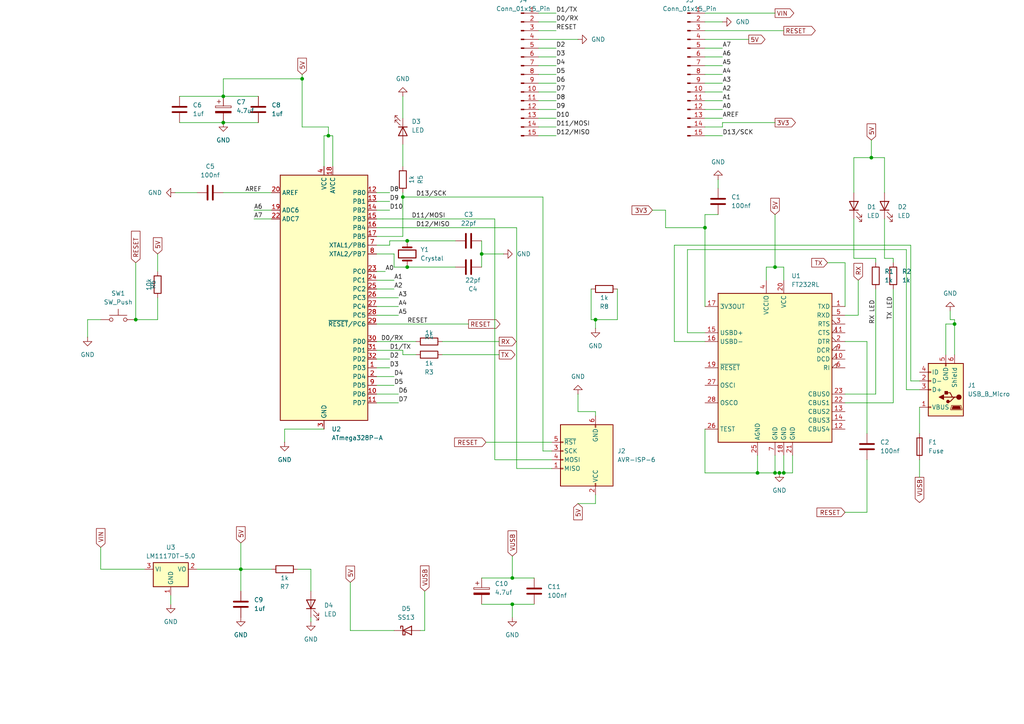
<source format=kicad_sch>
(kicad_sch
	(version 20231120)
	(generator "eeschema")
	(generator_version "8.0")
	(uuid "15fbd506-fc39-470e-bb01-80859e01ea6d")
	(paper "A4")
	(lib_symbols
		(symbol "Connector:AVR-ISP-6"
			(pin_names
				(offset 1.016)
			)
			(exclude_from_sim no)
			(in_bom yes)
			(on_board yes)
			(property "Reference" "J"
				(at -6.35 11.43 0)
				(effects
					(font
						(size 1.27 1.27)
					)
					(justify left)
				)
			)
			(property "Value" "AVR-ISP-6"
				(at 0 11.43 0)
				(effects
					(font
						(size 1.27 1.27)
					)
					(justify left)
				)
			)
			(property "Footprint" ""
				(at -6.35 1.27 90)
				(effects
					(font
						(size 1.27 1.27)
					)
					(hide yes)
				)
			)
			(property "Datasheet" "~"
				(at -32.385 -13.97 0)
				(effects
					(font
						(size 1.27 1.27)
					)
					(hide yes)
				)
			)
			(property "Description" "Atmel 6-pin ISP connector"
				(at 0 0 0)
				(effects
					(font
						(size 1.27 1.27)
					)
					(hide yes)
				)
			)
			(property "ki_keywords" "AVR ISP Connector"
				(at 0 0 0)
				(effects
					(font
						(size 1.27 1.27)
					)
					(hide yes)
				)
			)
			(property "ki_fp_filters" "IDC?Header*2x03* Pin?Header*2x03*"
				(at 0 0 0)
				(effects
					(font
						(size 1.27 1.27)
					)
					(hide yes)
				)
			)
			(symbol "AVR-ISP-6_0_1"
				(rectangle
					(start -2.667 -6.858)
					(end -2.413 -7.62)
					(stroke
						(width 0)
						(type default)
					)
					(fill
						(type none)
					)
				)
				(rectangle
					(start -2.667 10.16)
					(end -2.413 9.398)
					(stroke
						(width 0)
						(type default)
					)
					(fill
						(type none)
					)
				)
				(rectangle
					(start 7.62 -2.413)
					(end 6.858 -2.667)
					(stroke
						(width 0)
						(type default)
					)
					(fill
						(type none)
					)
				)
				(rectangle
					(start 7.62 0.127)
					(end 6.858 -0.127)
					(stroke
						(width 0)
						(type default)
					)
					(fill
						(type none)
					)
				)
				(rectangle
					(start 7.62 2.667)
					(end 6.858 2.413)
					(stroke
						(width 0)
						(type default)
					)
					(fill
						(type none)
					)
				)
				(rectangle
					(start 7.62 5.207)
					(end 6.858 4.953)
					(stroke
						(width 0)
						(type default)
					)
					(fill
						(type none)
					)
				)
				(rectangle
					(start 7.62 10.16)
					(end -7.62 -7.62)
					(stroke
						(width 0.254)
						(type default)
					)
					(fill
						(type background)
					)
				)
			)
			(symbol "AVR-ISP-6_1_1"
				(pin passive line
					(at 10.16 5.08 180)
					(length 2.54)
					(name "MISO"
						(effects
							(font
								(size 1.27 1.27)
							)
						)
					)
					(number "1"
						(effects
							(font
								(size 1.27 1.27)
							)
						)
					)
				)
				(pin passive line
					(at -2.54 12.7 270)
					(length 2.54)
					(name "VCC"
						(effects
							(font
								(size 1.27 1.27)
							)
						)
					)
					(number "2"
						(effects
							(font
								(size 1.27 1.27)
							)
						)
					)
				)
				(pin passive line
					(at 10.16 0 180)
					(length 2.54)
					(name "SCK"
						(effects
							(font
								(size 1.27 1.27)
							)
						)
					)
					(number "3"
						(effects
							(font
								(size 1.27 1.27)
							)
						)
					)
				)
				(pin passive line
					(at 10.16 2.54 180)
					(length 2.54)
					(name "MOSI"
						(effects
							(font
								(size 1.27 1.27)
							)
						)
					)
					(number "4"
						(effects
							(font
								(size 1.27 1.27)
							)
						)
					)
				)
				(pin passive line
					(at 10.16 -2.54 180)
					(length 2.54)
					(name "~{RST}"
						(effects
							(font
								(size 1.27 1.27)
							)
						)
					)
					(number "5"
						(effects
							(font
								(size 1.27 1.27)
							)
						)
					)
				)
				(pin passive line
					(at -2.54 -10.16 90)
					(length 2.54)
					(name "GND"
						(effects
							(font
								(size 1.27 1.27)
							)
						)
					)
					(number "6"
						(effects
							(font
								(size 1.27 1.27)
							)
						)
					)
				)
			)
		)
		(symbol "Connector:Conn_01x15_Pin"
			(pin_names
				(offset 1.016) hide)
			(exclude_from_sim no)
			(in_bom yes)
			(on_board yes)
			(property "Reference" "J"
				(at 0 20.32 0)
				(effects
					(font
						(size 1.27 1.27)
					)
				)
			)
			(property "Value" "Conn_01x15_Pin"
				(at 0 -20.32 0)
				(effects
					(font
						(size 1.27 1.27)
					)
				)
			)
			(property "Footprint" ""
				(at 0 0 0)
				(effects
					(font
						(size 1.27 1.27)
					)
					(hide yes)
				)
			)
			(property "Datasheet" "~"
				(at 0 0 0)
				(effects
					(font
						(size 1.27 1.27)
					)
					(hide yes)
				)
			)
			(property "Description" "Generic connector, single row, 01x15, script generated"
				(at 0 0 0)
				(effects
					(font
						(size 1.27 1.27)
					)
					(hide yes)
				)
			)
			(property "ki_locked" ""
				(at 0 0 0)
				(effects
					(font
						(size 1.27 1.27)
					)
				)
			)
			(property "ki_keywords" "connector"
				(at 0 0 0)
				(effects
					(font
						(size 1.27 1.27)
					)
					(hide yes)
				)
			)
			(property "ki_fp_filters" "Connector*:*_1x??_*"
				(at 0 0 0)
				(effects
					(font
						(size 1.27 1.27)
					)
					(hide yes)
				)
			)
			(symbol "Conn_01x15_Pin_1_1"
				(polyline
					(pts
						(xy 1.27 -17.78) (xy 0.8636 -17.78)
					)
					(stroke
						(width 0.1524)
						(type default)
					)
					(fill
						(type none)
					)
				)
				(polyline
					(pts
						(xy 1.27 -15.24) (xy 0.8636 -15.24)
					)
					(stroke
						(width 0.1524)
						(type default)
					)
					(fill
						(type none)
					)
				)
				(polyline
					(pts
						(xy 1.27 -12.7) (xy 0.8636 -12.7)
					)
					(stroke
						(width 0.1524)
						(type default)
					)
					(fill
						(type none)
					)
				)
				(polyline
					(pts
						(xy 1.27 -10.16) (xy 0.8636 -10.16)
					)
					(stroke
						(width 0.1524)
						(type default)
					)
					(fill
						(type none)
					)
				)
				(polyline
					(pts
						(xy 1.27 -7.62) (xy 0.8636 -7.62)
					)
					(stroke
						(width 0.1524)
						(type default)
					)
					(fill
						(type none)
					)
				)
				(polyline
					(pts
						(xy 1.27 -5.08) (xy 0.8636 -5.08)
					)
					(stroke
						(width 0.1524)
						(type default)
					)
					(fill
						(type none)
					)
				)
				(polyline
					(pts
						(xy 1.27 -2.54) (xy 0.8636 -2.54)
					)
					(stroke
						(width 0.1524)
						(type default)
					)
					(fill
						(type none)
					)
				)
				(polyline
					(pts
						(xy 1.27 0) (xy 0.8636 0)
					)
					(stroke
						(width 0.1524)
						(type default)
					)
					(fill
						(type none)
					)
				)
				(polyline
					(pts
						(xy 1.27 2.54) (xy 0.8636 2.54)
					)
					(stroke
						(width 0.1524)
						(type default)
					)
					(fill
						(type none)
					)
				)
				(polyline
					(pts
						(xy 1.27 5.08) (xy 0.8636 5.08)
					)
					(stroke
						(width 0.1524)
						(type default)
					)
					(fill
						(type none)
					)
				)
				(polyline
					(pts
						(xy 1.27 7.62) (xy 0.8636 7.62)
					)
					(stroke
						(width 0.1524)
						(type default)
					)
					(fill
						(type none)
					)
				)
				(polyline
					(pts
						(xy 1.27 10.16) (xy 0.8636 10.16)
					)
					(stroke
						(width 0.1524)
						(type default)
					)
					(fill
						(type none)
					)
				)
				(polyline
					(pts
						(xy 1.27 12.7) (xy 0.8636 12.7)
					)
					(stroke
						(width 0.1524)
						(type default)
					)
					(fill
						(type none)
					)
				)
				(polyline
					(pts
						(xy 1.27 15.24) (xy 0.8636 15.24)
					)
					(stroke
						(width 0.1524)
						(type default)
					)
					(fill
						(type none)
					)
				)
				(polyline
					(pts
						(xy 1.27 17.78) (xy 0.8636 17.78)
					)
					(stroke
						(width 0.1524)
						(type default)
					)
					(fill
						(type none)
					)
				)
				(rectangle
					(start 0.8636 -17.653)
					(end 0 -17.907)
					(stroke
						(width 0.1524)
						(type default)
					)
					(fill
						(type outline)
					)
				)
				(rectangle
					(start 0.8636 -15.113)
					(end 0 -15.367)
					(stroke
						(width 0.1524)
						(type default)
					)
					(fill
						(type outline)
					)
				)
				(rectangle
					(start 0.8636 -12.573)
					(end 0 -12.827)
					(stroke
						(width 0.1524)
						(type default)
					)
					(fill
						(type outline)
					)
				)
				(rectangle
					(start 0.8636 -10.033)
					(end 0 -10.287)
					(stroke
						(width 0.1524)
						(type default)
					)
					(fill
						(type outline)
					)
				)
				(rectangle
					(start 0.8636 -7.493)
					(end 0 -7.747)
					(stroke
						(width 0.1524)
						(type default)
					)
					(fill
						(type outline)
					)
				)
				(rectangle
					(start 0.8636 -4.953)
					(end 0 -5.207)
					(stroke
						(width 0.1524)
						(type default)
					)
					(fill
						(type outline)
					)
				)
				(rectangle
					(start 0.8636 -2.413)
					(end 0 -2.667)
					(stroke
						(width 0.1524)
						(type default)
					)
					(fill
						(type outline)
					)
				)
				(rectangle
					(start 0.8636 0.127)
					(end 0 -0.127)
					(stroke
						(width 0.1524)
						(type default)
					)
					(fill
						(type outline)
					)
				)
				(rectangle
					(start 0.8636 2.667)
					(end 0 2.413)
					(stroke
						(width 0.1524)
						(type default)
					)
					(fill
						(type outline)
					)
				)
				(rectangle
					(start 0.8636 5.207)
					(end 0 4.953)
					(stroke
						(width 0.1524)
						(type default)
					)
					(fill
						(type outline)
					)
				)
				(rectangle
					(start 0.8636 7.747)
					(end 0 7.493)
					(stroke
						(width 0.1524)
						(type default)
					)
					(fill
						(type outline)
					)
				)
				(rectangle
					(start 0.8636 10.287)
					(end 0 10.033)
					(stroke
						(width 0.1524)
						(type default)
					)
					(fill
						(type outline)
					)
				)
				(rectangle
					(start 0.8636 12.827)
					(end 0 12.573)
					(stroke
						(width 0.1524)
						(type default)
					)
					(fill
						(type outline)
					)
				)
				(rectangle
					(start 0.8636 15.367)
					(end 0 15.113)
					(stroke
						(width 0.1524)
						(type default)
					)
					(fill
						(type outline)
					)
				)
				(rectangle
					(start 0.8636 17.907)
					(end 0 17.653)
					(stroke
						(width 0.1524)
						(type default)
					)
					(fill
						(type outline)
					)
				)
				(pin passive line
					(at 5.08 17.78 180)
					(length 3.81)
					(name "Pin_1"
						(effects
							(font
								(size 1.27 1.27)
							)
						)
					)
					(number "1"
						(effects
							(font
								(size 1.27 1.27)
							)
						)
					)
				)
				(pin passive line
					(at 5.08 -5.08 180)
					(length 3.81)
					(name "Pin_10"
						(effects
							(font
								(size 1.27 1.27)
							)
						)
					)
					(number "10"
						(effects
							(font
								(size 1.27 1.27)
							)
						)
					)
				)
				(pin passive line
					(at 5.08 -7.62 180)
					(length 3.81)
					(name "Pin_11"
						(effects
							(font
								(size 1.27 1.27)
							)
						)
					)
					(number "11"
						(effects
							(font
								(size 1.27 1.27)
							)
						)
					)
				)
				(pin passive line
					(at 5.08 -10.16 180)
					(length 3.81)
					(name "Pin_12"
						(effects
							(font
								(size 1.27 1.27)
							)
						)
					)
					(number "12"
						(effects
							(font
								(size 1.27 1.27)
							)
						)
					)
				)
				(pin passive line
					(at 5.08 -12.7 180)
					(length 3.81)
					(name "Pin_13"
						(effects
							(font
								(size 1.27 1.27)
							)
						)
					)
					(number "13"
						(effects
							(font
								(size 1.27 1.27)
							)
						)
					)
				)
				(pin passive line
					(at 5.08 -15.24 180)
					(length 3.81)
					(name "Pin_14"
						(effects
							(font
								(size 1.27 1.27)
							)
						)
					)
					(number "14"
						(effects
							(font
								(size 1.27 1.27)
							)
						)
					)
				)
				(pin passive line
					(at 5.08 -17.78 180)
					(length 3.81)
					(name "Pin_15"
						(effects
							(font
								(size 1.27 1.27)
							)
						)
					)
					(number "15"
						(effects
							(font
								(size 1.27 1.27)
							)
						)
					)
				)
				(pin passive line
					(at 5.08 15.24 180)
					(length 3.81)
					(name "Pin_2"
						(effects
							(font
								(size 1.27 1.27)
							)
						)
					)
					(number "2"
						(effects
							(font
								(size 1.27 1.27)
							)
						)
					)
				)
				(pin passive line
					(at 5.08 12.7 180)
					(length 3.81)
					(name "Pin_3"
						(effects
							(font
								(size 1.27 1.27)
							)
						)
					)
					(number "3"
						(effects
							(font
								(size 1.27 1.27)
							)
						)
					)
				)
				(pin passive line
					(at 5.08 10.16 180)
					(length 3.81)
					(name "Pin_4"
						(effects
							(font
								(size 1.27 1.27)
							)
						)
					)
					(number "4"
						(effects
							(font
								(size 1.27 1.27)
							)
						)
					)
				)
				(pin passive line
					(at 5.08 7.62 180)
					(length 3.81)
					(name "Pin_5"
						(effects
							(font
								(size 1.27 1.27)
							)
						)
					)
					(number "5"
						(effects
							(font
								(size 1.27 1.27)
							)
						)
					)
				)
				(pin passive line
					(at 5.08 5.08 180)
					(length 3.81)
					(name "Pin_6"
						(effects
							(font
								(size 1.27 1.27)
							)
						)
					)
					(number "6"
						(effects
							(font
								(size 1.27 1.27)
							)
						)
					)
				)
				(pin passive line
					(at 5.08 2.54 180)
					(length 3.81)
					(name "Pin_7"
						(effects
							(font
								(size 1.27 1.27)
							)
						)
					)
					(number "7"
						(effects
							(font
								(size 1.27 1.27)
							)
						)
					)
				)
				(pin passive line
					(at 5.08 0 180)
					(length 3.81)
					(name "Pin_8"
						(effects
							(font
								(size 1.27 1.27)
							)
						)
					)
					(number "8"
						(effects
							(font
								(size 1.27 1.27)
							)
						)
					)
				)
				(pin passive line
					(at 5.08 -2.54 180)
					(length 3.81)
					(name "Pin_9"
						(effects
							(font
								(size 1.27 1.27)
							)
						)
					)
					(number "9"
						(effects
							(font
								(size 1.27 1.27)
							)
						)
					)
				)
			)
		)
		(symbol "Connector:USB_B_Micro"
			(pin_names
				(offset 1.016)
			)
			(exclude_from_sim no)
			(in_bom yes)
			(on_board yes)
			(property "Reference" "J"
				(at -5.08 11.43 0)
				(effects
					(font
						(size 1.27 1.27)
					)
					(justify left)
				)
			)
			(property "Value" "USB_B_Micro"
				(at -5.08 8.89 0)
				(effects
					(font
						(size 1.27 1.27)
					)
					(justify left)
				)
			)
			(property "Footprint" ""
				(at 3.81 -1.27 0)
				(effects
					(font
						(size 1.27 1.27)
					)
					(hide yes)
				)
			)
			(property "Datasheet" "~"
				(at 3.81 -1.27 0)
				(effects
					(font
						(size 1.27 1.27)
					)
					(hide yes)
				)
			)
			(property "Description" "USB Micro Type B connector"
				(at 0 0 0)
				(effects
					(font
						(size 1.27 1.27)
					)
					(hide yes)
				)
			)
			(property "ki_keywords" "connector USB micro"
				(at 0 0 0)
				(effects
					(font
						(size 1.27 1.27)
					)
					(hide yes)
				)
			)
			(property "ki_fp_filters" "USB*"
				(at 0 0 0)
				(effects
					(font
						(size 1.27 1.27)
					)
					(hide yes)
				)
			)
			(symbol "USB_B_Micro_0_1"
				(rectangle
					(start -5.08 -7.62)
					(end 5.08 7.62)
					(stroke
						(width 0.254)
						(type default)
					)
					(fill
						(type background)
					)
				)
				(circle
					(center -3.81 2.159)
					(radius 0.635)
					(stroke
						(width 0.254)
						(type default)
					)
					(fill
						(type outline)
					)
				)
				(circle
					(center -0.635 3.429)
					(radius 0.381)
					(stroke
						(width 0.254)
						(type default)
					)
					(fill
						(type outline)
					)
				)
				(rectangle
					(start -0.127 -7.62)
					(end 0.127 -6.858)
					(stroke
						(width 0)
						(type default)
					)
					(fill
						(type none)
					)
				)
				(polyline
					(pts
						(xy -1.905 2.159) (xy 0.635 2.159)
					)
					(stroke
						(width 0.254)
						(type default)
					)
					(fill
						(type none)
					)
				)
				(polyline
					(pts
						(xy -3.175 2.159) (xy -2.54 2.159) (xy -1.27 3.429) (xy -0.635 3.429)
					)
					(stroke
						(width 0.254)
						(type default)
					)
					(fill
						(type none)
					)
				)
				(polyline
					(pts
						(xy -2.54 2.159) (xy -1.905 2.159) (xy -1.27 0.889) (xy 0 0.889)
					)
					(stroke
						(width 0.254)
						(type default)
					)
					(fill
						(type none)
					)
				)
				(polyline
					(pts
						(xy 0.635 2.794) (xy 0.635 1.524) (xy 1.905 2.159) (xy 0.635 2.794)
					)
					(stroke
						(width 0.254)
						(type default)
					)
					(fill
						(type outline)
					)
				)
				(polyline
					(pts
						(xy -4.318 5.588) (xy -1.778 5.588) (xy -2.032 4.826) (xy -4.064 4.826) (xy -4.318 5.588)
					)
					(stroke
						(width 0)
						(type default)
					)
					(fill
						(type outline)
					)
				)
				(polyline
					(pts
						(xy -4.699 5.842) (xy -4.699 5.588) (xy -4.445 4.826) (xy -4.445 4.572) (xy -1.651 4.572) (xy -1.651 4.826)
						(xy -1.397 5.588) (xy -1.397 5.842) (xy -4.699 5.842)
					)
					(stroke
						(width 0)
						(type default)
					)
					(fill
						(type none)
					)
				)
				(rectangle
					(start 0.254 1.27)
					(end -0.508 0.508)
					(stroke
						(width 0.254)
						(type default)
					)
					(fill
						(type outline)
					)
				)
				(rectangle
					(start 5.08 -5.207)
					(end 4.318 -4.953)
					(stroke
						(width 0)
						(type default)
					)
					(fill
						(type none)
					)
				)
				(rectangle
					(start 5.08 -2.667)
					(end 4.318 -2.413)
					(stroke
						(width 0)
						(type default)
					)
					(fill
						(type none)
					)
				)
				(rectangle
					(start 5.08 -0.127)
					(end 4.318 0.127)
					(stroke
						(width 0)
						(type default)
					)
					(fill
						(type none)
					)
				)
				(rectangle
					(start 5.08 4.953)
					(end 4.318 5.207)
					(stroke
						(width 0)
						(type default)
					)
					(fill
						(type none)
					)
				)
			)
			(symbol "USB_B_Micro_1_1"
				(pin power_out line
					(at 7.62 5.08 180)
					(length 2.54)
					(name "VBUS"
						(effects
							(font
								(size 1.27 1.27)
							)
						)
					)
					(number "1"
						(effects
							(font
								(size 1.27 1.27)
							)
						)
					)
				)
				(pin bidirectional line
					(at 7.62 -2.54 180)
					(length 2.54)
					(name "D-"
						(effects
							(font
								(size 1.27 1.27)
							)
						)
					)
					(number "2"
						(effects
							(font
								(size 1.27 1.27)
							)
						)
					)
				)
				(pin bidirectional line
					(at 7.62 0 180)
					(length 2.54)
					(name "D+"
						(effects
							(font
								(size 1.27 1.27)
							)
						)
					)
					(number "3"
						(effects
							(font
								(size 1.27 1.27)
							)
						)
					)
				)
				(pin passive line
					(at 7.62 -5.08 180)
					(length 2.54)
					(name "ID"
						(effects
							(font
								(size 1.27 1.27)
							)
						)
					)
					(number "4"
						(effects
							(font
								(size 1.27 1.27)
							)
						)
					)
				)
				(pin power_out line
					(at 0 -10.16 90)
					(length 2.54)
					(name "GND"
						(effects
							(font
								(size 1.27 1.27)
							)
						)
					)
					(number "5"
						(effects
							(font
								(size 1.27 1.27)
							)
						)
					)
				)
				(pin passive line
					(at -2.54 -10.16 90)
					(length 2.54)
					(name "Shield"
						(effects
							(font
								(size 1.27 1.27)
							)
						)
					)
					(number "6"
						(effects
							(font
								(size 1.27 1.27)
							)
						)
					)
				)
			)
		)
		(symbol "Device:C"
			(pin_numbers hide)
			(pin_names
				(offset 0.254)
			)
			(exclude_from_sim no)
			(in_bom yes)
			(on_board yes)
			(property "Reference" "C"
				(at 0.635 2.54 0)
				(effects
					(font
						(size 1.27 1.27)
					)
					(justify left)
				)
			)
			(property "Value" "C"
				(at 0.635 -2.54 0)
				(effects
					(font
						(size 1.27 1.27)
					)
					(justify left)
				)
			)
			(property "Footprint" ""
				(at 0.9652 -3.81 0)
				(effects
					(font
						(size 1.27 1.27)
					)
					(hide yes)
				)
			)
			(property "Datasheet" "~"
				(at 0 0 0)
				(effects
					(font
						(size 1.27 1.27)
					)
					(hide yes)
				)
			)
			(property "Description" "Unpolarized capacitor"
				(at 0 0 0)
				(effects
					(font
						(size 1.27 1.27)
					)
					(hide yes)
				)
			)
			(property "ki_keywords" "cap capacitor"
				(at 0 0 0)
				(effects
					(font
						(size 1.27 1.27)
					)
					(hide yes)
				)
			)
			(property "ki_fp_filters" "C_*"
				(at 0 0 0)
				(effects
					(font
						(size 1.27 1.27)
					)
					(hide yes)
				)
			)
			(symbol "C_0_1"
				(polyline
					(pts
						(xy -2.032 -0.762) (xy 2.032 -0.762)
					)
					(stroke
						(width 0.508)
						(type default)
					)
					(fill
						(type none)
					)
				)
				(polyline
					(pts
						(xy -2.032 0.762) (xy 2.032 0.762)
					)
					(stroke
						(width 0.508)
						(type default)
					)
					(fill
						(type none)
					)
				)
			)
			(symbol "C_1_1"
				(pin passive line
					(at 0 3.81 270)
					(length 2.794)
					(name "~"
						(effects
							(font
								(size 1.27 1.27)
							)
						)
					)
					(number "1"
						(effects
							(font
								(size 1.27 1.27)
							)
						)
					)
				)
				(pin passive line
					(at 0 -3.81 90)
					(length 2.794)
					(name "~"
						(effects
							(font
								(size 1.27 1.27)
							)
						)
					)
					(number "2"
						(effects
							(font
								(size 1.27 1.27)
							)
						)
					)
				)
			)
		)
		(symbol "Device:C_Polarized"
			(pin_numbers hide)
			(pin_names
				(offset 0.254)
			)
			(exclude_from_sim no)
			(in_bom yes)
			(on_board yes)
			(property "Reference" "C"
				(at 0.635 2.54 0)
				(effects
					(font
						(size 1.27 1.27)
					)
					(justify left)
				)
			)
			(property "Value" "C_Polarized"
				(at 0.635 -2.54 0)
				(effects
					(font
						(size 1.27 1.27)
					)
					(justify left)
				)
			)
			(property "Footprint" ""
				(at 0.9652 -3.81 0)
				(effects
					(font
						(size 1.27 1.27)
					)
					(hide yes)
				)
			)
			(property "Datasheet" "~"
				(at 0 0 0)
				(effects
					(font
						(size 1.27 1.27)
					)
					(hide yes)
				)
			)
			(property "Description" "Polarized capacitor"
				(at 0 0 0)
				(effects
					(font
						(size 1.27 1.27)
					)
					(hide yes)
				)
			)
			(property "ki_keywords" "cap capacitor"
				(at 0 0 0)
				(effects
					(font
						(size 1.27 1.27)
					)
					(hide yes)
				)
			)
			(property "ki_fp_filters" "CP_*"
				(at 0 0 0)
				(effects
					(font
						(size 1.27 1.27)
					)
					(hide yes)
				)
			)
			(symbol "C_Polarized_0_1"
				(rectangle
					(start -2.286 0.508)
					(end 2.286 1.016)
					(stroke
						(width 0)
						(type default)
					)
					(fill
						(type none)
					)
				)
				(polyline
					(pts
						(xy -1.778 2.286) (xy -0.762 2.286)
					)
					(stroke
						(width 0)
						(type default)
					)
					(fill
						(type none)
					)
				)
				(polyline
					(pts
						(xy -1.27 2.794) (xy -1.27 1.778)
					)
					(stroke
						(width 0)
						(type default)
					)
					(fill
						(type none)
					)
				)
				(rectangle
					(start 2.286 -0.508)
					(end -2.286 -1.016)
					(stroke
						(width 0)
						(type default)
					)
					(fill
						(type outline)
					)
				)
			)
			(symbol "C_Polarized_1_1"
				(pin passive line
					(at 0 3.81 270)
					(length 2.794)
					(name "~"
						(effects
							(font
								(size 1.27 1.27)
							)
						)
					)
					(number "1"
						(effects
							(font
								(size 1.27 1.27)
							)
						)
					)
				)
				(pin passive line
					(at 0 -3.81 90)
					(length 2.794)
					(name "~"
						(effects
							(font
								(size 1.27 1.27)
							)
						)
					)
					(number "2"
						(effects
							(font
								(size 1.27 1.27)
							)
						)
					)
				)
			)
		)
		(symbol "Device:Crystal"
			(pin_numbers hide)
			(pin_names
				(offset 1.016) hide)
			(exclude_from_sim no)
			(in_bom yes)
			(on_board yes)
			(property "Reference" "Y"
				(at 0 3.81 0)
				(effects
					(font
						(size 1.27 1.27)
					)
				)
			)
			(property "Value" "Crystal"
				(at 0 -3.81 0)
				(effects
					(font
						(size 1.27 1.27)
					)
				)
			)
			(property "Footprint" ""
				(at 0 0 0)
				(effects
					(font
						(size 1.27 1.27)
					)
					(hide yes)
				)
			)
			(property "Datasheet" "~"
				(at 0 0 0)
				(effects
					(font
						(size 1.27 1.27)
					)
					(hide yes)
				)
			)
			(property "Description" "Two pin crystal"
				(at 0 0 0)
				(effects
					(font
						(size 1.27 1.27)
					)
					(hide yes)
				)
			)
			(property "ki_keywords" "quartz ceramic resonator oscillator"
				(at 0 0 0)
				(effects
					(font
						(size 1.27 1.27)
					)
					(hide yes)
				)
			)
			(property "ki_fp_filters" "Crystal*"
				(at 0 0 0)
				(effects
					(font
						(size 1.27 1.27)
					)
					(hide yes)
				)
			)
			(symbol "Crystal_0_1"
				(rectangle
					(start -1.143 2.54)
					(end 1.143 -2.54)
					(stroke
						(width 0.3048)
						(type default)
					)
					(fill
						(type none)
					)
				)
				(polyline
					(pts
						(xy -2.54 0) (xy -1.905 0)
					)
					(stroke
						(width 0)
						(type default)
					)
					(fill
						(type none)
					)
				)
				(polyline
					(pts
						(xy -1.905 -1.27) (xy -1.905 1.27)
					)
					(stroke
						(width 0.508)
						(type default)
					)
					(fill
						(type none)
					)
				)
				(polyline
					(pts
						(xy 1.905 -1.27) (xy 1.905 1.27)
					)
					(stroke
						(width 0.508)
						(type default)
					)
					(fill
						(type none)
					)
				)
				(polyline
					(pts
						(xy 2.54 0) (xy 1.905 0)
					)
					(stroke
						(width 0)
						(type default)
					)
					(fill
						(type none)
					)
				)
			)
			(symbol "Crystal_1_1"
				(pin passive line
					(at -3.81 0 0)
					(length 1.27)
					(name "1"
						(effects
							(font
								(size 1.27 1.27)
							)
						)
					)
					(number "1"
						(effects
							(font
								(size 1.27 1.27)
							)
						)
					)
				)
				(pin passive line
					(at 3.81 0 180)
					(length 1.27)
					(name "2"
						(effects
							(font
								(size 1.27 1.27)
							)
						)
					)
					(number "2"
						(effects
							(font
								(size 1.27 1.27)
							)
						)
					)
				)
			)
		)
		(symbol "Device:Fuse"
			(pin_numbers hide)
			(pin_names
				(offset 0)
			)
			(exclude_from_sim no)
			(in_bom yes)
			(on_board yes)
			(property "Reference" "F"
				(at 2.032 0 90)
				(effects
					(font
						(size 1.27 1.27)
					)
				)
			)
			(property "Value" "Fuse"
				(at -1.905 0 90)
				(effects
					(font
						(size 1.27 1.27)
					)
				)
			)
			(property "Footprint" ""
				(at -1.778 0 90)
				(effects
					(font
						(size 1.27 1.27)
					)
					(hide yes)
				)
			)
			(property "Datasheet" "~"
				(at 0 0 0)
				(effects
					(font
						(size 1.27 1.27)
					)
					(hide yes)
				)
			)
			(property "Description" "Fuse"
				(at 0 0 0)
				(effects
					(font
						(size 1.27 1.27)
					)
					(hide yes)
				)
			)
			(property "ki_keywords" "fuse"
				(at 0 0 0)
				(effects
					(font
						(size 1.27 1.27)
					)
					(hide yes)
				)
			)
			(property "ki_fp_filters" "*Fuse*"
				(at 0 0 0)
				(effects
					(font
						(size 1.27 1.27)
					)
					(hide yes)
				)
			)
			(symbol "Fuse_0_1"
				(rectangle
					(start -0.762 -2.54)
					(end 0.762 2.54)
					(stroke
						(width 0.254)
						(type default)
					)
					(fill
						(type none)
					)
				)
				(polyline
					(pts
						(xy 0 2.54) (xy 0 -2.54)
					)
					(stroke
						(width 0)
						(type default)
					)
					(fill
						(type none)
					)
				)
			)
			(symbol "Fuse_1_1"
				(pin passive line
					(at 0 3.81 270)
					(length 1.27)
					(name "~"
						(effects
							(font
								(size 1.27 1.27)
							)
						)
					)
					(number "1"
						(effects
							(font
								(size 1.27 1.27)
							)
						)
					)
				)
				(pin passive line
					(at 0 -3.81 90)
					(length 1.27)
					(name "~"
						(effects
							(font
								(size 1.27 1.27)
							)
						)
					)
					(number "2"
						(effects
							(font
								(size 1.27 1.27)
							)
						)
					)
				)
			)
		)
		(symbol "Device:LED"
			(pin_numbers hide)
			(pin_names
				(offset 1.016) hide)
			(exclude_from_sim no)
			(in_bom yes)
			(on_board yes)
			(property "Reference" "D"
				(at 0 2.54 0)
				(effects
					(font
						(size 1.27 1.27)
					)
				)
			)
			(property "Value" "LED"
				(at 0 -2.54 0)
				(effects
					(font
						(size 1.27 1.27)
					)
				)
			)
			(property "Footprint" ""
				(at 0 0 0)
				(effects
					(font
						(size 1.27 1.27)
					)
					(hide yes)
				)
			)
			(property "Datasheet" "~"
				(at 0 0 0)
				(effects
					(font
						(size 1.27 1.27)
					)
					(hide yes)
				)
			)
			(property "Description" "Light emitting diode"
				(at 0 0 0)
				(effects
					(font
						(size 1.27 1.27)
					)
					(hide yes)
				)
			)
			(property "ki_keywords" "LED diode"
				(at 0 0 0)
				(effects
					(font
						(size 1.27 1.27)
					)
					(hide yes)
				)
			)
			(property "ki_fp_filters" "LED* LED_SMD:* LED_THT:*"
				(at 0 0 0)
				(effects
					(font
						(size 1.27 1.27)
					)
					(hide yes)
				)
			)
			(symbol "LED_0_1"
				(polyline
					(pts
						(xy -1.27 -1.27) (xy -1.27 1.27)
					)
					(stroke
						(width 0.254)
						(type default)
					)
					(fill
						(type none)
					)
				)
				(polyline
					(pts
						(xy -1.27 0) (xy 1.27 0)
					)
					(stroke
						(width 0)
						(type default)
					)
					(fill
						(type none)
					)
				)
				(polyline
					(pts
						(xy 1.27 -1.27) (xy 1.27 1.27) (xy -1.27 0) (xy 1.27 -1.27)
					)
					(stroke
						(width 0.254)
						(type default)
					)
					(fill
						(type none)
					)
				)
				(polyline
					(pts
						(xy -3.048 -0.762) (xy -4.572 -2.286) (xy -3.81 -2.286) (xy -4.572 -2.286) (xy -4.572 -1.524)
					)
					(stroke
						(width 0)
						(type default)
					)
					(fill
						(type none)
					)
				)
				(polyline
					(pts
						(xy -1.778 -0.762) (xy -3.302 -2.286) (xy -2.54 -2.286) (xy -3.302 -2.286) (xy -3.302 -1.524)
					)
					(stroke
						(width 0)
						(type default)
					)
					(fill
						(type none)
					)
				)
			)
			(symbol "LED_1_1"
				(pin passive line
					(at -3.81 0 0)
					(length 2.54)
					(name "K"
						(effects
							(font
								(size 1.27 1.27)
							)
						)
					)
					(number "1"
						(effects
							(font
								(size 1.27 1.27)
							)
						)
					)
				)
				(pin passive line
					(at 3.81 0 180)
					(length 2.54)
					(name "A"
						(effects
							(font
								(size 1.27 1.27)
							)
						)
					)
					(number "2"
						(effects
							(font
								(size 1.27 1.27)
							)
						)
					)
				)
			)
		)
		(symbol "Device:R"
			(pin_numbers hide)
			(pin_names
				(offset 0)
			)
			(exclude_from_sim no)
			(in_bom yes)
			(on_board yes)
			(property "Reference" "R"
				(at 2.032 0 90)
				(effects
					(font
						(size 1.27 1.27)
					)
				)
			)
			(property "Value" "R"
				(at 0 0 90)
				(effects
					(font
						(size 1.27 1.27)
					)
				)
			)
			(property "Footprint" ""
				(at -1.778 0 90)
				(effects
					(font
						(size 1.27 1.27)
					)
					(hide yes)
				)
			)
			(property "Datasheet" "~"
				(at 0 0 0)
				(effects
					(font
						(size 1.27 1.27)
					)
					(hide yes)
				)
			)
			(property "Description" "Resistor"
				(at 0 0 0)
				(effects
					(font
						(size 1.27 1.27)
					)
					(hide yes)
				)
			)
			(property "ki_keywords" "R res resistor"
				(at 0 0 0)
				(effects
					(font
						(size 1.27 1.27)
					)
					(hide yes)
				)
			)
			(property "ki_fp_filters" "R_*"
				(at 0 0 0)
				(effects
					(font
						(size 1.27 1.27)
					)
					(hide yes)
				)
			)
			(symbol "R_0_1"
				(rectangle
					(start -1.016 -2.54)
					(end 1.016 2.54)
					(stroke
						(width 0.254)
						(type default)
					)
					(fill
						(type none)
					)
				)
			)
			(symbol "R_1_1"
				(pin passive line
					(at 0 3.81 270)
					(length 1.27)
					(name "~"
						(effects
							(font
								(size 1.27 1.27)
							)
						)
					)
					(number "1"
						(effects
							(font
								(size 1.27 1.27)
							)
						)
					)
				)
				(pin passive line
					(at 0 -3.81 90)
					(length 1.27)
					(name "~"
						(effects
							(font
								(size 1.27 1.27)
							)
						)
					)
					(number "2"
						(effects
							(font
								(size 1.27 1.27)
							)
						)
					)
				)
			)
		)
		(symbol "Diode:SS13"
			(pin_numbers hide)
			(pin_names
				(offset 1.016) hide)
			(exclude_from_sim no)
			(in_bom yes)
			(on_board yes)
			(property "Reference" "D"
				(at 0 2.54 0)
				(effects
					(font
						(size 1.27 1.27)
					)
				)
			)
			(property "Value" "SS13"
				(at 0 -2.54 0)
				(effects
					(font
						(size 1.27 1.27)
					)
				)
			)
			(property "Footprint" "Diode_SMD:D_SMA"
				(at 0 -4.445 0)
				(effects
					(font
						(size 1.27 1.27)
					)
					(hide yes)
				)
			)
			(property "Datasheet" "https://www.vishay.com/docs/88746/ss12.pdf"
				(at 0 0 0)
				(effects
					(font
						(size 1.27 1.27)
					)
					(hide yes)
				)
			)
			(property "Description" "30V 1A Schottky Diode, SMA"
				(at 0 0 0)
				(effects
					(font
						(size 1.27 1.27)
					)
					(hide yes)
				)
			)
			(property "ki_keywords" "diode Schottky"
				(at 0 0 0)
				(effects
					(font
						(size 1.27 1.27)
					)
					(hide yes)
				)
			)
			(property "ki_fp_filters" "D*SMA*"
				(at 0 0 0)
				(effects
					(font
						(size 1.27 1.27)
					)
					(hide yes)
				)
			)
			(symbol "SS13_0_1"
				(polyline
					(pts
						(xy 1.27 0) (xy -1.27 0)
					)
					(stroke
						(width 0)
						(type default)
					)
					(fill
						(type none)
					)
				)
				(polyline
					(pts
						(xy 1.27 1.27) (xy 1.27 -1.27) (xy -1.27 0) (xy 1.27 1.27)
					)
					(stroke
						(width 0.254)
						(type default)
					)
					(fill
						(type none)
					)
				)
				(polyline
					(pts
						(xy -1.905 0.635) (xy -1.905 1.27) (xy -1.27 1.27) (xy -1.27 -1.27) (xy -0.635 -1.27) (xy -0.635 -0.635)
					)
					(stroke
						(width 0.254)
						(type default)
					)
					(fill
						(type none)
					)
				)
			)
			(symbol "SS13_1_1"
				(pin passive line
					(at -3.81 0 0)
					(length 2.54)
					(name "K"
						(effects
							(font
								(size 1.27 1.27)
							)
						)
					)
					(number "1"
						(effects
							(font
								(size 1.27 1.27)
							)
						)
					)
				)
				(pin passive line
					(at 3.81 0 180)
					(length 2.54)
					(name "A"
						(effects
							(font
								(size 1.27 1.27)
							)
						)
					)
					(number "2"
						(effects
							(font
								(size 1.27 1.27)
							)
						)
					)
				)
			)
		)
		(symbol "Interface_USB:FT232RL"
			(exclude_from_sim no)
			(in_bom yes)
			(on_board yes)
			(property "Reference" "U"
				(at -16.51 22.86 0)
				(effects
					(font
						(size 1.27 1.27)
					)
					(justify left)
				)
			)
			(property "Value" "FT232RL"
				(at 10.16 22.86 0)
				(effects
					(font
						(size 1.27 1.27)
					)
					(justify left)
				)
			)
			(property "Footprint" "Package_SO:SSOP-28_5.3x10.2mm_P0.65mm"
				(at 27.94 -22.86 0)
				(effects
					(font
						(size 1.27 1.27)
					)
					(hide yes)
				)
			)
			(property "Datasheet" "https://www.ftdichip.com/Support/Documents/DataSheets/ICs/DS_FT232R.pdf"
				(at 0 0 0)
				(effects
					(font
						(size 1.27 1.27)
					)
					(hide yes)
				)
			)
			(property "Description" "USB to Serial Interface, SSOP-28"
				(at 0 0 0)
				(effects
					(font
						(size 1.27 1.27)
					)
					(hide yes)
				)
			)
			(property "ki_keywords" "FTDI USB Serial"
				(at 0 0 0)
				(effects
					(font
						(size 1.27 1.27)
					)
					(hide yes)
				)
			)
			(property "ki_fp_filters" "SSOP*5.3x10.2mm*P0.65mm*"
				(at 0 0 0)
				(effects
					(font
						(size 1.27 1.27)
					)
					(hide yes)
				)
			)
			(symbol "FT232RL_0_1"
				(rectangle
					(start -16.51 21.59)
					(end 16.51 -21.59)
					(stroke
						(width 0.254)
						(type default)
					)
					(fill
						(type background)
					)
				)
			)
			(symbol "FT232RL_1_1"
				(pin output line
					(at 20.32 17.78 180)
					(length 3.81)
					(name "TXD"
						(effects
							(font
								(size 1.27 1.27)
							)
						)
					)
					(number "1"
						(effects
							(font
								(size 1.27 1.27)
							)
						)
					)
				)
				(pin input input_low
					(at 20.32 2.54 180)
					(length 3.81)
					(name "DCD"
						(effects
							(font
								(size 1.27 1.27)
							)
						)
					)
					(number "10"
						(effects
							(font
								(size 1.27 1.27)
							)
						)
					)
				)
				(pin input input_low
					(at 20.32 10.16 180)
					(length 3.81)
					(name "CTS"
						(effects
							(font
								(size 1.27 1.27)
							)
						)
					)
					(number "11"
						(effects
							(font
								(size 1.27 1.27)
							)
						)
					)
				)
				(pin bidirectional line
					(at 20.32 -17.78 180)
					(length 3.81)
					(name "CBUS4"
						(effects
							(font
								(size 1.27 1.27)
							)
						)
					)
					(number "12"
						(effects
							(font
								(size 1.27 1.27)
							)
						)
					)
				)
				(pin bidirectional line
					(at 20.32 -12.7 180)
					(length 3.81)
					(name "CBUS2"
						(effects
							(font
								(size 1.27 1.27)
							)
						)
					)
					(number "13"
						(effects
							(font
								(size 1.27 1.27)
							)
						)
					)
				)
				(pin bidirectional line
					(at 20.32 -15.24 180)
					(length 3.81)
					(name "CBUS3"
						(effects
							(font
								(size 1.27 1.27)
							)
						)
					)
					(number "14"
						(effects
							(font
								(size 1.27 1.27)
							)
						)
					)
				)
				(pin bidirectional line
					(at -20.32 10.16 0)
					(length 3.81)
					(name "USBD+"
						(effects
							(font
								(size 1.27 1.27)
							)
						)
					)
					(number "15"
						(effects
							(font
								(size 1.27 1.27)
							)
						)
					)
				)
				(pin bidirectional line
					(at -20.32 7.62 0)
					(length 3.81)
					(name "USBD-"
						(effects
							(font
								(size 1.27 1.27)
							)
						)
					)
					(number "16"
						(effects
							(font
								(size 1.27 1.27)
							)
						)
					)
				)
				(pin power_out line
					(at -20.32 17.78 0)
					(length 3.81)
					(name "3V3OUT"
						(effects
							(font
								(size 1.27 1.27)
							)
						)
					)
					(number "17"
						(effects
							(font
								(size 1.27 1.27)
							)
						)
					)
				)
				(pin power_in line
					(at 2.54 -25.4 90)
					(length 3.81)
					(name "GND"
						(effects
							(font
								(size 1.27 1.27)
							)
						)
					)
					(number "18"
						(effects
							(font
								(size 1.27 1.27)
							)
						)
					)
				)
				(pin input line
					(at -20.32 0 0)
					(length 3.81)
					(name "~{RESET}"
						(effects
							(font
								(size 1.27 1.27)
							)
						)
					)
					(number "19"
						(effects
							(font
								(size 1.27 1.27)
							)
						)
					)
				)
				(pin output output_low
					(at 20.32 7.62 180)
					(length 3.81)
					(name "DTR"
						(effects
							(font
								(size 1.27 1.27)
							)
						)
					)
					(number "2"
						(effects
							(font
								(size 1.27 1.27)
							)
						)
					)
				)
				(pin power_in line
					(at 2.54 25.4 270)
					(length 3.81)
					(name "VCC"
						(effects
							(font
								(size 1.27 1.27)
							)
						)
					)
					(number "20"
						(effects
							(font
								(size 1.27 1.27)
							)
						)
					)
				)
				(pin power_in line
					(at 5.08 -25.4 90)
					(length 3.81)
					(name "GND"
						(effects
							(font
								(size 1.27 1.27)
							)
						)
					)
					(number "21"
						(effects
							(font
								(size 1.27 1.27)
							)
						)
					)
				)
				(pin bidirectional line
					(at 20.32 -10.16 180)
					(length 3.81)
					(name "CBUS1"
						(effects
							(font
								(size 1.27 1.27)
							)
						)
					)
					(number "22"
						(effects
							(font
								(size 1.27 1.27)
							)
						)
					)
				)
				(pin bidirectional line
					(at 20.32 -7.62 180)
					(length 3.81)
					(name "CBUS0"
						(effects
							(font
								(size 1.27 1.27)
							)
						)
					)
					(number "23"
						(effects
							(font
								(size 1.27 1.27)
							)
						)
					)
				)
				(pin power_in line
					(at -5.08 -25.4 90)
					(length 3.81)
					(name "AGND"
						(effects
							(font
								(size 1.27 1.27)
							)
						)
					)
					(number "25"
						(effects
							(font
								(size 1.27 1.27)
							)
						)
					)
				)
				(pin input line
					(at -20.32 -17.78 0)
					(length 3.81)
					(name "TEST"
						(effects
							(font
								(size 1.27 1.27)
							)
						)
					)
					(number "26"
						(effects
							(font
								(size 1.27 1.27)
							)
						)
					)
				)
				(pin input line
					(at -20.32 -5.08 0)
					(length 3.81)
					(name "OSCI"
						(effects
							(font
								(size 1.27 1.27)
							)
						)
					)
					(number "27"
						(effects
							(font
								(size 1.27 1.27)
							)
						)
					)
				)
				(pin output line
					(at -20.32 -10.16 0)
					(length 3.81)
					(name "OSCO"
						(effects
							(font
								(size 1.27 1.27)
							)
						)
					)
					(number "28"
						(effects
							(font
								(size 1.27 1.27)
							)
						)
					)
				)
				(pin output output_low
					(at 20.32 12.7 180)
					(length 3.81)
					(name "RTS"
						(effects
							(font
								(size 1.27 1.27)
							)
						)
					)
					(number "3"
						(effects
							(font
								(size 1.27 1.27)
							)
						)
					)
				)
				(pin power_in line
					(at -2.54 25.4 270)
					(length 3.81)
					(name "VCCIO"
						(effects
							(font
								(size 1.27 1.27)
							)
						)
					)
					(number "4"
						(effects
							(font
								(size 1.27 1.27)
							)
						)
					)
				)
				(pin input line
					(at 20.32 15.24 180)
					(length 3.81)
					(name "RXD"
						(effects
							(font
								(size 1.27 1.27)
							)
						)
					)
					(number "5"
						(effects
							(font
								(size 1.27 1.27)
							)
						)
					)
				)
				(pin input input_low
					(at 20.32 0 180)
					(length 3.81)
					(name "RI"
						(effects
							(font
								(size 1.27 1.27)
							)
						)
					)
					(number "6"
						(effects
							(font
								(size 1.27 1.27)
							)
						)
					)
				)
				(pin power_in line
					(at 0 -25.4 90)
					(length 3.81)
					(name "GND"
						(effects
							(font
								(size 1.27 1.27)
							)
						)
					)
					(number "7"
						(effects
							(font
								(size 1.27 1.27)
							)
						)
					)
				)
				(pin input input_low
					(at 20.32 5.08 180)
					(length 3.81)
					(name "DCR"
						(effects
							(font
								(size 1.27 1.27)
							)
						)
					)
					(number "9"
						(effects
							(font
								(size 1.27 1.27)
							)
						)
					)
				)
			)
		)
		(symbol "MCU_Microchip_ATmega:ATmega328P-A"
			(exclude_from_sim no)
			(in_bom yes)
			(on_board yes)
			(property "Reference" "U"
				(at -12.7 36.83 0)
				(effects
					(font
						(size 1.27 1.27)
					)
					(justify left bottom)
				)
			)
			(property "Value" "ATmega328P-A"
				(at 2.54 -36.83 0)
				(effects
					(font
						(size 1.27 1.27)
					)
					(justify left top)
				)
			)
			(property "Footprint" "Package_QFP:TQFP-32_7x7mm_P0.8mm"
				(at 0 0 0)
				(effects
					(font
						(size 1.27 1.27)
						(italic yes)
					)
					(hide yes)
				)
			)
			(property "Datasheet" "http://ww1.microchip.com/downloads/en/DeviceDoc/ATmega328_P%20AVR%20MCU%20with%20picoPower%20Technology%20Data%20Sheet%2040001984A.pdf"
				(at 0 0 0)
				(effects
					(font
						(size 1.27 1.27)
					)
					(hide yes)
				)
			)
			(property "Description" "20MHz, 32kB Flash, 2kB SRAM, 1kB EEPROM, TQFP-32"
				(at 0 0 0)
				(effects
					(font
						(size 1.27 1.27)
					)
					(hide yes)
				)
			)
			(property "ki_keywords" "AVR 8bit Microcontroller MegaAVR PicoPower"
				(at 0 0 0)
				(effects
					(font
						(size 1.27 1.27)
					)
					(hide yes)
				)
			)
			(property "ki_fp_filters" "TQFP*7x7mm*P0.8mm*"
				(at 0 0 0)
				(effects
					(font
						(size 1.27 1.27)
					)
					(hide yes)
				)
			)
			(symbol "ATmega328P-A_0_1"
				(rectangle
					(start -12.7 -35.56)
					(end 12.7 35.56)
					(stroke
						(width 0.254)
						(type default)
					)
					(fill
						(type background)
					)
				)
			)
			(symbol "ATmega328P-A_1_1"
				(pin bidirectional line
					(at 15.24 -20.32 180)
					(length 2.54)
					(name "PD3"
						(effects
							(font
								(size 1.27 1.27)
							)
						)
					)
					(number "1"
						(effects
							(font
								(size 1.27 1.27)
							)
						)
					)
				)
				(pin bidirectional line
					(at 15.24 -27.94 180)
					(length 2.54)
					(name "PD6"
						(effects
							(font
								(size 1.27 1.27)
							)
						)
					)
					(number "10"
						(effects
							(font
								(size 1.27 1.27)
							)
						)
					)
				)
				(pin bidirectional line
					(at 15.24 -30.48 180)
					(length 2.54)
					(name "PD7"
						(effects
							(font
								(size 1.27 1.27)
							)
						)
					)
					(number "11"
						(effects
							(font
								(size 1.27 1.27)
							)
						)
					)
				)
				(pin bidirectional line
					(at 15.24 30.48 180)
					(length 2.54)
					(name "PB0"
						(effects
							(font
								(size 1.27 1.27)
							)
						)
					)
					(number "12"
						(effects
							(font
								(size 1.27 1.27)
							)
						)
					)
				)
				(pin bidirectional line
					(at 15.24 27.94 180)
					(length 2.54)
					(name "PB1"
						(effects
							(font
								(size 1.27 1.27)
							)
						)
					)
					(number "13"
						(effects
							(font
								(size 1.27 1.27)
							)
						)
					)
				)
				(pin bidirectional line
					(at 15.24 25.4 180)
					(length 2.54)
					(name "PB2"
						(effects
							(font
								(size 1.27 1.27)
							)
						)
					)
					(number "14"
						(effects
							(font
								(size 1.27 1.27)
							)
						)
					)
				)
				(pin bidirectional line
					(at 15.24 22.86 180)
					(length 2.54)
					(name "PB3"
						(effects
							(font
								(size 1.27 1.27)
							)
						)
					)
					(number "15"
						(effects
							(font
								(size 1.27 1.27)
							)
						)
					)
				)
				(pin bidirectional line
					(at 15.24 20.32 180)
					(length 2.54)
					(name "PB4"
						(effects
							(font
								(size 1.27 1.27)
							)
						)
					)
					(number "16"
						(effects
							(font
								(size 1.27 1.27)
							)
						)
					)
				)
				(pin bidirectional line
					(at 15.24 17.78 180)
					(length 2.54)
					(name "PB5"
						(effects
							(font
								(size 1.27 1.27)
							)
						)
					)
					(number "17"
						(effects
							(font
								(size 1.27 1.27)
							)
						)
					)
				)
				(pin power_in line
					(at 2.54 38.1 270)
					(length 2.54)
					(name "AVCC"
						(effects
							(font
								(size 1.27 1.27)
							)
						)
					)
					(number "18"
						(effects
							(font
								(size 1.27 1.27)
							)
						)
					)
				)
				(pin input line
					(at -15.24 25.4 0)
					(length 2.54)
					(name "ADC6"
						(effects
							(font
								(size 1.27 1.27)
							)
						)
					)
					(number "19"
						(effects
							(font
								(size 1.27 1.27)
							)
						)
					)
				)
				(pin bidirectional line
					(at 15.24 -22.86 180)
					(length 2.54)
					(name "PD4"
						(effects
							(font
								(size 1.27 1.27)
							)
						)
					)
					(number "2"
						(effects
							(font
								(size 1.27 1.27)
							)
						)
					)
				)
				(pin passive line
					(at -15.24 30.48 0)
					(length 2.54)
					(name "AREF"
						(effects
							(font
								(size 1.27 1.27)
							)
						)
					)
					(number "20"
						(effects
							(font
								(size 1.27 1.27)
							)
						)
					)
				)
				(pin passive line
					(at 0 -38.1 90)
					(length 2.54) hide
					(name "GND"
						(effects
							(font
								(size 1.27 1.27)
							)
						)
					)
					(number "21"
						(effects
							(font
								(size 1.27 1.27)
							)
						)
					)
				)
				(pin input line
					(at -15.24 22.86 0)
					(length 2.54)
					(name "ADC7"
						(effects
							(font
								(size 1.27 1.27)
							)
						)
					)
					(number "22"
						(effects
							(font
								(size 1.27 1.27)
							)
						)
					)
				)
				(pin bidirectional line
					(at 15.24 7.62 180)
					(length 2.54)
					(name "PC0"
						(effects
							(font
								(size 1.27 1.27)
							)
						)
					)
					(number "23"
						(effects
							(font
								(size 1.27 1.27)
							)
						)
					)
				)
				(pin bidirectional line
					(at 15.24 5.08 180)
					(length 2.54)
					(name "PC1"
						(effects
							(font
								(size 1.27 1.27)
							)
						)
					)
					(number "24"
						(effects
							(font
								(size 1.27 1.27)
							)
						)
					)
				)
				(pin bidirectional line
					(at 15.24 2.54 180)
					(length 2.54)
					(name "PC2"
						(effects
							(font
								(size 1.27 1.27)
							)
						)
					)
					(number "25"
						(effects
							(font
								(size 1.27 1.27)
							)
						)
					)
				)
				(pin bidirectional line
					(at 15.24 0 180)
					(length 2.54)
					(name "PC3"
						(effects
							(font
								(size 1.27 1.27)
							)
						)
					)
					(number "26"
						(effects
							(font
								(size 1.27 1.27)
							)
						)
					)
				)
				(pin bidirectional line
					(at 15.24 -2.54 180)
					(length 2.54)
					(name "PC4"
						(effects
							(font
								(size 1.27 1.27)
							)
						)
					)
					(number "27"
						(effects
							(font
								(size 1.27 1.27)
							)
						)
					)
				)
				(pin bidirectional line
					(at 15.24 -5.08 180)
					(length 2.54)
					(name "PC5"
						(effects
							(font
								(size 1.27 1.27)
							)
						)
					)
					(number "28"
						(effects
							(font
								(size 1.27 1.27)
							)
						)
					)
				)
				(pin bidirectional line
					(at 15.24 -7.62 180)
					(length 2.54)
					(name "~{RESET}/PC6"
						(effects
							(font
								(size 1.27 1.27)
							)
						)
					)
					(number "29"
						(effects
							(font
								(size 1.27 1.27)
							)
						)
					)
				)
				(pin power_in line
					(at 0 -38.1 90)
					(length 2.54)
					(name "GND"
						(effects
							(font
								(size 1.27 1.27)
							)
						)
					)
					(number "3"
						(effects
							(font
								(size 1.27 1.27)
							)
						)
					)
				)
				(pin bidirectional line
					(at 15.24 -12.7 180)
					(length 2.54)
					(name "PD0"
						(effects
							(font
								(size 1.27 1.27)
							)
						)
					)
					(number "30"
						(effects
							(font
								(size 1.27 1.27)
							)
						)
					)
				)
				(pin bidirectional line
					(at 15.24 -15.24 180)
					(length 2.54)
					(name "PD1"
						(effects
							(font
								(size 1.27 1.27)
							)
						)
					)
					(number "31"
						(effects
							(font
								(size 1.27 1.27)
							)
						)
					)
				)
				(pin bidirectional line
					(at 15.24 -17.78 180)
					(length 2.54)
					(name "PD2"
						(effects
							(font
								(size 1.27 1.27)
							)
						)
					)
					(number "32"
						(effects
							(font
								(size 1.27 1.27)
							)
						)
					)
				)
				(pin power_in line
					(at 0 38.1 270)
					(length 2.54)
					(name "VCC"
						(effects
							(font
								(size 1.27 1.27)
							)
						)
					)
					(number "4"
						(effects
							(font
								(size 1.27 1.27)
							)
						)
					)
				)
				(pin passive line
					(at 0 -38.1 90)
					(length 2.54) hide
					(name "GND"
						(effects
							(font
								(size 1.27 1.27)
							)
						)
					)
					(number "5"
						(effects
							(font
								(size 1.27 1.27)
							)
						)
					)
				)
				(pin passive line
					(at 0 38.1 270)
					(length 2.54) hide
					(name "VCC"
						(effects
							(font
								(size 1.27 1.27)
							)
						)
					)
					(number "6"
						(effects
							(font
								(size 1.27 1.27)
							)
						)
					)
				)
				(pin bidirectional line
					(at 15.24 15.24 180)
					(length 2.54)
					(name "XTAL1/PB6"
						(effects
							(font
								(size 1.27 1.27)
							)
						)
					)
					(number "7"
						(effects
							(font
								(size 1.27 1.27)
							)
						)
					)
				)
				(pin bidirectional line
					(at 15.24 12.7 180)
					(length 2.54)
					(name "XTAL2/PB7"
						(effects
							(font
								(size 1.27 1.27)
							)
						)
					)
					(number "8"
						(effects
							(font
								(size 1.27 1.27)
							)
						)
					)
				)
				(pin bidirectional line
					(at 15.24 -25.4 180)
					(length 2.54)
					(name "PD5"
						(effects
							(font
								(size 1.27 1.27)
							)
						)
					)
					(number "9"
						(effects
							(font
								(size 1.27 1.27)
							)
						)
					)
				)
			)
		)
		(symbol "Regulator_Linear:LM1117DT-5.0"
			(exclude_from_sim no)
			(in_bom yes)
			(on_board yes)
			(property "Reference" "U"
				(at -3.81 3.175 0)
				(effects
					(font
						(size 1.27 1.27)
					)
				)
			)
			(property "Value" "LM1117DT-5.0"
				(at 0 3.175 0)
				(effects
					(font
						(size 1.27 1.27)
					)
					(justify left)
				)
			)
			(property "Footprint" "Package_TO_SOT_SMD:TO-252-3_TabPin2"
				(at 0 0 0)
				(effects
					(font
						(size 1.27 1.27)
					)
					(hide yes)
				)
			)
			(property "Datasheet" "http://www.ti.com/lit/ds/symlink/lm1117.pdf"
				(at 0 0 0)
				(effects
					(font
						(size 1.27 1.27)
					)
					(hide yes)
				)
			)
			(property "Description" "800mA Low-Dropout Linear Regulator, 5.0V fixed output, TO-252"
				(at 0 0 0)
				(effects
					(font
						(size 1.27 1.27)
					)
					(hide yes)
				)
			)
			(property "ki_keywords" "linear regulator ldo fixed positive"
				(at 0 0 0)
				(effects
					(font
						(size 1.27 1.27)
					)
					(hide yes)
				)
			)
			(property "ki_fp_filters" "TO?252*"
				(at 0 0 0)
				(effects
					(font
						(size 1.27 1.27)
					)
					(hide yes)
				)
			)
			(symbol "LM1117DT-5.0_0_1"
				(rectangle
					(start -5.08 -5.08)
					(end 5.08 1.905)
					(stroke
						(width 0.254)
						(type default)
					)
					(fill
						(type background)
					)
				)
			)
			(symbol "LM1117DT-5.0_1_1"
				(pin power_in line
					(at 0 -7.62 90)
					(length 2.54)
					(name "GND"
						(effects
							(font
								(size 1.27 1.27)
							)
						)
					)
					(number "1"
						(effects
							(font
								(size 1.27 1.27)
							)
						)
					)
				)
				(pin power_out line
					(at 7.62 0 180)
					(length 2.54)
					(name "VO"
						(effects
							(font
								(size 1.27 1.27)
							)
						)
					)
					(number "2"
						(effects
							(font
								(size 1.27 1.27)
							)
						)
					)
				)
				(pin power_in line
					(at -7.62 0 0)
					(length 2.54)
					(name "VI"
						(effects
							(font
								(size 1.27 1.27)
							)
						)
					)
					(number "3"
						(effects
							(font
								(size 1.27 1.27)
							)
						)
					)
				)
			)
		)
		(symbol "Switch:SW_Push"
			(pin_numbers hide)
			(pin_names
				(offset 1.016) hide)
			(exclude_from_sim no)
			(in_bom yes)
			(on_board yes)
			(property "Reference" "SW"
				(at 1.27 2.54 0)
				(effects
					(font
						(size 1.27 1.27)
					)
					(justify left)
				)
			)
			(property "Value" "SW_Push"
				(at 0 -1.524 0)
				(effects
					(font
						(size 1.27 1.27)
					)
				)
			)
			(property "Footprint" ""
				(at 0 5.08 0)
				(effects
					(font
						(size 1.27 1.27)
					)
					(hide yes)
				)
			)
			(property "Datasheet" "~"
				(at 0 5.08 0)
				(effects
					(font
						(size 1.27 1.27)
					)
					(hide yes)
				)
			)
			(property "Description" "Push button switch, generic, two pins"
				(at 0 0 0)
				(effects
					(font
						(size 1.27 1.27)
					)
					(hide yes)
				)
			)
			(property "ki_keywords" "switch normally-open pushbutton push-button"
				(at 0 0 0)
				(effects
					(font
						(size 1.27 1.27)
					)
					(hide yes)
				)
			)
			(symbol "SW_Push_0_1"
				(circle
					(center -2.032 0)
					(radius 0.508)
					(stroke
						(width 0)
						(type default)
					)
					(fill
						(type none)
					)
				)
				(polyline
					(pts
						(xy 0 1.27) (xy 0 3.048)
					)
					(stroke
						(width 0)
						(type default)
					)
					(fill
						(type none)
					)
				)
				(polyline
					(pts
						(xy 2.54 1.27) (xy -2.54 1.27)
					)
					(stroke
						(width 0)
						(type default)
					)
					(fill
						(type none)
					)
				)
				(circle
					(center 2.032 0)
					(radius 0.508)
					(stroke
						(width 0)
						(type default)
					)
					(fill
						(type none)
					)
				)
				(pin passive line
					(at -5.08 0 0)
					(length 2.54)
					(name "1"
						(effects
							(font
								(size 1.27 1.27)
							)
						)
					)
					(number "1"
						(effects
							(font
								(size 1.27 1.27)
							)
						)
					)
				)
				(pin passive line
					(at 5.08 0 180)
					(length 2.54)
					(name "2"
						(effects
							(font
								(size 1.27 1.27)
							)
						)
					)
					(number "2"
						(effects
							(font
								(size 1.27 1.27)
							)
						)
					)
				)
			)
		)
		(symbol "power:GND"
			(power)
			(pin_numbers hide)
			(pin_names
				(offset 0) hide)
			(exclude_from_sim no)
			(in_bom yes)
			(on_board yes)
			(property "Reference" "#PWR"
				(at 0 -6.35 0)
				(effects
					(font
						(size 1.27 1.27)
					)
					(hide yes)
				)
			)
			(property "Value" "GND"
				(at 0 -3.81 0)
				(effects
					(font
						(size 1.27 1.27)
					)
				)
			)
			(property "Footprint" ""
				(at 0 0 0)
				(effects
					(font
						(size 1.27 1.27)
					)
					(hide yes)
				)
			)
			(property "Datasheet" ""
				(at 0 0 0)
				(effects
					(font
						(size 1.27 1.27)
					)
					(hide yes)
				)
			)
			(property "Description" "Power symbol creates a global label with name \"GND\" , ground"
				(at 0 0 0)
				(effects
					(font
						(size 1.27 1.27)
					)
					(hide yes)
				)
			)
			(property "ki_keywords" "global power"
				(at 0 0 0)
				(effects
					(font
						(size 1.27 1.27)
					)
					(hide yes)
				)
			)
			(symbol "GND_0_1"
				(polyline
					(pts
						(xy 0 0) (xy 0 -1.27) (xy 1.27 -1.27) (xy 0 -2.54) (xy -1.27 -1.27) (xy 0 -1.27)
					)
					(stroke
						(width 0)
						(type default)
					)
					(fill
						(type none)
					)
				)
			)
			(symbol "GND_1_1"
				(pin power_in line
					(at 0 0 270)
					(length 0)
					(name "~"
						(effects
							(font
								(size 1.27 1.27)
							)
						)
					)
					(number "1"
						(effects
							(font
								(size 1.27 1.27)
							)
						)
					)
				)
			)
		)
	)
	(junction
		(at 148.59 175.26)
		(diameter 0)
		(color 0 0 0 0)
		(uuid "0b08d0ef-7b8f-406e-98d1-e793b4757748")
	)
	(junction
		(at 224.79 137.16)
		(diameter 0)
		(color 0 0 0 0)
		(uuid "0e600890-ce44-40ab-bf77-226ddd15e7be")
	)
	(junction
		(at 118.11 69.85)
		(diameter 0)
		(color 0 0 0 0)
		(uuid "141c7418-eabf-4427-ae3b-df70ae1b84d3")
	)
	(junction
		(at 95.25 39.37)
		(diameter 0)
		(color 0 0 0 0)
		(uuid "1ec7c1f6-febd-4e9a-8dad-7b6ee7eaddd2")
	)
	(junction
		(at 226.06 137.16)
		(diameter 0)
		(color 0 0 0 0)
		(uuid "3af9f2ed-5bed-4703-a9af-a52dc180d5db")
	)
	(junction
		(at 148.59 167.64)
		(diameter 0)
		(color 0 0 0 0)
		(uuid "3b3e55fe-9d53-48b7-9a4a-61ade0fbd48a")
	)
	(junction
		(at 87.63 22.86)
		(diameter 0)
		(color 0 0 0 0)
		(uuid "59546e6e-31eb-4e2e-8dc4-ef8ba83b8699")
	)
	(junction
		(at 204.47 66.04)
		(diameter 0)
		(color 0 0 0 0)
		(uuid "5d2ee146-83d3-4470-988e-36f95e900b63")
	)
	(junction
		(at 64.77 27.94)
		(diameter 0)
		(color 0 0 0 0)
		(uuid "6c77d617-adf1-416b-a2ac-a3a69731cdba")
	)
	(junction
		(at 252.73 45.72)
		(diameter 0)
		(color 0 0 0 0)
		(uuid "779a9541-a797-47e8-a3fa-8f38511a72ce")
	)
	(junction
		(at 219.71 137.16)
		(diameter 0)
		(color 0 0 0 0)
		(uuid "82a145db-4f20-462e-998f-a1066ba572fb")
	)
	(junction
		(at 64.77 35.56)
		(diameter 0)
		(color 0 0 0 0)
		(uuid "86c515ef-8f70-4d71-b22e-2cb3eb78ba1e")
	)
	(junction
		(at 172.72 92.71)
		(diameter 0)
		(color 0 0 0 0)
		(uuid "8ae44f03-507a-4a1a-9187-8dcb69d6d812")
	)
	(junction
		(at 224.79 77.47)
		(diameter 0)
		(color 0 0 0 0)
		(uuid "b128f340-9279-41dc-a5ee-7b62e704dc6e")
	)
	(junction
		(at 116.84 57.15)
		(diameter 0)
		(color 0 0 0 0)
		(uuid "be691e83-0b42-43af-a05e-57fedc9ee2cc")
	)
	(junction
		(at 39.37 92.71)
		(diameter 0)
		(color 0 0 0 0)
		(uuid "c33cf24b-33c3-4bf2-a4c0-b6e47c6b9755")
	)
	(junction
		(at 69.85 165.1)
		(diameter 0)
		(color 0 0 0 0)
		(uuid "de93525c-eb45-48bb-a63b-608c7fd4bd4a")
	)
	(junction
		(at 118.11 77.47)
		(diameter 0)
		(color 0 0 0 0)
		(uuid "f31ab915-5389-4a41-b1a1-0ca2c57e642e")
	)
	(junction
		(at 139.7 73.66)
		(diameter 0)
		(color 0 0 0 0)
		(uuid "f33ca60d-60e3-4a9b-a42f-7774413def00")
	)
	(junction
		(at 276.86 93.98)
		(diameter 0)
		(color 0 0 0 0)
		(uuid "f3be326d-4131-4fad-b08a-38fb23f859de")
	)
	(junction
		(at 227.33 137.16)
		(diameter 0)
		(color 0 0 0 0)
		(uuid "f9fa012a-0503-4160-8f0e-469df4c2128f")
	)
	(wire
		(pts
			(xy 171.45 83.82) (xy 171.45 92.71)
		)
		(stroke
			(width 0)
			(type default)
		)
		(uuid "00947440-6a63-42fe-a6ce-4bc5f5e9421d")
	)
	(wire
		(pts
			(xy 245.11 99.06) (xy 251.46 99.06)
		)
		(stroke
			(width 0)
			(type default)
		)
		(uuid "01b07215-5b38-4639-82d9-493e689e430d")
	)
	(wire
		(pts
			(xy 172.72 119.38) (xy 172.72 120.65)
		)
		(stroke
			(width 0)
			(type default)
		)
		(uuid "03e081cf-9e92-4399-b3f1-769517c11795")
	)
	(wire
		(pts
			(xy 139.7 167.64) (xy 148.59 167.64)
		)
		(stroke
			(width 0)
			(type default)
		)
		(uuid "07fc103c-4130-4d7a-8e5f-f740d54291e4")
	)
	(wire
		(pts
			(xy 116.84 27.94) (xy 116.84 34.29)
		)
		(stroke
			(width 0)
			(type default)
		)
		(uuid "087e7ab5-eb55-469d-985e-6e7a4d48afda")
	)
	(wire
		(pts
			(xy 262.89 72.39) (xy 262.89 113.03)
		)
		(stroke
			(width 0)
			(type default)
		)
		(uuid "0a1e1424-8268-4fb7-aab4-02860f057c15")
	)
	(wire
		(pts
			(xy 82.55 124.46) (xy 82.55 128.27)
		)
		(stroke
			(width 0)
			(type default)
		)
		(uuid "0b3cf05d-be5b-44aa-b036-66a881cef0f4")
	)
	(wire
		(pts
			(xy 109.22 104.14) (xy 113.03 104.14)
		)
		(stroke
			(width 0)
			(type default)
		)
		(uuid "0b92ae03-4181-4d3c-b672-3c2cdb098ae5")
	)
	(wire
		(pts
			(xy 222.25 77.47) (xy 222.25 81.28)
		)
		(stroke
			(width 0)
			(type default)
		)
		(uuid "0ba1a72b-032b-47c6-bfaf-2e9d959a589e")
	)
	(wire
		(pts
			(xy 224.79 77.47) (xy 227.33 77.47)
		)
		(stroke
			(width 0)
			(type default)
		)
		(uuid "0c73ac7d-6cc7-4a7b-bf2b-63c1a43c6d70")
	)
	(wire
		(pts
			(xy 204.47 11.43) (xy 217.17 11.43)
		)
		(stroke
			(width 0)
			(type default)
		)
		(uuid "0f34cf09-6a02-482c-a7b1-6666a7c12436")
	)
	(wire
		(pts
			(xy 73.66 63.5) (xy 78.74 63.5)
		)
		(stroke
			(width 0)
			(type default)
		)
		(uuid "110add25-eb3d-4a89-b6f3-c45e3da8b9fb")
	)
	(wire
		(pts
			(xy 113.03 69.85) (xy 113.03 71.12)
		)
		(stroke
			(width 0)
			(type default)
		)
		(uuid "16820b22-0fec-4dbd-8c2b-3064ce5a9793")
	)
	(wire
		(pts
			(xy 64.77 22.86) (xy 64.77 27.94)
		)
		(stroke
			(width 0)
			(type default)
		)
		(uuid "17fb5f85-1887-460a-a1bb-63bcaf8e1f19")
	)
	(wire
		(pts
			(xy 224.79 35.56) (xy 209.55 35.56)
		)
		(stroke
			(width 0)
			(type default)
		)
		(uuid "1877ad14-3306-4d19-bb56-c34fdb68cfba")
	)
	(wire
		(pts
			(xy 123.19 171.45) (xy 123.19 182.88)
		)
		(stroke
			(width 0)
			(type default)
		)
		(uuid "196467a5-c842-4320-8050-b7f38fbb73b7")
	)
	(wire
		(pts
			(xy 274.32 93.98) (xy 276.86 93.98)
		)
		(stroke
			(width 0)
			(type default)
		)
		(uuid "19999de1-43c1-477a-b349-ad4b00deeac7")
	)
	(wire
		(pts
			(xy 109.22 91.44) (xy 115.57 91.44)
		)
		(stroke
			(width 0)
			(type default)
		)
		(uuid "199bf0e5-e286-4fde-8b0d-5a7ba9202e73")
	)
	(wire
		(pts
			(xy 245.11 88.9) (xy 245.11 76.2)
		)
		(stroke
			(width 0)
			(type default)
		)
		(uuid "1a710e68-a9c2-46a4-9c96-ad4f0bf9deac")
	)
	(wire
		(pts
			(xy 49.53 172.72) (xy 49.53 175.26)
		)
		(stroke
			(width 0)
			(type default)
		)
		(uuid "1af09216-219b-409c-96c2-d55f98f01c40")
	)
	(wire
		(pts
			(xy 172.72 143.51) (xy 172.72 146.05)
		)
		(stroke
			(width 0)
			(type default)
		)
		(uuid "1b057d7a-d55c-493a-bae0-4d17c1b53167")
	)
	(wire
		(pts
			(xy 254 114.3) (xy 245.11 114.3)
		)
		(stroke
			(width 0)
			(type default)
		)
		(uuid "1b9e14bc-f3e8-46bd-be15-30911040fb18")
	)
	(wire
		(pts
			(xy 156.21 6.35) (xy 161.29 6.35)
		)
		(stroke
			(width 0)
			(type default)
		)
		(uuid "1e63a1fb-3b21-40e3-8436-1b17cd2ab463")
	)
	(wire
		(pts
			(xy 227.33 132.08) (xy 227.33 137.16)
		)
		(stroke
			(width 0)
			(type default)
		)
		(uuid "1fe3ae7a-f189-4f71-a923-b88739e425fc")
	)
	(wire
		(pts
			(xy 254 83.82) (xy 254 114.3)
		)
		(stroke
			(width 0)
			(type default)
		)
		(uuid "204efbe4-3f59-4055-b33d-4522b782e081")
	)
	(wire
		(pts
			(xy 118.11 69.85) (xy 132.08 69.85)
		)
		(stroke
			(width 0)
			(type default)
		)
		(uuid "20d6e515-23ec-4a62-9f75-ae75f1b5ac3f")
	)
	(wire
		(pts
			(xy 52.07 27.94) (xy 64.77 27.94)
		)
		(stroke
			(width 0)
			(type default)
		)
		(uuid "215ba3d7-58cf-4de8-8e4a-360666ae828e")
	)
	(wire
		(pts
			(xy 39.37 76.2) (xy 39.37 92.71)
		)
		(stroke
			(width 0)
			(type default)
		)
		(uuid "2387f847-dc1e-4bc1-bf95-3fb0fb1c6966")
	)
	(wire
		(pts
			(xy 50.8 55.88) (xy 57.15 55.88)
		)
		(stroke
			(width 0)
			(type default)
		)
		(uuid "25b8734e-ca10-45c9-b9d4-aa9dcda95f71")
	)
	(wire
		(pts
			(xy 275.59 90.17) (xy 275.59 92.71)
		)
		(stroke
			(width 0)
			(type default)
		)
		(uuid "27b11b4f-c216-46e4-bbf0-3fdd34ff81dc")
	)
	(wire
		(pts
			(xy 195.58 71.12) (xy 195.58 99.06)
		)
		(stroke
			(width 0)
			(type default)
		)
		(uuid "2a237cab-4995-4058-adfd-6216ca082ace")
	)
	(wire
		(pts
			(xy 227.33 77.47) (xy 227.33 81.28)
		)
		(stroke
			(width 0)
			(type default)
		)
		(uuid "2bf7fd8b-cd50-4e67-9c03-952dfc242314")
	)
	(wire
		(pts
			(xy 45.72 73.66) (xy 45.72 78.74)
		)
		(stroke
			(width 0)
			(type default)
		)
		(uuid "2cb0b416-9c6a-471f-92b3-98e057ef1ca6")
	)
	(wire
		(pts
			(xy 156.21 21.59) (xy 161.29 21.59)
		)
		(stroke
			(width 0)
			(type default)
		)
		(uuid "2cd29ff3-d6fd-46fc-873d-4ec17926f7f2")
	)
	(wire
		(pts
			(xy 109.22 93.98) (xy 135.89 93.98)
		)
		(stroke
			(width 0)
			(type default)
		)
		(uuid "315cf669-9df1-419b-9c5c-6712c0511397")
	)
	(wire
		(pts
			(xy 204.47 26.67) (xy 209.55 26.67)
		)
		(stroke
			(width 0)
			(type default)
		)
		(uuid "31d56a54-5c99-4c63-a815-84e4f015548f")
	)
	(wire
		(pts
			(xy 245.11 91.44) (xy 248.92 91.44)
		)
		(stroke
			(width 0)
			(type default)
		)
		(uuid "32339623-51f3-4681-aa61-6ab0b8e77f65")
	)
	(wire
		(pts
			(xy 116.84 101.6) (xy 116.84 102.87)
		)
		(stroke
			(width 0)
			(type default)
		)
		(uuid "32896936-71a9-4e45-bc73-763afb7b44d3")
	)
	(wire
		(pts
			(xy 114.3 73.66) (xy 109.22 73.66)
		)
		(stroke
			(width 0)
			(type default)
		)
		(uuid "332cb6cb-50f1-43cf-b20d-a2b76b00c8b4")
	)
	(wire
		(pts
			(xy 156.21 19.05) (xy 161.29 19.05)
		)
		(stroke
			(width 0)
			(type default)
		)
		(uuid "337eb8aa-c214-4825-b517-0e994ce0f2f5")
	)
	(wire
		(pts
			(xy 156.21 36.83) (xy 161.29 36.83)
		)
		(stroke
			(width 0)
			(type default)
		)
		(uuid "348c1084-008d-4488-b73b-2a28bd0c1f19")
	)
	(wire
		(pts
			(xy 109.22 83.82) (xy 114.3 83.82)
		)
		(stroke
			(width 0)
			(type default)
		)
		(uuid "357a3070-bb6b-4d3f-8e12-13f4a2554b96")
	)
	(wire
		(pts
			(xy 264.16 110.49) (xy 264.16 71.12)
		)
		(stroke
			(width 0)
			(type default)
		)
		(uuid "3729421f-7ae3-4a6d-bd4e-fa46daa5e4c9")
	)
	(wire
		(pts
			(xy 156.21 39.37) (xy 161.29 39.37)
		)
		(stroke
			(width 0)
			(type default)
		)
		(uuid "373186db-5322-4596-a936-646d4260cd82")
	)
	(wire
		(pts
			(xy 109.22 58.42) (xy 113.03 58.42)
		)
		(stroke
			(width 0)
			(type default)
		)
		(uuid "39b5d4f1-355f-4fdd-86b9-21dfa3ec99c0")
	)
	(wire
		(pts
			(xy 123.19 182.88) (xy 121.92 182.88)
		)
		(stroke
			(width 0)
			(type default)
		)
		(uuid "3acfbbda-31d7-4e35-81d6-fa9562f27b8f")
	)
	(wire
		(pts
			(xy 86.36 165.1) (xy 90.17 165.1)
		)
		(stroke
			(width 0)
			(type default)
		)
		(uuid "40467b5e-c87b-4667-a97f-468271ff4635")
	)
	(wire
		(pts
			(xy 264.16 71.12) (xy 195.58 71.12)
		)
		(stroke
			(width 0)
			(type default)
		)
		(uuid "409392e6-9665-4a09-9d85-bc337207d8e4")
	)
	(wire
		(pts
			(xy 274.32 102.87) (xy 274.32 93.98)
		)
		(stroke
			(width 0)
			(type default)
		)
		(uuid "40d1c83e-5ffd-4dea-ad2e-a5e2619968f1")
	)
	(wire
		(pts
			(xy 172.72 92.71) (xy 172.72 95.25)
		)
		(stroke
			(width 0)
			(type default)
		)
		(uuid "41246441-afc7-4dba-ab07-ba4a2c91cabc")
	)
	(wire
		(pts
			(xy 29.21 158.75) (xy 29.21 165.1)
		)
		(stroke
			(width 0)
			(type default)
		)
		(uuid "420ab362-f892-4787-a1bb-c2ce63882246")
	)
	(wire
		(pts
			(xy 247.65 45.72) (xy 252.73 45.72)
		)
		(stroke
			(width 0)
			(type default)
		)
		(uuid "4351fb33-b840-455f-8330-cfd1406c12ab")
	)
	(wire
		(pts
			(xy 222.25 77.47) (xy 224.79 77.47)
		)
		(stroke
			(width 0)
			(type default)
		)
		(uuid "453be6f8-960d-45a8-b397-82c03e4d1d04")
	)
	(wire
		(pts
			(xy 204.47 24.13) (xy 209.55 24.13)
		)
		(stroke
			(width 0)
			(type default)
		)
		(uuid "45f149bf-3cc0-4494-8ac5-c16862b28f08")
	)
	(wire
		(pts
			(xy 90.17 179.07) (xy 90.17 180.34)
		)
		(stroke
			(width 0)
			(type default)
		)
		(uuid "48aa9407-caea-42c1-8404-b2a253eb354b")
	)
	(wire
		(pts
			(xy 219.71 137.16) (xy 224.79 137.16)
		)
		(stroke
			(width 0)
			(type default)
		)
		(uuid "4a58176b-a040-486c-bb08-925d083c7476")
	)
	(wire
		(pts
			(xy 156.21 29.21) (xy 161.29 29.21)
		)
		(stroke
			(width 0)
			(type default)
		)
		(uuid "4aa70472-3a26-4550-aebd-a231a57f2dcc")
	)
	(wire
		(pts
			(xy 251.46 133.35) (xy 251.46 148.59)
		)
		(stroke
			(width 0)
			(type default)
		)
		(uuid "4b039cdd-2454-474b-9209-cd190d3aec63")
	)
	(wire
		(pts
			(xy 229.87 132.08) (xy 229.87 137.16)
		)
		(stroke
			(width 0)
			(type default)
		)
		(uuid "4d024f37-3ba8-4229-bfa1-1a77cad78374")
	)
	(wire
		(pts
			(xy 109.22 99.06) (xy 120.65 99.06)
		)
		(stroke
			(width 0)
			(type default)
		)
		(uuid "4f858fda-002a-405b-890f-5cb2fca514a5")
	)
	(wire
		(pts
			(xy 266.7 110.49) (xy 264.16 110.49)
		)
		(stroke
			(width 0)
			(type default)
		)
		(uuid "507dd372-792b-47bd-8b0c-65d2405d134b")
	)
	(wire
		(pts
			(xy 204.47 124.46) (xy 204.47 137.16)
		)
		(stroke
			(width 0)
			(type default)
		)
		(uuid "527699c5-487a-4020-9d3c-0830d66af109")
	)
	(wire
		(pts
			(xy 172.72 92.71) (xy 179.07 92.71)
		)
		(stroke
			(width 0)
			(type default)
		)
		(uuid "5453d9cb-3d06-4159-9fbb-9971d82664ce")
	)
	(wire
		(pts
			(xy 109.22 78.74) (xy 111.76 78.74)
		)
		(stroke
			(width 0)
			(type default)
		)
		(uuid "57c70a59-6903-4c3f-8db2-20e5caa0d7f8")
	)
	(wire
		(pts
			(xy 139.7 175.26) (xy 148.59 175.26)
		)
		(stroke
			(width 0)
			(type default)
		)
		(uuid "58324859-f451-4d18-897e-88414bfa011b")
	)
	(wire
		(pts
			(xy 87.63 36.83) (xy 95.25 36.83)
		)
		(stroke
			(width 0)
			(type default)
		)
		(uuid "58bdc6ff-e239-490a-b41a-0083f61a595f")
	)
	(wire
		(pts
			(xy 109.22 109.22) (xy 114.3 109.22)
		)
		(stroke
			(width 0)
			(type default)
		)
		(uuid "5a402128-fb81-433a-9fb4-73230f0a5f54")
	)
	(wire
		(pts
			(xy 204.47 34.29) (xy 209.55 34.29)
		)
		(stroke
			(width 0)
			(type default)
		)
		(uuid "5bed485e-b2b8-475e-b26e-9fe5d0f50256")
	)
	(wire
		(pts
			(xy 219.71 132.08) (xy 219.71 137.16)
		)
		(stroke
			(width 0)
			(type default)
		)
		(uuid "5cde34e8-48c3-4da5-a7bf-10cffec056f3")
	)
	(wire
		(pts
			(xy 73.66 60.96) (xy 78.74 60.96)
		)
		(stroke
			(width 0)
			(type default)
		)
		(uuid "5d554918-6516-4a5a-b91c-c0b892276f4f")
	)
	(wire
		(pts
			(xy 109.22 88.9) (xy 115.57 88.9)
		)
		(stroke
			(width 0)
			(type default)
		)
		(uuid "5e2b37e9-75c5-4254-8c61-ccdb5eb54a1a")
	)
	(wire
		(pts
			(xy 139.7 73.66) (xy 139.7 77.47)
		)
		(stroke
			(width 0)
			(type default)
		)
		(uuid "5f9bf238-8ff9-4fb6-8735-d871ee61aed2")
	)
	(wire
		(pts
			(xy 204.47 16.51) (xy 209.55 16.51)
		)
		(stroke
			(width 0)
			(type default)
		)
		(uuid "5fcb85ad-8719-4841-9200-f48e26b46037")
	)
	(wire
		(pts
			(xy 248.92 81.28) (xy 248.92 91.44)
		)
		(stroke
			(width 0)
			(type default)
		)
		(uuid "6050c9c4-8233-4fdf-8bcd-099bfa657fe2")
	)
	(wire
		(pts
			(xy 64.77 27.94) (xy 74.93 27.94)
		)
		(stroke
			(width 0)
			(type default)
		)
		(uuid "6282235b-6f39-4dea-b30f-75fc2273697e")
	)
	(wire
		(pts
			(xy 247.65 74.93) (xy 247.65 63.5)
		)
		(stroke
			(width 0)
			(type default)
		)
		(uuid "632e357f-55c5-4f2a-a224-8acedf17bb7a")
	)
	(wire
		(pts
			(xy 109.22 111.76) (xy 114.3 111.76)
		)
		(stroke
			(width 0)
			(type default)
		)
		(uuid "638eefd4-cf46-41c4-aedb-f7cf221be5c9")
	)
	(wire
		(pts
			(xy 276.86 92.71) (xy 276.86 93.98)
		)
		(stroke
			(width 0)
			(type default)
		)
		(uuid "63dfe8d7-fb6d-4514-a025-d0bd978d2f2c")
	)
	(wire
		(pts
			(xy 204.47 13.97) (xy 209.55 13.97)
		)
		(stroke
			(width 0)
			(type default)
		)
		(uuid "64b901eb-a915-4ea2-8a8e-33fef71b79e5")
	)
	(wire
		(pts
			(xy 204.47 96.52) (xy 199.39 96.52)
		)
		(stroke
			(width 0)
			(type default)
		)
		(uuid "666df945-47f2-403f-b6e3-556ca00b667d")
	)
	(wire
		(pts
			(xy 109.22 116.84) (xy 115.57 116.84)
		)
		(stroke
			(width 0)
			(type default)
		)
		(uuid "6742d3db-13a0-4795-9e23-cb5f193f4e63")
	)
	(wire
		(pts
			(xy 52.07 35.56) (xy 64.77 35.56)
		)
		(stroke
			(width 0)
			(type default)
		)
		(uuid "6753de13-5e23-44c5-81b8-c963ed759fc7")
	)
	(wire
		(pts
			(xy 259.08 74.93) (xy 259.08 76.2)
		)
		(stroke
			(width 0)
			(type default)
		)
		(uuid "677475fb-fbb1-4ef4-872f-a8be9f17c59f")
	)
	(wire
		(pts
			(xy 204.47 137.16) (xy 219.71 137.16)
		)
		(stroke
			(width 0)
			(type default)
		)
		(uuid "67dc6e90-1dd3-4113-babe-e6acac53ee17")
	)
	(wire
		(pts
			(xy 39.37 92.71) (xy 45.72 92.71)
		)
		(stroke
			(width 0)
			(type default)
		)
		(uuid "689798af-6aca-4c9f-bb98-d1b399b0dc13")
	)
	(wire
		(pts
			(xy 204.47 36.83) (xy 209.55 36.83)
		)
		(stroke
			(width 0)
			(type default)
		)
		(uuid "69906b9d-ee44-4ed7-bfd8-81ffaf4d4789")
	)
	(wire
		(pts
			(xy 148.59 161.29) (xy 148.59 167.64)
		)
		(stroke
			(width 0)
			(type default)
		)
		(uuid "69d5a69a-6f44-46df-8213-fb981f4ab085")
	)
	(wire
		(pts
			(xy 69.85 165.1) (xy 69.85 171.45)
		)
		(stroke
			(width 0)
			(type default)
		)
		(uuid "6af24418-a8a2-4d94-84bf-05cc72087940")
	)
	(wire
		(pts
			(xy 116.84 57.15) (xy 116.84 55.88)
		)
		(stroke
			(width 0)
			(type default)
		)
		(uuid "6afc708f-5704-4180-b889-fa6014565bf5")
	)
	(wire
		(pts
			(xy 171.45 92.71) (xy 172.72 92.71)
		)
		(stroke
			(width 0)
			(type default)
		)
		(uuid "6bf2eecc-79d0-4001-bea3-fa9ef8d5dcd4")
	)
	(wire
		(pts
			(xy 93.98 124.46) (xy 82.55 124.46)
		)
		(stroke
			(width 0)
			(type default)
		)
		(uuid "6cc0597b-3627-46b5-ab31-ae3bef1a7016")
	)
	(wire
		(pts
			(xy 109.22 101.6) (xy 116.84 101.6)
		)
		(stroke
			(width 0)
			(type default)
		)
		(uuid "6ef7f04b-d30f-418a-9e72-6a4d07a3d70b")
	)
	(wire
		(pts
			(xy 109.22 63.5) (xy 143.51 63.5)
		)
		(stroke
			(width 0)
			(type default)
		)
		(uuid "6fe2a01d-b1f5-46c2-b58f-0538d3c61a81")
	)
	(wire
		(pts
			(xy 87.63 21.59) (xy 87.63 22.86)
		)
		(stroke
			(width 0)
			(type default)
		)
		(uuid "7025c170-55c3-409f-802b-40328a578abd")
	)
	(wire
		(pts
			(xy 128.27 102.87) (xy 144.78 102.87)
		)
		(stroke
			(width 0)
			(type default)
		)
		(uuid "70378f27-9b69-4c2c-92bb-60abaf8f0a8e")
	)
	(wire
		(pts
			(xy 64.77 35.56) (xy 74.93 35.56)
		)
		(stroke
			(width 0)
			(type default)
		)
		(uuid "70b8768b-5256-4b4b-a1da-00cb33c4d528")
	)
	(wire
		(pts
			(xy 204.47 21.59) (xy 209.55 21.59)
		)
		(stroke
			(width 0)
			(type default)
		)
		(uuid "7217fb53-2f3e-43e4-83fb-58812c861113")
	)
	(wire
		(pts
			(xy 262.89 113.03) (xy 266.7 113.03)
		)
		(stroke
			(width 0)
			(type default)
		)
		(uuid "724e67b1-9c50-4cae-ae59-e041ec71f258")
	)
	(wire
		(pts
			(xy 245.11 148.59) (xy 251.46 148.59)
		)
		(stroke
			(width 0)
			(type default)
		)
		(uuid "72b3a1df-b27e-4790-8812-c590e369f568")
	)
	(wire
		(pts
			(xy 259.08 74.93) (xy 256.54 74.93)
		)
		(stroke
			(width 0)
			(type default)
		)
		(uuid "731bb981-89e7-4f4f-84e7-2e1fd2b69b59")
	)
	(wire
		(pts
			(xy 266.7 118.11) (xy 266.7 125.73)
		)
		(stroke
			(width 0)
			(type default)
		)
		(uuid "7587d970-bf2d-42d0-890a-844bc26fde57")
	)
	(wire
		(pts
			(xy 204.47 31.75) (xy 209.55 31.75)
		)
		(stroke
			(width 0)
			(type default)
		)
		(uuid "76007b9d-bd66-47c3-b47c-525b87849f32")
	)
	(wire
		(pts
			(xy 179.07 92.71) (xy 179.07 83.82)
		)
		(stroke
			(width 0)
			(type default)
		)
		(uuid "7654fbb7-a951-4075-ba4c-e0202706341d")
	)
	(wire
		(pts
			(xy 224.79 132.08) (xy 224.79 137.16)
		)
		(stroke
			(width 0)
			(type default)
		)
		(uuid "76e71928-833a-49b2-80a1-3a733d48cb51")
	)
	(wire
		(pts
			(xy 156.21 3.81) (xy 161.29 3.81)
		)
		(stroke
			(width 0)
			(type default)
		)
		(uuid "780f06a8-9b89-4c22-96f9-6e890a4a6bde")
	)
	(wire
		(pts
			(xy 204.47 88.9) (xy 204.47 66.04)
		)
		(stroke
			(width 0)
			(type default)
		)
		(uuid "7902aa7c-83b1-4808-b09e-fa65cac89d81")
	)
	(wire
		(pts
			(xy 25.4 92.71) (xy 29.21 92.71)
		)
		(stroke
			(width 0)
			(type default)
		)
		(uuid "7e532230-a6e0-466a-b399-e5bdd6eaaaa4")
	)
	(wire
		(pts
			(xy 156.21 31.75) (xy 161.29 31.75)
		)
		(stroke
			(width 0)
			(type default)
		)
		(uuid "7e68559f-1e61-4619-810b-93a71702ad59")
	)
	(wire
		(pts
			(xy 156.21 13.97) (xy 161.29 13.97)
		)
		(stroke
			(width 0)
			(type default)
		)
		(uuid "7fbe48dc-658c-4d8a-80fc-ac77082868d4")
	)
	(wire
		(pts
			(xy 101.6 168.91) (xy 101.6 182.88)
		)
		(stroke
			(width 0)
			(type default)
		)
		(uuid "809bcc94-42de-4262-99c8-db2ebd48e0a4")
	)
	(wire
		(pts
			(xy 199.39 96.52) (xy 199.39 72.39)
		)
		(stroke
			(width 0)
			(type default)
		)
		(uuid "82ce716c-befa-4559-8671-6aca76b56fb4")
	)
	(wire
		(pts
			(xy 252.73 45.72) (xy 252.73 40.64)
		)
		(stroke
			(width 0)
			(type default)
		)
		(uuid "84a36c49-f4a6-4a4d-adc4-3d523f49a818")
	)
	(wire
		(pts
			(xy 118.11 69.85) (xy 113.03 69.85)
		)
		(stroke
			(width 0)
			(type default)
		)
		(uuid "86d56cba-bf92-4e36-8518-f0046b0316c1")
	)
	(wire
		(pts
			(xy 167.64 119.38) (xy 167.64 114.3)
		)
		(stroke
			(width 0)
			(type default)
		)
		(uuid "87051d35-3bcd-41c5-9716-4edca8a478ba")
	)
	(wire
		(pts
			(xy 95.25 36.83) (xy 95.25 39.37)
		)
		(stroke
			(width 0)
			(type default)
		)
		(uuid "88534f72-1389-428b-be4d-0b3e385e336d")
	)
	(wire
		(pts
			(xy 148.59 167.64) (xy 154.94 167.64)
		)
		(stroke
			(width 0)
			(type default)
		)
		(uuid "893b1988-3c74-4744-99f4-cb22644213f2")
	)
	(wire
		(pts
			(xy 90.17 165.1) (xy 90.17 171.45)
		)
		(stroke
			(width 0)
			(type default)
		)
		(uuid "899b6a0e-08d7-41f4-b46d-99d825dd528c")
	)
	(wire
		(pts
			(xy 256.54 74.93) (xy 256.54 63.5)
		)
		(stroke
			(width 0)
			(type default)
		)
		(uuid "8a039be4-2bf3-4b10-a0b6-f4ff8e089bb2")
	)
	(wire
		(pts
			(xy 114.3 77.47) (xy 114.3 73.66)
		)
		(stroke
			(width 0)
			(type default)
		)
		(uuid "8a9b055e-49f0-4d94-87ae-63d3c6b9985a")
	)
	(wire
		(pts
			(xy 156.21 24.13) (xy 161.29 24.13)
		)
		(stroke
			(width 0)
			(type default)
		)
		(uuid "8b3c7ade-470d-4526-8840-39d7de89b6c5")
	)
	(wire
		(pts
			(xy 156.21 16.51) (xy 161.29 16.51)
		)
		(stroke
			(width 0)
			(type default)
		)
		(uuid "8b59d995-aa56-40d6-b770-c774641b7155")
	)
	(wire
		(pts
			(xy 109.22 86.36) (xy 115.57 86.36)
		)
		(stroke
			(width 0)
			(type default)
		)
		(uuid "8c02d59f-e2b3-4f8e-b7ba-7dd89df979d3")
	)
	(wire
		(pts
			(xy 109.22 114.3) (xy 115.57 114.3)
		)
		(stroke
			(width 0)
			(type default)
		)
		(uuid "8c7b3dd0-f4fb-4284-a0fc-fa5e21094081")
	)
	(wire
		(pts
			(xy 224.79 137.16) (xy 226.06 137.16)
		)
		(stroke
			(width 0)
			(type default)
		)
		(uuid "8f2280bf-5147-4b12-925f-b1dbf3a62076")
	)
	(wire
		(pts
			(xy 69.85 157.48) (xy 69.85 165.1)
		)
		(stroke
			(width 0)
			(type default)
		)
		(uuid "90cbe82a-7689-4536-950a-4c3bcaaf7392")
	)
	(wire
		(pts
			(xy 109.22 55.88) (xy 113.03 55.88)
		)
		(stroke
			(width 0)
			(type default)
		)
		(uuid "914f834b-614b-420e-8518-164427b62322")
	)
	(wire
		(pts
			(xy 259.08 83.82) (xy 259.08 116.84)
		)
		(stroke
			(width 0)
			(type default)
		)
		(uuid "94052a46-4721-4825-9689-ebb69221afd3")
	)
	(wire
		(pts
			(xy 139.7 73.66) (xy 146.05 73.66)
		)
		(stroke
			(width 0)
			(type default)
		)
		(uuid "94b707be-a38f-4614-9a92-be5038e28752")
	)
	(wire
		(pts
			(xy 143.51 63.5) (xy 143.51 133.35)
		)
		(stroke
			(width 0)
			(type default)
		)
		(uuid "94cb9bc6-1373-4521-8e94-8b3b253f0034")
	)
	(wire
		(pts
			(xy 256.54 55.88) (xy 256.54 45.72)
		)
		(stroke
			(width 0)
			(type default)
		)
		(uuid "95bf1ccb-da3f-4748-9950-d85b19269068")
	)
	(wire
		(pts
			(xy 254 74.93) (xy 247.65 74.93)
		)
		(stroke
			(width 0)
			(type default)
		)
		(uuid "961924ce-1ba6-4e8f-a677-ec513ede034b")
	)
	(wire
		(pts
			(xy 69.85 165.1) (xy 78.74 165.1)
		)
		(stroke
			(width 0)
			(type default)
		)
		(uuid "99ac6e9c-cbf7-43ca-a3bc-58b82524638c")
	)
	(wire
		(pts
			(xy 204.47 8.89) (xy 227.33 8.89)
		)
		(stroke
			(width 0)
			(type default)
		)
		(uuid "9a3cd869-d757-4e11-b5cf-ca3b9126ef32")
	)
	(wire
		(pts
			(xy 275.59 92.71) (xy 276.86 92.71)
		)
		(stroke
			(width 0)
			(type default)
		)
		(uuid "9bb7f66b-3192-4553-8a0c-19066adf6c1d")
	)
	(wire
		(pts
			(xy 149.86 135.89) (xy 149.86 66.04)
		)
		(stroke
			(width 0)
			(type default)
		)
		(uuid "9bd972cf-6d77-4384-a82c-b7d1d23e3372")
	)
	(wire
		(pts
			(xy 204.47 6.35) (xy 209.55 6.35)
		)
		(stroke
			(width 0)
			(type default)
		)
		(uuid "9d36eb87-fc8e-4af0-b1af-4cb61bfa6279")
	)
	(wire
		(pts
			(xy 25.4 97.79) (xy 25.4 92.71)
		)
		(stroke
			(width 0)
			(type default)
		)
		(uuid "9f777bbb-f4bc-4e77-82a6-0be57c05546e")
	)
	(wire
		(pts
			(xy 118.11 77.47) (xy 132.08 77.47)
		)
		(stroke
			(width 0)
			(type default)
		)
		(uuid "a13438fc-2716-49cf-ab89-141b5c1e71c4")
	)
	(wire
		(pts
			(xy 229.87 137.16) (xy 227.33 137.16)
		)
		(stroke
			(width 0)
			(type default)
		)
		(uuid "a1a67646-28f1-4daf-84a4-4f6e427cb76f")
	)
	(wire
		(pts
			(xy 204.47 66.04) (xy 204.47 62.23)
		)
		(stroke
			(width 0)
			(type default)
		)
		(uuid "a1ad9e19-1719-4460-8b33-d5e94171985e")
	)
	(wire
		(pts
			(xy 193.04 60.96) (xy 193.04 66.04)
		)
		(stroke
			(width 0)
			(type default)
		)
		(uuid "a42839e8-4108-481a-ad56-8a2dcf3a93af")
	)
	(wire
		(pts
			(xy 204.47 29.21) (xy 209.55 29.21)
		)
		(stroke
			(width 0)
			(type default)
		)
		(uuid "ab00a80c-8da9-4c2f-bd35-cdac89b29766")
	)
	(wire
		(pts
			(xy 156.21 26.67) (xy 161.29 26.67)
		)
		(stroke
			(width 0)
			(type default)
		)
		(uuid "ab6ec7e5-d792-4a94-b70c-11fdd2ffae34")
	)
	(wire
		(pts
			(xy 189.23 60.96) (xy 193.04 60.96)
		)
		(stroke
			(width 0)
			(type default)
		)
		(uuid "ae83f604-66c2-4624-9d15-a05b63c8c724")
	)
	(wire
		(pts
			(xy 156.21 8.89) (xy 161.29 8.89)
		)
		(stroke
			(width 0)
			(type default)
		)
		(uuid "b21b24d5-2f81-425c-9cb1-a02ddd4ee02f")
	)
	(wire
		(pts
			(xy 143.51 133.35) (xy 160.02 133.35)
		)
		(stroke
			(width 0)
			(type default)
		)
		(uuid "b4c600ce-eb5b-4b76-bb6a-63429739abe1")
	)
	(wire
		(pts
			(xy 93.98 39.37) (xy 95.25 39.37)
		)
		(stroke
			(width 0)
			(type default)
		)
		(uuid "b51a8993-9bc8-4cc6-a283-d0c9271320e1")
	)
	(wire
		(pts
			(xy 195.58 99.06) (xy 204.47 99.06)
		)
		(stroke
			(width 0)
			(type default)
		)
		(uuid "b6af56ee-2dbd-4723-92b6-82b0e73bcd04")
	)
	(wire
		(pts
			(xy 252.73 45.72) (xy 256.54 45.72)
		)
		(stroke
			(width 0)
			(type default)
		)
		(uuid "b708832c-8ccb-41c6-a8ec-b1e20fe3f0df")
	)
	(wire
		(pts
			(xy 45.72 92.71) (xy 45.72 86.36)
		)
		(stroke
			(width 0)
			(type default)
		)
		(uuid "b70aa0b1-ff06-40d4-8388-2758bb013350")
	)
	(wire
		(pts
			(xy 109.22 81.28) (xy 114.3 81.28)
		)
		(stroke
			(width 0)
			(type default)
		)
		(uuid "b7e20383-e9e1-4b43-9494-27d4ead3da4e")
	)
	(wire
		(pts
			(xy 113.03 71.12) (xy 109.22 71.12)
		)
		(stroke
			(width 0)
			(type default)
		)
		(uuid "bc3e79dc-9aaa-498d-818b-8d681db51794")
	)
	(wire
		(pts
			(xy 29.21 165.1) (xy 41.91 165.1)
		)
		(stroke
			(width 0)
			(type default)
		)
		(uuid "bd012a41-59e0-44a0-a71c-bbdc4b080f8b")
	)
	(wire
		(pts
			(xy 116.84 102.87) (xy 120.65 102.87)
		)
		(stroke
			(width 0)
			(type default)
		)
		(uuid "bfe26c2a-f209-47d5-b9ef-75b49acbab4a")
	)
	(wire
		(pts
			(xy 57.15 165.1) (xy 69.85 165.1)
		)
		(stroke
			(width 0)
			(type default)
		)
		(uuid "c0cb7276-ad0f-4acd-bc19-e7f3d0f0c63b")
	)
	(wire
		(pts
			(xy 95.25 39.37) (xy 96.52 39.37)
		)
		(stroke
			(width 0)
			(type default)
		)
		(uuid "c0fd25a3-8bb7-4a9b-9972-5697c14b063e")
	)
	(wire
		(pts
			(xy 109.22 60.96) (xy 113.03 60.96)
		)
		(stroke
			(width 0)
			(type default)
		)
		(uuid "c3a26d37-d7ca-4f42-8900-67bb45fb86a4")
	)
	(wire
		(pts
			(xy 156.21 11.43) (xy 167.64 11.43)
		)
		(stroke
			(width 0)
			(type default)
		)
		(uuid "c450821f-9720-4d84-85f6-3f3bb26d8877")
	)
	(wire
		(pts
			(xy 109.22 106.68) (xy 113.03 106.68)
		)
		(stroke
			(width 0)
			(type default)
		)
		(uuid "c71f5bec-4285-4dd8-b091-ffad5e59414b")
	)
	(wire
		(pts
			(xy 116.84 68.58) (xy 116.84 57.15)
		)
		(stroke
			(width 0)
			(type default)
		)
		(uuid "caeffd29-e991-4f4f-a349-47c592a9147d")
	)
	(wire
		(pts
			(xy 128.27 99.06) (xy 144.78 99.06)
		)
		(stroke
			(width 0)
			(type default)
		)
		(uuid "cf709e65-9997-485c-926f-7414624e4f9f")
	)
	(wire
		(pts
			(xy 156.21 34.29) (xy 161.29 34.29)
		)
		(stroke
			(width 0)
			(type default)
		)
		(uuid "d02f1080-ac14-4c40-80a0-10ed19264f91")
	)
	(wire
		(pts
			(xy 247.65 55.88) (xy 247.65 45.72)
		)
		(stroke
			(width 0)
			(type default)
		)
		(uuid "d121304a-5487-40fa-841c-b99457b9bb2e")
	)
	(wire
		(pts
			(xy 266.7 133.35) (xy 266.7 138.43)
		)
		(stroke
			(width 0)
			(type default)
		)
		(uuid "d1dd65e0-3141-42d9-9b4d-c58a303ce28b")
	)
	(wire
		(pts
			(xy 118.11 77.47) (xy 114.3 77.47)
		)
		(stroke
			(width 0)
			(type default)
		)
		(uuid "d440c927-4360-4af1-8c62-bbeedfbff411")
	)
	(wire
		(pts
			(xy 209.55 35.56) (xy 209.55 36.83)
		)
		(stroke
			(width 0)
			(type default)
		)
		(uuid "d4ea8de2-3024-4b54-a62a-8d4dc7203206")
	)
	(wire
		(pts
			(xy 139.7 69.85) (xy 139.7 73.66)
		)
		(stroke
			(width 0)
			(type default)
		)
		(uuid "d5923aab-ed3b-4cec-842e-5c90fe148319")
	)
	(wire
		(pts
			(xy 199.39 72.39) (xy 262.89 72.39)
		)
		(stroke
			(width 0)
			(type default)
		)
		(uuid "d72ca2ad-1ca2-4e28-9387-5cea06c5f68f")
	)
	(wire
		(pts
			(xy 149.86 66.04) (xy 109.22 66.04)
		)
		(stroke
			(width 0)
			(type default)
		)
		(uuid "d7461c50-29c9-4dff-ab5f-687f53cb1b04")
	)
	(wire
		(pts
			(xy 204.47 3.81) (xy 224.79 3.81)
		)
		(stroke
			(width 0)
			(type default)
		)
		(uuid "d7f46bd6-649e-40ce-8575-e24276c2c87a")
	)
	(wire
		(pts
			(xy 140.97 128.27) (xy 160.02 128.27)
		)
		(stroke
			(width 0)
			(type default)
		)
		(uuid "d8b2fc85-4bd3-4327-8e26-693d6d8eeb02")
	)
	(wire
		(pts
			(xy 93.98 48.26) (xy 93.98 39.37)
		)
		(stroke
			(width 0)
			(type default)
		)
		(uuid "dc5dbf5d-b3ea-40fe-aaf3-6ba7132945de")
	)
	(wire
		(pts
			(xy 172.72 119.38) (xy 167.64 119.38)
		)
		(stroke
			(width 0)
			(type default)
		)
		(uuid "ddafabc4-a426-47b4-bad3-5d7170f1c95d")
	)
	(wire
		(pts
			(xy 240.03 76.2) (xy 245.11 76.2)
		)
		(stroke
			(width 0)
			(type default)
		)
		(uuid "de6b0529-4479-463d-92ae-f74be61cb9d0")
	)
	(wire
		(pts
			(xy 116.84 41.91) (xy 116.84 48.26)
		)
		(stroke
			(width 0)
			(type default)
		)
		(uuid "e0635ab8-7a8c-4481-880e-0649efc05f05")
	)
	(wire
		(pts
			(xy 148.59 175.26) (xy 154.94 175.26)
		)
		(stroke
			(width 0)
			(type default)
		)
		(uuid "e07ddd12-77ad-41b9-ae45-45ca7a1ed112")
	)
	(wire
		(pts
			(xy 64.77 55.88) (xy 78.74 55.88)
		)
		(stroke
			(width 0)
			(type default)
		)
		(uuid "e116c1e4-bc75-4379-989f-cdb0bc6fcae5")
	)
	(wire
		(pts
			(xy 109.22 68.58) (xy 116.84 68.58)
		)
		(stroke
			(width 0)
			(type default)
		)
		(uuid "e3246a1e-bd60-49d7-b2e7-284a13053bcb")
	)
	(wire
		(pts
			(xy 157.48 130.81) (xy 160.02 130.81)
		)
		(stroke
			(width 0)
			(type default)
		)
		(uuid "e3810b8b-d721-478d-9f19-1d7bd04e02e9")
	)
	(wire
		(pts
			(xy 148.59 175.26) (xy 148.59 179.07)
		)
		(stroke
			(width 0)
			(type default)
		)
		(uuid "e65a077a-1d7d-4aa9-a6f8-1b7b9c0a9778")
	)
	(wire
		(pts
			(xy 101.6 182.88) (xy 114.3 182.88)
		)
		(stroke
			(width 0)
			(type default)
		)
		(uuid "e6e9504e-33f8-485c-b2f6-6a1769bc440e")
	)
	(wire
		(pts
			(xy 204.47 39.37) (xy 209.55 39.37)
		)
		(stroke
			(width 0)
			(type default)
		)
		(uuid "e6ebd5be-5405-41de-a710-6184385f6f21")
	)
	(wire
		(pts
			(xy 160.02 135.89) (xy 149.86 135.89)
		)
		(stroke
			(width 0)
			(type default)
		)
		(uuid "e7a54c93-b8ce-4fe3-b69d-bc8a61aea781")
	)
	(wire
		(pts
			(xy 224.79 62.23) (xy 224.79 77.47)
		)
		(stroke
			(width 0)
			(type default)
		)
		(uuid "e7a59e06-3b86-40ba-8041-c0b4e8102f27")
	)
	(wire
		(pts
			(xy 276.86 93.98) (xy 276.86 102.87)
		)
		(stroke
			(width 0)
			(type default)
		)
		(uuid "ecba6cee-821c-4f21-9310-658df4b4b7c0")
	)
	(wire
		(pts
			(xy 254 74.93) (xy 254 76.2)
		)
		(stroke
			(width 0)
			(type default)
		)
		(uuid "ee930a59-2895-44fa-abf6-75ef860c1f88")
	)
	(wire
		(pts
			(xy 204.47 62.23) (xy 208.28 62.23)
		)
		(stroke
			(width 0)
			(type default)
		)
		(uuid "ef4b1621-b656-4cc7-88fb-f0c3802a8606")
	)
	(wire
		(pts
			(xy 87.63 22.86) (xy 87.63 36.83)
		)
		(stroke
			(width 0)
			(type default)
		)
		(uuid "f0de57f6-dd8b-4509-b484-13a20d5689cc")
	)
	(wire
		(pts
			(xy 172.72 146.05) (xy 167.64 146.05)
		)
		(stroke
			(width 0)
			(type default)
		)
		(uuid "f18e2957-4dfe-41e9-a7fd-6141779ad00a")
	)
	(wire
		(pts
			(xy 251.46 99.06) (xy 251.46 125.73)
		)
		(stroke
			(width 0)
			(type default)
		)
		(uuid "f422b550-f976-4ca7-a17f-f2d2e8aaf2a2")
	)
	(wire
		(pts
			(xy 193.04 66.04) (xy 204.47 66.04)
		)
		(stroke
			(width 0)
			(type default)
		)
		(uuid "f7b8f295-f8fd-4056-8c43-23e4ce45afb8")
	)
	(wire
		(pts
			(xy 157.48 57.15) (xy 157.48 130.81)
		)
		(stroke
			(width 0)
			(type default)
		)
		(uuid "f8a59efe-9c4d-4c9c-ada9-44ff2f6c3793")
	)
	(wire
		(pts
			(xy 208.28 52.07) (xy 208.28 54.61)
		)
		(stroke
			(width 0)
			(type default)
		)
		(uuid "f92425dc-b295-4d3a-af25-b2aeb94aa647")
	)
	(wire
		(pts
			(xy 227.33 137.16) (xy 226.06 137.16)
		)
		(stroke
			(width 0)
			(type default)
		)
		(uuid "fa715352-1b56-497a-bea5-6b1661a9daf2")
	)
	(wire
		(pts
			(xy 259.08 116.84) (xy 245.11 116.84)
		)
		(stroke
			(width 0)
			(type default)
		)
		(uuid "fad219ae-1b7d-4ab6-9ce3-6ebd8c755be1")
	)
	(wire
		(pts
			(xy 96.52 48.26) (xy 96.52 39.37)
		)
		(stroke
			(width 0)
			(type default)
		)
		(uuid "fbded3cc-cb1d-4b11-bbb8-7b2ca5352639")
	)
	(wire
		(pts
			(xy 116.84 57.15) (xy 157.48 57.15)
		)
		(stroke
			(width 0)
			(type default)
		)
		(uuid "fd6d7182-51a3-4697-98fa-1fea3e2032f2")
	)
	(wire
		(pts
			(xy 87.63 22.86) (xy 64.77 22.86)
		)
		(stroke
			(width 0)
			(type default)
		)
		(uuid "fe090745-a4c8-4d84-b278-c3a09c2063fd")
	)
	(wire
		(pts
			(xy 204.47 19.05) (xy 209.55 19.05)
		)
		(stroke
			(width 0)
			(type default)
		)
		(uuid "ff4e30b8-a92e-41c3-825f-f8d6f6f05bf9")
	)
	(label "RESET"
		(at 118.11 93.98 0)
		(fields_autoplaced yes)
		(effects
			(font
				(size 1.27 1.27)
			)
			(justify left bottom)
		)
		(uuid "03ba070e-d3a1-41c8-9a6f-2b94db4ce792")
	)
	(label "D10"
		(at 161.29 34.29 0)
		(fields_autoplaced yes)
		(effects
			(font
				(size 1.27 1.27)
			)
			(justify left bottom)
		)
		(uuid "0b91eba0-d319-4189-9b59-ddb75ee676b0")
	)
	(label "A0"
		(at 209.55 31.75 0)
		(fields_autoplaced yes)
		(effects
			(font
				(size 1.27 1.27)
			)
			(justify left bottom)
		)
		(uuid "1ca92a34-fae6-483f-8d0d-e410381603ce")
	)
	(label "D7"
		(at 161.29 26.67 0)
		(fields_autoplaced yes)
		(effects
			(font
				(size 1.27 1.27)
			)
			(justify left bottom)
		)
		(uuid "1cf4aad1-4813-45f4-b406-2fa39f113a7c")
	)
	(label "D3"
		(at 161.29 16.51 0)
		(fields_autoplaced yes)
		(effects
			(font
				(size 1.27 1.27)
			)
			(justify left bottom)
		)
		(uuid "23e3f4b3-0c5e-409c-9505-2ec2c53a1ba7")
	)
	(label "D8"
		(at 161.29 29.21 0)
		(fields_autoplaced yes)
		(effects
			(font
				(size 1.27 1.27)
			)
			(justify left bottom)
		)
		(uuid "26f6c34b-2f27-412d-8d08-325778ca09c4")
	)
	(label "D5"
		(at 114.3 111.76 0)
		(fields_autoplaced yes)
		(effects
			(font
				(size 1.27 1.27)
			)
			(justify left bottom)
		)
		(uuid "29e2bd7a-a044-4ad4-9fa9-21baf8b10614")
	)
	(label "D10"
		(at 113.03 60.96 0)
		(fields_autoplaced yes)
		(effects
			(font
				(size 1.27 1.27)
			)
			(justify left bottom)
		)
		(uuid "2b942463-b845-4f3b-b06c-f7f81335c81a")
	)
	(label "D0{slash}RX"
		(at 110.49 99.06 0)
		(fields_autoplaced yes)
		(effects
			(font
				(size 1.27 1.27)
			)
			(justify left bottom)
		)
		(uuid "3086c35f-7436-4ca9-871f-410786932f0f")
	)
	(label "D2"
		(at 113.03 104.14 0)
		(fields_autoplaced yes)
		(effects
			(font
				(size 1.27 1.27)
			)
			(justify left bottom)
		)
		(uuid "31511c09-20af-4510-aa61-c8f850142ef8")
	)
	(label "A6"
		(at 209.55 16.51 0)
		(fields_autoplaced yes)
		(effects
			(font
				(size 1.27 1.27)
			)
			(justify left bottom)
		)
		(uuid "355d68e7-e92b-4a41-b587-92f8f466cd29")
	)
	(label "A0"
		(at 111.76 78.74 0)
		(fields_autoplaced yes)
		(effects
			(font
				(size 1.27 1.27)
			)
			(justify left bottom)
		)
		(uuid "378dff3a-558e-4f23-a4d9-516c20b3c113")
	)
	(label "D9"
		(at 113.03 58.42 0)
		(fields_autoplaced yes)
		(effects
			(font
				(size 1.27 1.27)
			)
			(justify left bottom)
		)
		(uuid "389773c5-5286-4703-965e-010e1ec99b7c")
	)
	(label "A3"
		(at 209.55 24.13 0)
		(fields_autoplaced yes)
		(effects
			(font
				(size 1.27 1.27)
			)
			(justify left bottom)
		)
		(uuid "3d9574ac-b874-46f4-8390-d1d960921bc8")
	)
	(label "A2"
		(at 114.3 83.82 0)
		(fields_autoplaced yes)
		(effects
			(font
				(size 1.27 1.27)
			)
			(justify left bottom)
		)
		(uuid "41923416-1dc9-46f3-b301-7a9ff95bbacf")
	)
	(label "D12{slash}MISO"
		(at 120.65 66.04 0)
		(fields_autoplaced yes)
		(effects
			(font
				(size 1.27 1.27)
			)
			(justify left bottom)
		)
		(uuid "4e106b70-c591-41cd-a8ca-0b3eb6a48771")
	)
	(label "D11{slash}MOSI"
		(at 119.38 63.5 0)
		(fields_autoplaced yes)
		(effects
			(font
				(size 1.27 1.27)
			)
			(justify left bottom)
		)
		(uuid "4ff73636-8466-41a9-9242-35ae2b4484b1")
	)
	(label "D11{slash}MOSI"
		(at 161.29 36.83 0)
		(fields_autoplaced yes)
		(effects
			(font
				(size 1.27 1.27)
			)
			(justify left bottom)
		)
		(uuid "548bd3d4-9413-4aa7-ac2f-461539aacea0")
	)
	(label "AREF"
		(at 209.55 34.29 0)
		(fields_autoplaced yes)
		(effects
			(font
				(size 1.27 1.27)
			)
			(justify left bottom)
		)
		(uuid "5b7675e4-cec9-4291-82c6-19b8ebb97c40")
	)
	(label "D13{slash}SCK"
		(at 209.55 39.37 0)
		(fields_autoplaced yes)
		(effects
			(font
				(size 1.27 1.27)
			)
			(justify left bottom)
		)
		(uuid "68364157-916e-4bc1-87d7-48cefee3a2d9")
	)
	(label "A6"
		(at 73.66 60.96 0)
		(fields_autoplaced yes)
		(effects
			(font
				(size 1.27 1.27)
			)
			(justify left bottom)
		)
		(uuid "6918dde0-8faa-4180-9b24-98f0bd5b2e55")
	)
	(label "D3"
		(at 113.03 106.68 0)
		(fields_autoplaced yes)
		(effects
			(font
				(size 1.27 1.27)
			)
			(justify left bottom)
		)
		(uuid "6c504161-45a2-4871-b8ea-767398c3292a")
	)
	(label "D6"
		(at 115.57 114.3 0)
		(fields_autoplaced yes)
		(effects
			(font
				(size 1.27 1.27)
			)
			(justify left bottom)
		)
		(uuid "74a2b2e7-0f52-4136-a542-80aedb2109cb")
	)
	(label "D2"
		(at 161.29 13.97 0)
		(fields_autoplaced yes)
		(effects
			(font
				(size 1.27 1.27)
			)
			(justify left bottom)
		)
		(uuid "76f7bbfb-8d42-4082-9eb7-7486308805b8")
	)
	(label "A1"
		(at 209.55 29.21 0)
		(fields_autoplaced yes)
		(effects
			(font
				(size 1.27 1.27)
			)
			(justify left bottom)
		)
		(uuid "7a85d09c-24f2-48fc-b063-b0fa7d96c6ac")
	)
	(label "D12{slash}MISO"
		(at 161.29 39.37 0)
		(fields_autoplaced yes)
		(effects
			(font
				(size 1.27 1.27)
			)
			(justify left bottom)
		)
		(uuid "7a96312b-504f-41e7-ba7b-710ac8e605ac")
	)
	(label "A1"
		(at 114.3 81.28 0)
		(fields_autoplaced yes)
		(effects
			(font
				(size 1.27 1.27)
			)
			(justify left bottom)
		)
		(uuid "806e6787-6adb-49f8-89f7-3723eed0df06")
	)
	(label "A7"
		(at 73.66 63.5 0)
		(fields_autoplaced yes)
		(effects
			(font
				(size 1.27 1.27)
			)
			(justify left bottom)
		)
		(uuid "84b76a4c-36d6-42a7-91ad-0d338bc3aaa4")
	)
	(label "A7"
		(at 209.55 13.97 0)
		(fields_autoplaced yes)
		(effects
			(font
				(size 1.27 1.27)
			)
			(justify left bottom)
		)
		(uuid "8e4c1717-0aec-4518-a799-d4c2497c2088")
	)
	(label "D8"
		(at 113.03 55.88 0)
		(fields_autoplaced yes)
		(effects
			(font
				(size 1.27 1.27)
			)
			(justify left bottom)
		)
		(uuid "a1f53ba7-1822-4e3a-8b4e-c9b50e28b2e0")
	)
	(label "RESET"
		(at 161.29 8.89 0)
		(fields_autoplaced yes)
		(effects
			(font
				(size 1.27 1.27)
			)
			(justify left bottom)
		)
		(uuid "a5f6aab7-68d9-4966-9437-8573fb541bb4")
	)
	(label "TX LED "
		(at 259.08 92.71 90)
		(fields_autoplaced yes)
		(effects
			(font
				(size 1.27 1.27)
			)
			(justify left bottom)
		)
		(uuid "a8c78605-15f6-4592-9de3-e25e1ccbb09f")
	)
	(label "D4"
		(at 114.3 109.22 0)
		(fields_autoplaced yes)
		(effects
			(font
				(size 1.27 1.27)
			)
			(justify left bottom)
		)
		(uuid "afea841e-999a-48eb-93d5-886d4d528c99")
	)
	(label "A2"
		(at 209.55 26.67 0)
		(fields_autoplaced yes)
		(effects
			(font
				(size 1.27 1.27)
			)
			(justify left bottom)
		)
		(uuid "b3ddbbc5-b497-4c2b-acb0-a46b4eeafdbb")
	)
	(label "D7"
		(at 115.57 116.84 0)
		(fields_autoplaced yes)
		(effects
			(font
				(size 1.27 1.27)
			)
			(justify left bottom)
		)
		(uuid "b5e3c95a-254f-4e04-a8bd-84977d36f478")
	)
	(label "A3"
		(at 115.57 86.36 0)
		(fields_autoplaced yes)
		(effects
			(font
				(size 1.27 1.27)
			)
			(justify left bottom)
		)
		(uuid "b960f64b-6bab-4639-a830-0f0711442ec0")
	)
	(label "A5"
		(at 209.55 19.05 0)
		(fields_autoplaced yes)
		(effects
			(font
				(size 1.27 1.27)
			)
			(justify left bottom)
		)
		(uuid "b9ba1a5b-83d3-4740-b5ad-ad08a0fb7dc0")
	)
	(label "D4"
		(at 161.29 19.05 0)
		(fields_autoplaced yes)
		(effects
			(font
				(size 1.27 1.27)
			)
			(justify left bottom)
		)
		(uuid "ba2f9f95-a4de-4d0e-bd66-ad0be770ab5b")
	)
	(label "D9"
		(at 161.29 31.75 0)
		(fields_autoplaced yes)
		(effects
			(font
				(size 1.27 1.27)
			)
			(justify left bottom)
		)
		(uuid "c1a1223b-9cb2-4027-ab43-60c8def829ce")
	)
	(label "D1{slash}TX"
		(at 161.29 3.81 0)
		(fields_autoplaced yes)
		(effects
			(font
				(size 1.27 1.27)
			)
			(justify left bottom)
		)
		(uuid "c22f1cbb-8860-48d1-aab5-c0bf68c656eb")
	)
	(label "D13{slash}SCK"
		(at 120.65 57.15 0)
		(fields_autoplaced yes)
		(effects
			(font
				(size 1.27 1.27)
			)
			(justify left bottom)
		)
		(uuid "c4a9076f-8a2c-4c86-8cff-2980bff85ade")
	)
	(label "RX LED "
		(at 254 93.98 90)
		(fields_autoplaced yes)
		(effects
			(font
				(size 1.27 1.27)
			)
			(justify left bottom)
		)
		(uuid "d7458f1f-df5b-490d-9541-f7271b801683")
	)
	(label "A5"
		(at 115.57 91.44 0)
		(fields_autoplaced yes)
		(effects
			(font
				(size 1.27 1.27)
			)
			(justify left bottom)
		)
		(uuid "db952a0a-9d62-4d1f-ac4f-4a5aa880d69d")
	)
	(label "A4"
		(at 209.55 21.59 0)
		(fields_autoplaced yes)
		(effects
			(font
				(size 1.27 1.27)
			)
			(justify left bottom)
		)
		(uuid "dbb21625-3bd9-49a8-91ab-f05929fac94c")
	)
	(label "AREF"
		(at 71.12 55.88 0)
		(fields_autoplaced yes)
		(effects
			(font
				(size 1.27 1.27)
			)
			(justify left bottom)
		)
		(uuid "e7d447cc-3d09-4174-81a4-90bd38fc4d75")
	)
	(label "A4"
		(at 115.57 88.9 0)
		(fields_autoplaced yes)
		(effects
			(font
				(size 1.27 1.27)
			)
			(justify left bottom)
		)
		(uuid "eebd1a61-deaa-4fb4-a7e7-bf8cd77bd46b")
	)
	(label "D1{slash}TX"
		(at 113.03 101.6 0)
		(fields_autoplaced yes)
		(effects
			(font
				(size 1.27 1.27)
			)
			(justify left bottom)
		)
		(uuid "facceb64-ccb2-4f0b-b175-fc875f509112")
	)
	(label "D5"
		(at 161.29 21.59 0)
		(fields_autoplaced yes)
		(effects
			(font
				(size 1.27 1.27)
			)
			(justify left bottom)
		)
		(uuid "fbafb95d-abf3-4047-afa8-b346732b90be")
	)
	(label "D6"
		(at 161.29 24.13 0)
		(fields_autoplaced yes)
		(effects
			(font
				(size 1.27 1.27)
			)
			(justify left bottom)
		)
		(uuid "fd2716e3-fba0-4246-8db3-2d05975be545")
	)
	(label "D0{slash}RX"
		(at 161.29 6.35 0)
		(fields_autoplaced yes)
		(effects
			(font
				(size 1.27 1.27)
			)
			(justify left bottom)
		)
		(uuid "ffc1ded8-a03f-4915-8395-ba056b50d69f")
	)
	(global_label "VUSB"
		(shape input)
		(at 148.59 161.29 90)
		(fields_autoplaced yes)
		(effects
			(font
				(size 1.27 1.27)
			)
			(justify left)
		)
		(uuid "07590e49-688b-4f2d-ba80-888277f444f0")
		(property "Intersheetrefs" "${INTERSHEET_REFS}"
			(at 148.59 153.4062 90)
			(effects
				(font
					(size 1.27 1.27)
				)
				(justify left)
				(hide yes)
			)
		)
	)
	(global_label "RX"
		(shape input)
		(at 248.92 81.28 90)
		(fields_autoplaced yes)
		(effects
			(font
				(size 1.27 1.27)
			)
			(justify left)
		)
		(uuid "1aacc37f-1754-408c-a3ad-bef857c63761")
		(property "Intersheetrefs" "${INTERSHEET_REFS}"
			(at 248.92 75.8153 90)
			(effects
				(font
					(size 1.27 1.27)
				)
				(justify left)
				(hide yes)
			)
		)
	)
	(global_label "VIN"
		(shape output)
		(at 224.79 3.81 0)
		(fields_autoplaced yes)
		(effects
			(font
				(size 1.27 1.27)
			)
			(justify left)
		)
		(uuid "1cc26951-1bef-4ee8-afc0-03eb966afab5")
		(property "Intersheetrefs" "${INTERSHEET_REFS}"
			(at 230.7991 3.81 0)
			(effects
				(font
					(size 1.27 1.27)
				)
				(justify left)
				(hide yes)
			)
		)
	)
	(global_label "5V"
		(shape input)
		(at 252.73 40.64 90)
		(fields_autoplaced yes)
		(effects
			(font
				(size 1.27 1.27)
			)
			(justify left)
		)
		(uuid "1fe0b6e0-ae12-469d-a517-259a10a99d61")
		(property "Intersheetrefs" "${INTERSHEET_REFS}"
			(at 252.73 35.3567 90)
			(effects
				(font
					(size 1.27 1.27)
				)
				(justify left)
				(hide yes)
			)
		)
	)
	(global_label "5V"
		(shape input)
		(at 167.64 146.05 270)
		(fields_autoplaced yes)
		(effects
			(font
				(size 1.27 1.27)
			)
			(justify right)
		)
		(uuid "24c7882a-5276-42e1-bb8d-392ab1ef86a8")
		(property "Intersheetrefs" "${INTERSHEET_REFS}"
			(at 167.64 151.3333 90)
			(effects
				(font
					(size 1.27 1.27)
				)
				(justify right)
				(hide yes)
			)
		)
	)
	(global_label "RESET "
		(shape output)
		(at 227.33 8.89 0)
		(fields_autoplaced yes)
		(effects
			(font
				(size 1.27 1.27)
			)
			(justify left)
		)
		(uuid "3634d4a7-3736-42a6-8938-b80ab6fb1498")
		(property "Intersheetrefs" "${INTERSHEET_REFS}"
			(at 237.0279 8.89 0)
			(effects
				(font
					(size 1.27 1.27)
				)
				(justify left)
				(hide yes)
			)
		)
	)
	(global_label "TX"
		(shape output)
		(at 144.78 102.87 0)
		(fields_autoplaced yes)
		(effects
			(font
				(size 1.27 1.27)
			)
			(justify left)
		)
		(uuid "54987d0e-6bea-44a4-8115-f0e125f4791d")
		(property "Intersheetrefs" "${INTERSHEET_REFS}"
			(at 149.9423 102.87 0)
			(effects
				(font
					(size 1.27 1.27)
				)
				(justify left)
				(hide yes)
			)
		)
	)
	(global_label "RESET"
		(shape input)
		(at 245.11 148.59 180)
		(fields_autoplaced yes)
		(effects
			(font
				(size 1.27 1.27)
			)
			(justify right)
		)
		(uuid "58b819ee-5764-4844-bfae-e3bb2eac0f1b")
		(property "Intersheetrefs" "${INTERSHEET_REFS}"
			(at 236.3797 148.59 0)
			(effects
				(font
					(size 1.27 1.27)
				)
				(justify right)
				(hide yes)
			)
		)
	)
	(global_label "3V3"
		(shape output)
		(at 224.79 35.56 0)
		(fields_autoplaced yes)
		(effects
			(font
				(size 1.27 1.27)
			)
			(justify left)
		)
		(uuid "667d06c2-dab0-4d6b-9150-7ea57b32ce54")
		(property "Intersheetrefs" "${INTERSHEET_REFS}"
			(at 231.2828 35.56 0)
			(effects
				(font
					(size 1.27 1.27)
				)
				(justify left)
				(hide yes)
			)
		)
	)
	(global_label "RESET "
		(shape input)
		(at 39.37 76.2 90)
		(fields_autoplaced yes)
		(effects
			(font
				(size 1.27 1.27)
			)
			(justify left)
		)
		(uuid "73a2e81c-162f-4637-b3c4-0f61523d0821")
		(property "Intersheetrefs" "${INTERSHEET_REFS}"
			(at 39.37 66.5021 90)
			(effects
				(font
					(size 1.27 1.27)
				)
				(justify left)
				(hide yes)
			)
		)
	)
	(global_label "VUSB"
		(shape output)
		(at 266.7 138.43 270)
		(fields_autoplaced yes)
		(effects
			(font
				(size 1.27 1.27)
			)
			(justify right)
		)
		(uuid "7cb166bd-0eb4-4e92-bb5a-0a65af5d830e")
		(property "Intersheetrefs" "${INTERSHEET_REFS}"
			(at 266.7 146.3138 90)
			(effects
				(font
					(size 1.27 1.27)
				)
				(justify right)
				(hide yes)
			)
		)
	)
	(global_label "5V"
		(shape input)
		(at 224.79 62.23 90)
		(fields_autoplaced yes)
		(effects
			(font
				(size 1.27 1.27)
			)
			(justify left)
		)
		(uuid "8d913afe-7e02-49e9-8b29-3bd949a2a419")
		(property "Intersheetrefs" "${INTERSHEET_REFS}"
			(at 224.79 56.9467 90)
			(effects
				(font
					(size 1.27 1.27)
				)
				(justify left)
				(hide yes)
			)
		)
	)
	(global_label "3V3"
		(shape input)
		(at 189.23 60.96 180)
		(fields_autoplaced yes)
		(effects
			(font
				(size 1.27 1.27)
			)
			(justify right)
		)
		(uuid "a243429c-165f-4ed3-b54d-9ac2bd167ead")
		(property "Intersheetrefs" "${INTERSHEET_REFS}"
			(at 182.7372 60.96 0)
			(effects
				(font
					(size 1.27 1.27)
				)
				(justify right)
				(hide yes)
			)
		)
	)
	(global_label "5V"
		(shape input)
		(at 69.85 157.48 90)
		(fields_autoplaced yes)
		(effects
			(font
				(size 1.27 1.27)
			)
			(justify left)
		)
		(uuid "bb1ce186-e50b-4d4b-a713-19a18a719d02")
		(property "Intersheetrefs" "${INTERSHEET_REFS}"
			(at 69.85 152.1967 90)
			(effects
				(font
					(size 1.27 1.27)
				)
				(justify left)
				(hide yes)
			)
		)
	)
	(global_label "5V"
		(shape output)
		(at 217.17 11.43 0)
		(fields_autoplaced yes)
		(effects
			(font
				(size 1.27 1.27)
			)
			(justify left)
		)
		(uuid "bf9f463a-54b3-4e7f-a201-e0e4a4aa3060")
		(property "Intersheetrefs" "${INTERSHEET_REFS}"
			(at 222.4533 11.43 0)
			(effects
				(font
					(size 1.27 1.27)
				)
				(justify left)
				(hide yes)
			)
		)
	)
	(global_label "5V"
		(shape input)
		(at 45.72 73.66 90)
		(fields_autoplaced yes)
		(effects
			(font
				(size 1.27 1.27)
			)
			(justify left)
		)
		(uuid "c80ee5ac-413a-4d4e-b901-2061ae4b826a")
		(property "Intersheetrefs" "${INTERSHEET_REFS}"
			(at 45.72 68.3767 90)
			(effects
				(font
					(size 1.27 1.27)
				)
				(justify left)
				(hide yes)
			)
		)
	)
	(global_label "TX"
		(shape input)
		(at 240.03 76.2 180)
		(fields_autoplaced yes)
		(effects
			(font
				(size 1.27 1.27)
			)
			(justify right)
		)
		(uuid "cdb37b25-66f5-4238-b676-3eb69657c3a5")
		(property "Intersheetrefs" "${INTERSHEET_REFS}"
			(at 234.8677 76.2 0)
			(effects
				(font
					(size 1.27 1.27)
				)
				(justify right)
				(hide yes)
			)
		)
	)
	(global_label "VIN"
		(shape input)
		(at 29.21 158.75 90)
		(fields_autoplaced yes)
		(effects
			(font
				(size 1.27 1.27)
			)
			(justify left)
		)
		(uuid "d68e20de-1ca2-49bf-b9fc-71d2a5324c20")
		(property "Intersheetrefs" "${INTERSHEET_REFS}"
			(at 29.21 152.7409 90)
			(effects
				(font
					(size 1.27 1.27)
				)
				(justify left)
				(hide yes)
			)
		)
	)
	(global_label "RESET "
		(shape input)
		(at 140.97 128.27 180)
		(fields_autoplaced yes)
		(effects
			(font
				(size 1.27 1.27)
			)
			(justify right)
		)
		(uuid "d818ee49-cb09-445f-a84a-f77fc565607d")
		(property "Intersheetrefs" "${INTERSHEET_REFS}"
			(at 131.2721 128.27 0)
			(effects
				(font
					(size 1.27 1.27)
				)
				(justify right)
				(hide yes)
			)
		)
	)
	(global_label "5V"
		(shape input)
		(at 101.6 168.91 90)
		(fields_autoplaced yes)
		(effects
			(font
				(size 1.27 1.27)
			)
			(justify left)
		)
		(uuid "db854918-01a7-4ccd-bb7f-6543a364325a")
		(property "Intersheetrefs" "${INTERSHEET_REFS}"
			(at 101.6 163.6267 90)
			(effects
				(font
					(size 1.27 1.27)
				)
				(justify left)
				(hide yes)
			)
		)
	)
	(global_label "5V"
		(shape input)
		(at 87.63 21.59 90)
		(fields_autoplaced yes)
		(effects
			(font
				(size 1.27 1.27)
			)
			(justify left)
		)
		(uuid "e186fc11-b5e5-49cd-bfdf-10b10fb77610")
		(property "Intersheetrefs" "${INTERSHEET_REFS}"
			(at 87.63 16.3067 90)
			(effects
				(font
					(size 1.27 1.27)
				)
				(justify left)
				(hide yes)
			)
		)
	)
	(global_label "VUSB"
		(shape input)
		(at 123.19 171.45 90)
		(fields_autoplaced yes)
		(effects
			(font
				(size 1.27 1.27)
			)
			(justify left)
		)
		(uuid "ebe41319-ec9f-466b-9a55-ec19e501677b")
		(property "Intersheetrefs" "${INTERSHEET_REFS}"
			(at 123.19 163.5662 90)
			(effects
				(font
					(size 1.27 1.27)
				)
				(justify left)
				(hide yes)
			)
		)
	)
	(global_label "RX"
		(shape output)
		(at 144.78 99.06 0)
		(fields_autoplaced yes)
		(effects
			(font
				(size 1.27 1.27)
			)
			(justify left)
		)
		(uuid "ed676e14-dd70-4a47-bb0e-2ecd54a06978")
		(property "Intersheetrefs" "${INTERSHEET_REFS}"
			(at 150.2447 99.06 0)
			(effects
				(font
					(size 1.27 1.27)
				)
				(justify left)
				(hide yes)
			)
		)
	)
	(global_label "RESET "
		(shape output)
		(at 135.89 93.98 0)
		(fields_autoplaced yes)
		(effects
			(font
				(size 1.27 1.27)
			)
			(justify left)
		)
		(uuid "f7499082-c6c9-4074-8494-2f5b1d362202")
		(property "Intersheetrefs" "${INTERSHEET_REFS}"
			(at 145.5879 93.98 0)
			(effects
				(font
					(size 1.27 1.27)
				)
				(justify left)
				(hide yes)
			)
		)
	)
	(symbol
		(lib_id "Device:LED")
		(at 256.54 59.69 90)
		(unit 1)
		(exclude_from_sim no)
		(in_bom yes)
		(on_board yes)
		(dnp no)
		(fields_autoplaced yes)
		(uuid "00600f22-66b9-459c-93d1-25fc98b9005a")
		(property "Reference" "D2"
			(at 260.35 60.0074 90)
			(effects
				(font
					(size 1.27 1.27)
				)
				(justify right)
			)
		)
		(property "Value" "LED"
			(at 260.35 62.5474 90)
			(effects
				(font
					(size 1.27 1.27)
				)
				(justify right)
			)
		)
		(property "Footprint" "LED_SMD:LED_0603_1608Metric"
			(at 256.54 59.69 0)
			(effects
				(font
					(size 1.27 1.27)
				)
				(hide yes)
			)
		)
		(property "Datasheet" "~"
			(at 256.54 59.69 0)
			(effects
				(font
					(size 1.27 1.27)
				)
				(hide yes)
			)
		)
		(property "Description" "Light emitting diode"
			(at 256.54 59.69 0)
			(effects
				(font
					(size 1.27 1.27)
				)
				(hide yes)
			)
		)
		(pin "1"
			(uuid "41638f81-7d36-4abe-8964-2ce206862777")
		)
		(pin "2"
			(uuid "1cea8227-65cc-4c88-a621-e4166495cce8")
		)
		(instances
			(project "nano"
				(path "/15fbd506-fc39-470e-bb01-80859e01ea6d"
					(reference "D2")
					(unit 1)
				)
			)
		)
	)
	(symbol
		(lib_id "Device:C_Polarized")
		(at 139.7 171.45 0)
		(unit 1)
		(exclude_from_sim no)
		(in_bom yes)
		(on_board yes)
		(dnp no)
		(fields_autoplaced yes)
		(uuid "04014209-38b6-4188-af14-5690e8d7e21a")
		(property "Reference" "C10"
			(at 143.51 169.2909 0)
			(effects
				(font
					(size 1.27 1.27)
				)
				(justify left)
			)
		)
		(property "Value" "4.7uf"
			(at 143.51 171.8309 0)
			(effects
				(font
					(size 1.27 1.27)
				)
				(justify left)
			)
		)
		(property "Footprint" "Capacitor_SMD:CP_Elec_4x5.8"
			(at 140.6652 175.26 0)
			(effects
				(font
					(size 1.27 1.27)
				)
				(hide yes)
			)
		)
		(property "Datasheet" "~"
			(at 139.7 171.45 0)
			(effects
				(font
					(size 1.27 1.27)
				)
				(hide yes)
			)
		)
		(property "Description" "Polarized capacitor"
			(at 139.7 171.45 0)
			(effects
				(font
					(size 1.27 1.27)
				)
				(hide yes)
			)
		)
		(pin "2"
			(uuid "fbcdf773-70d3-47b6-9085-42ec2ea5f8e8")
		)
		(pin "1"
			(uuid "84d091a0-b948-4a58-b81f-8d8513905ca8")
		)
		(instances
			(project "nano"
				(path "/15fbd506-fc39-470e-bb01-80859e01ea6d"
					(reference "C10")
					(unit 1)
				)
			)
		)
	)
	(symbol
		(lib_id "Device:C")
		(at 74.93 31.75 180)
		(unit 1)
		(exclude_from_sim no)
		(in_bom yes)
		(on_board yes)
		(dnp no)
		(fields_autoplaced yes)
		(uuid "071f57e1-0f29-40ce-ba9f-72952db22277")
		(property "Reference" "C8"
			(at 78.74 30.4799 0)
			(effects
				(font
					(size 1.27 1.27)
				)
				(justify right)
			)
		)
		(property "Value" "1uf"
			(at 78.74 33.0199 0)
			(effects
				(font
					(size 1.27 1.27)
				)
				(justify right)
			)
		)
		(property "Footprint" "Capacitor_SMD:C_0201_0603Metric"
			(at 73.9648 27.94 0)
			(effects
				(font
					(size 1.27 1.27)
				)
				(hide yes)
			)
		)
		(property "Datasheet" "~"
			(at 74.93 31.75 0)
			(effects
				(font
					(size 1.27 1.27)
				)
				(hide yes)
			)
		)
		(property "Description" "Unpolarized capacitor"
			(at 74.93 31.75 0)
			(effects
				(font
					(size 1.27 1.27)
				)
				(hide yes)
			)
		)
		(pin "2"
			(uuid "26838e4d-7634-41d1-8ffd-b6e598cad9d2")
		)
		(pin "1"
			(uuid "d1de2678-418d-4fd8-8d39-3c027107d6b2")
		)
		(instances
			(project "nano"
				(path "/15fbd506-fc39-470e-bb01-80859e01ea6d"
					(reference "C8")
					(unit 1)
				)
			)
		)
	)
	(symbol
		(lib_id "Connector:Conn_01x15_Pin")
		(at 151.13 21.59 0)
		(unit 1)
		(exclude_from_sim no)
		(in_bom yes)
		(on_board yes)
		(dnp no)
		(fields_autoplaced yes)
		(uuid "0b232fc1-1aa2-4258-b52a-dc63a7c4be00")
		(property "Reference" "J4"
			(at 151.765 0 0)
			(effects
				(font
					(size 1.27 1.27)
				)
			)
		)
		(property "Value" "Conn_01x15_Pin"
			(at 151.765 2.54 0)
			(effects
				(font
					(size 1.27 1.27)
				)
			)
		)
		(property "Footprint" "Connector_PinHeader_2.54mm:PinHeader_1x15_P2.54mm_Vertical"
			(at 151.13 21.59 0)
			(effects
				(font
					(size 1.27 1.27)
				)
				(hide yes)
			)
		)
		(property "Datasheet" "~"
			(at 151.13 21.59 0)
			(effects
				(font
					(size 1.27 1.27)
				)
				(hide yes)
			)
		)
		(property "Description" "Generic connector, single row, 01x15, script generated"
			(at 151.13 21.59 0)
			(effects
				(font
					(size 1.27 1.27)
				)
				(hide yes)
			)
		)
		(pin "5"
			(uuid "35001cd3-a010-4bd2-b28b-f4bb818513be")
		)
		(pin "2"
			(uuid "775f5559-b286-4ab7-86fe-d8f67059088d")
		)
		(pin "3"
			(uuid "b70bba35-f3d9-4ece-995f-3e1a7f122f1b")
		)
		(pin "4"
			(uuid "8d682c9d-388e-43a9-9083-2c30bc1499f6")
		)
		(pin "1"
			(uuid "764ed2fc-158b-45e7-9db4-b553be515763")
		)
		(pin "7"
			(uuid "337428d6-8be1-46d2-aec1-b022659abb38")
		)
		(pin "13"
			(uuid "2ee81776-f271-4cdf-b8b8-1772b67ff013")
		)
		(pin "6"
			(uuid "66ee756f-903b-4d30-b817-741049b7b301")
		)
		(pin "14"
			(uuid "a138307b-0702-439f-9952-e1ff199c9dd0")
		)
		(pin "12"
			(uuid "1b64dd96-6983-4fe2-9944-83ca9209ddcc")
		)
		(pin "9"
			(uuid "0bd71d8a-886b-4975-b146-cae6fa24e769")
		)
		(pin "10"
			(uuid "b5f284ad-541b-48b4-9dcd-95d2f1317b0c")
		)
		(pin "11"
			(uuid "003e2e80-0f8e-45a8-8ca7-5d34aff7560d")
		)
		(pin "15"
			(uuid "0e178196-106b-47ac-ae3f-0541ed019b35")
		)
		(pin "8"
			(uuid "1606f746-a49e-4dca-a5b6-7cbf31dcb490")
		)
		(instances
			(project "nano"
				(path "/15fbd506-fc39-470e-bb01-80859e01ea6d"
					(reference "J4")
					(unit 1)
				)
			)
		)
	)
	(symbol
		(lib_id "Device:R")
		(at 124.46 99.06 270)
		(unit 1)
		(exclude_from_sim no)
		(in_bom yes)
		(on_board yes)
		(dnp no)
		(uuid "0e654525-559f-419f-8322-15597b2de7e0")
		(property "Reference" "R4"
			(at 124.46 97.79 90)
			(effects
				(font
					(size 1.27 1.27)
				)
			)
		)
		(property "Value" "1k"
			(at 124.46 96.52 90)
			(effects
				(font
					(size 1.27 1.27)
				)
			)
		)
		(property "Footprint" "Resistor_SMD:R_0201_0603Metric"
			(at 124.46 97.282 90)
			(effects
				(font
					(size 1.27 1.27)
				)
				(hide yes)
			)
		)
		(property "Datasheet" "~"
			(at 124.46 99.06 0)
			(effects
				(font
					(size 1.27 1.27)
				)
				(hide yes)
			)
		)
		(property "Description" "Resistor"
			(at 124.46 99.06 0)
			(effects
				(font
					(size 1.27 1.27)
				)
				(hide yes)
			)
		)
		(pin "1"
			(uuid "3ee4d9f3-5746-4b3c-b6d8-69447ac3436f")
		)
		(pin "2"
			(uuid "33b3f419-3d37-4846-82ef-1e57c88de4ba")
		)
		(instances
			(project "nano"
				(path "/15fbd506-fc39-470e-bb01-80859e01ea6d"
					(reference "R4")
					(unit 1)
				)
			)
		)
	)
	(symbol
		(lib_id "power:GND")
		(at 90.17 180.34 0)
		(unit 1)
		(exclude_from_sim no)
		(in_bom yes)
		(on_board yes)
		(dnp no)
		(fields_autoplaced yes)
		(uuid "101048ed-f1af-4c2f-bf88-bef36017d5ff")
		(property "Reference" "#PWR012"
			(at 90.17 186.69 0)
			(effects
				(font
					(size 1.27 1.27)
				)
				(hide yes)
			)
		)
		(property "Value" "GND"
			(at 90.17 185.42 0)
			(effects
				(font
					(size 1.27 1.27)
				)
			)
		)
		(property "Footprint" ""
			(at 90.17 180.34 0)
			(effects
				(font
					(size 1.27 1.27)
				)
				(hide yes)
			)
		)
		(property "Datasheet" ""
			(at 90.17 180.34 0)
			(effects
				(font
					(size 1.27 1.27)
				)
				(hide yes)
			)
		)
		(property "Description" "Power symbol creates a global label with name \"GND\" , ground"
			(at 90.17 180.34 0)
			(effects
				(font
					(size 1.27 1.27)
				)
				(hide yes)
			)
		)
		(pin "1"
			(uuid "018aafd7-ae4b-43a1-808d-4002b69927c1")
		)
		(instances
			(project "nano"
				(path "/15fbd506-fc39-470e-bb01-80859e01ea6d"
					(reference "#PWR012")
					(unit 1)
				)
			)
		)
	)
	(symbol
		(lib_id "power:GND")
		(at 25.4 97.79 0)
		(unit 1)
		(exclude_from_sim no)
		(in_bom yes)
		(on_board yes)
		(dnp no)
		(fields_autoplaced yes)
		(uuid "1b1fbe72-8753-472c-90ce-290d020b591c")
		(property "Reference" "#PWR09"
			(at 25.4 104.14 0)
			(effects
				(font
					(size 1.27 1.27)
				)
				(hide yes)
			)
		)
		(property "Value" "GND"
			(at 25.4 102.87 0)
			(effects
				(font
					(size 1.27 1.27)
				)
			)
		)
		(property "Footprint" ""
			(at 25.4 97.79 0)
			(effects
				(font
					(size 1.27 1.27)
				)
				(hide yes)
			)
		)
		(property "Datasheet" ""
			(at 25.4 97.79 0)
			(effects
				(font
					(size 1.27 1.27)
				)
				(hide yes)
			)
		)
		(property "Description" "Power symbol creates a global label with name \"GND\" , ground"
			(at 25.4 97.79 0)
			(effects
				(font
					(size 1.27 1.27)
				)
				(hide yes)
			)
		)
		(pin "1"
			(uuid "3322dab5-9835-4f96-8065-11863cdc7f8e")
		)
		(instances
			(project ""
				(path "/15fbd506-fc39-470e-bb01-80859e01ea6d"
					(reference "#PWR09")
					(unit 1)
				)
			)
		)
	)
	(symbol
		(lib_id "Device:R")
		(at 82.55 165.1 270)
		(unit 1)
		(exclude_from_sim no)
		(in_bom yes)
		(on_board yes)
		(dnp no)
		(uuid "1c74e299-f04f-4fad-8007-37206105941d")
		(property "Reference" "R7"
			(at 82.55 170.18 90)
			(effects
				(font
					(size 1.27 1.27)
				)
			)
		)
		(property "Value" "1k"
			(at 82.55 167.64 90)
			(effects
				(font
					(size 1.27 1.27)
				)
			)
		)
		(property "Footprint" "Resistor_SMD:R_0201_0603Metric"
			(at 82.55 163.322 90)
			(effects
				(font
					(size 1.27 1.27)
				)
				(hide yes)
			)
		)
		(property "Datasheet" "~"
			(at 82.55 165.1 0)
			(effects
				(font
					(size 1.27 1.27)
				)
				(hide yes)
			)
		)
		(property "Description" "Resistor"
			(at 82.55 165.1 0)
			(effects
				(font
					(size 1.27 1.27)
				)
				(hide yes)
			)
		)
		(pin "1"
			(uuid "a6f89040-d509-436b-a365-9412d5055afd")
		)
		(pin "2"
			(uuid "51112a2b-0fa1-4e8b-8d21-61df29e41567")
		)
		(instances
			(project "nano"
				(path "/15fbd506-fc39-470e-bb01-80859e01ea6d"
					(reference "R7")
					(unit 1)
				)
			)
		)
	)
	(symbol
		(lib_id "power:GND")
		(at 49.53 175.26 0)
		(unit 1)
		(exclude_from_sim no)
		(in_bom yes)
		(on_board yes)
		(dnp no)
		(fields_autoplaced yes)
		(uuid "205213b6-53bf-4770-bcb3-c6c12bc4956c")
		(property "Reference" "#PWR010"
			(at 49.53 181.61 0)
			(effects
				(font
					(size 1.27 1.27)
				)
				(hide yes)
			)
		)
		(property "Value" "GND"
			(at 49.53 180.34 0)
			(effects
				(font
					(size 1.27 1.27)
				)
			)
		)
		(property "Footprint" ""
			(at 49.53 175.26 0)
			(effects
				(font
					(size 1.27 1.27)
				)
				(hide yes)
			)
		)
		(property "Datasheet" ""
			(at 49.53 175.26 0)
			(effects
				(font
					(size 1.27 1.27)
				)
				(hide yes)
			)
		)
		(property "Description" "Power symbol creates a global label with name \"GND\" , ground"
			(at 49.53 175.26 0)
			(effects
				(font
					(size 1.27 1.27)
				)
				(hide yes)
			)
		)
		(pin "1"
			(uuid "72b05775-0b3d-4f04-811d-b28dda79f120")
		)
		(instances
			(project ""
				(path "/15fbd506-fc39-470e-bb01-80859e01ea6d"
					(reference "#PWR010")
					(unit 1)
				)
			)
		)
	)
	(symbol
		(lib_id "Interface_USB:FT232RL")
		(at 224.79 106.68 0)
		(unit 1)
		(exclude_from_sim no)
		(in_bom yes)
		(on_board yes)
		(dnp no)
		(fields_autoplaced yes)
		(uuid "2101a0e7-2951-42a3-9330-5ea864cb2258")
		(property "Reference" "U1"
			(at 229.5241 80.01 0)
			(effects
				(font
					(size 1.27 1.27)
				)
				(justify left)
			)
		)
		(property "Value" "FT232RL"
			(at 229.5241 82.55 0)
			(effects
				(font
					(size 1.27 1.27)
				)
				(justify left)
			)
		)
		(property "Footprint" "Package_SO:SSOP-28_3.9x9.9mm_P0.635mm"
			(at 252.73 129.54 0)
			(effects
				(font
					(size 1.27 1.27)
				)
				(hide yes)
			)
		)
		(property "Datasheet" "https://www.ftdichip.com/Support/Documents/DataSheets/ICs/DS_FT232R.pdf"
			(at 224.79 106.68 0)
			(effects
				(font
					(size 1.27 1.27)
				)
				(hide yes)
			)
		)
		(property "Description" "USB to Serial Interface, SSOP-28"
			(at 224.79 106.68 0)
			(effects
				(font
					(size 1.27 1.27)
				)
				(hide yes)
			)
		)
		(pin "16"
			(uuid "c6441447-76d5-4b7b-879f-395e858113cf")
		)
		(pin "23"
			(uuid "ab0da23f-2be5-48fa-a991-af30afff4e2f")
		)
		(pin "3"
			(uuid "3143e126-fbbf-4bc4-848e-f0906489aa16")
		)
		(pin "9"
			(uuid "08edd744-39ba-4341-9989-2a851d917097")
		)
		(pin "18"
			(uuid "ffc6ecba-39ce-49d0-bf9a-945f97a590fd")
		)
		(pin "11"
			(uuid "9e6fa1b1-2729-40d9-a8de-f156f67a83d1")
		)
		(pin "27"
			(uuid "c0e6a7b5-13b4-4b73-9f97-c371dd4db120")
		)
		(pin "10"
			(uuid "f657cf53-1076-4145-8cdb-d802a8e92ea9")
		)
		(pin "13"
			(uuid "402deb1e-4495-4251-bfc1-e20a12ccc8f7")
		)
		(pin "22"
			(uuid "04dd892c-deeb-4531-91bc-3578aef9a620")
		)
		(pin "20"
			(uuid "4bd4c973-895a-4b4f-a5ea-080e15516b00")
		)
		(pin "12"
			(uuid "d5568ac9-0cc2-4d0e-b01b-092a651154d4")
		)
		(pin "4"
			(uuid "dd1b85e5-d8e2-48d1-b428-6dfda9bd23fb")
		)
		(pin "14"
			(uuid "eb449a0e-4e6b-45c4-a151-94886ba9b2f8")
		)
		(pin "6"
			(uuid "b8cf2522-33b7-4a42-8b18-835e79ac5312")
		)
		(pin "1"
			(uuid "3df5c77c-892a-412d-9565-61be270388de")
		)
		(pin "15"
			(uuid "ccadb350-ba27-463e-a9d6-c8c1baad7366")
		)
		(pin "5"
			(uuid "8011c7de-03bf-4f55-ac99-1e962d6a25a1")
		)
		(pin "19"
			(uuid "f5bcb007-a81c-4a1d-9948-ad53ae975e79")
		)
		(pin "21"
			(uuid "67cc99ae-dd96-4f4c-b589-6b7398279010")
		)
		(pin "25"
			(uuid "4e50059b-e3cc-4023-8c10-c9200736f10a")
		)
		(pin "2"
			(uuid "2261abd8-17ed-430d-be6d-eca80da0720b")
		)
		(pin "28"
			(uuid "ebf8d7bd-ceec-4cb8-a99e-9784032934d3")
		)
		(pin "17"
			(uuid "802a21c2-a6ac-4816-a74e-1d94fe18c67c")
		)
		(pin "26"
			(uuid "5064423f-f5da-42b2-8027-22a595c45bc8")
		)
		(pin "7"
			(uuid "ab350fda-73bd-4932-928f-2f439c5c94e0")
		)
		(instances
			(project ""
				(path "/15fbd506-fc39-470e-bb01-80859e01ea6d"
					(reference "U1")
					(unit 1)
				)
			)
		)
	)
	(symbol
		(lib_id "MCU_Microchip_ATmega:ATmega328P-A")
		(at 93.98 86.36 0)
		(unit 1)
		(exclude_from_sim no)
		(in_bom yes)
		(on_board yes)
		(dnp no)
		(fields_autoplaced yes)
		(uuid "25bfe06a-03a0-4e3b-9834-589140ef82d4")
		(property "Reference" "U2"
			(at 96.1741 124.46 0)
			(effects
				(font
					(size 1.27 1.27)
				)
				(justify left)
			)
		)
		(property "Value" "ATmega328P-A"
			(at 96.1741 127 0)
			(effects
				(font
					(size 1.27 1.27)
				)
				(justify left)
			)
		)
		(property "Footprint" "Package_QFP:TQFP-32_7x7mm_P0.8mm"
			(at 93.98 86.36 0)
			(effects
				(font
					(size 1.27 1.27)
					(italic yes)
				)
				(hide yes)
			)
		)
		(property "Datasheet" "http://ww1.microchip.com/downloads/en/DeviceDoc/ATmega328_P%20AVR%20MCU%20with%20picoPower%20Technology%20Data%20Sheet%2040001984A.pdf"
			(at 93.98 86.36 0)
			(effects
				(font
					(size 1.27 1.27)
				)
				(hide yes)
			)
		)
		(property "Description" "20MHz, 32kB Flash, 2kB SRAM, 1kB EEPROM, TQFP-32"
			(at 93.98 86.36 0)
			(effects
				(font
					(size 1.27 1.27)
				)
				(hide yes)
			)
		)
		(pin "20"
			(uuid "3a45c75e-6bf8-434a-8378-18cd0c1cb0c4")
		)
		(pin "26"
			(uuid "66558673-f839-4433-8f6f-ab185bca94c1")
		)
		(pin "30"
			(uuid "04e1afa3-494a-47a4-820b-47bb2aa2fd07")
		)
		(pin "32"
			(uuid "163ca914-ef91-4289-a324-9648f6ac1e4c")
		)
		(pin "7"
			(uuid "71af19e7-331e-4bc1-a58f-24264ee79afe")
		)
		(pin "2"
			(uuid "b467b713-3e20-4b1d-a55a-c35a1ab1466b")
		)
		(pin "23"
			(uuid "c83c451f-5f6c-4ae3-ad19-d1d123392c9d")
		)
		(pin "27"
			(uuid "4987c10d-d202-4fb3-8d3a-fcbd224bc435")
		)
		(pin "16"
			(uuid "d57ea2ff-5185-4c23-86f7-4f2c38279b65")
		)
		(pin "6"
			(uuid "11db824f-0429-4045-8496-cff451a0d5b1")
		)
		(pin "17"
			(uuid "5b91a0d8-cf9a-4ce7-b394-c709e8127679")
		)
		(pin "8"
			(uuid "568ea093-74d4-42c3-8718-5b091be0c220")
		)
		(pin "13"
			(uuid "8ce31fc1-0d54-4275-bdf6-dc1046b1ace8")
		)
		(pin "11"
			(uuid "6fee8238-9784-4ce6-9676-b2dad0508b55")
		)
		(pin "21"
			(uuid "f6dad724-3109-4d0b-ad26-67e2a3ccb4f8")
		)
		(pin "14"
			(uuid "6201d50c-428a-4931-9815-a274cf3fd14d")
		)
		(pin "28"
			(uuid "169710a8-f0d8-4afc-998f-5faa9db02831")
		)
		(pin "29"
			(uuid "ddd970d9-2d3f-4e2b-a72e-0e59fb3550ba")
		)
		(pin "18"
			(uuid "84e08bd8-20ee-4222-868f-4ce8521f0321")
		)
		(pin "9"
			(uuid "e9c3b8df-6858-4b83-8690-c2aa444ac6c3")
		)
		(pin "22"
			(uuid "c3b48961-bf6e-4d48-a724-f5eeed933c47")
		)
		(pin "4"
			(uuid "4a7afb86-e8de-4f2b-bf50-016f28e294ee")
		)
		(pin "5"
			(uuid "cff06dc2-b21c-4c82-ac98-edf8729922e8")
		)
		(pin "15"
			(uuid "9c142211-cae7-42c1-b1f7-b0981582dd6b")
		)
		(pin "10"
			(uuid "a58c2238-7f3d-4e4c-bdd5-1fca59747586")
		)
		(pin "31"
			(uuid "98a136c8-79bb-416b-b6f1-f4bde31021bd")
		)
		(pin "25"
			(uuid "94f0c10e-46c1-4c7e-a664-f4f65e8ab61d")
		)
		(pin "3"
			(uuid "dd1971c9-b61b-4ee7-aeaf-ceef63382db7")
		)
		(pin "1"
			(uuid "7472dca4-ea16-4257-aa4b-99dab725092f")
		)
		(pin "12"
			(uuid "34c88d5a-f591-43b0-b64b-68e93499248c")
		)
		(pin "19"
			(uuid "c162ca93-e3ae-4f1b-8d9d-b65b3eacba3f")
		)
		(pin "24"
			(uuid "6eed3c89-e68b-4d0b-89d1-115b0e453c96")
		)
		(instances
			(project ""
				(path "/15fbd506-fc39-470e-bb01-80859e01ea6d"
					(reference "U2")
					(unit 1)
				)
			)
		)
	)
	(symbol
		(lib_id "Device:R")
		(at 45.72 82.55 0)
		(unit 1)
		(exclude_from_sim no)
		(in_bom yes)
		(on_board yes)
		(dnp no)
		(uuid "3137d5e3-d9f7-4b8e-99ac-b2615c7c5ef6")
		(property "Reference" "R6"
			(at 44.45 82.55 90)
			(effects
				(font
					(size 1.27 1.27)
				)
			)
		)
		(property "Value" "10k"
			(at 43.18 82.55 90)
			(effects
				(font
					(size 1.27 1.27)
				)
			)
		)
		(property "Footprint" "Resistor_SMD:R_0201_0603Metric"
			(at 43.942 82.55 90)
			(effects
				(font
					(size 1.27 1.27)
				)
				(hide yes)
			)
		)
		(property "Datasheet" "~"
			(at 45.72 82.55 0)
			(effects
				(font
					(size 1.27 1.27)
				)
				(hide yes)
			)
		)
		(property "Description" "Resistor"
			(at 45.72 82.55 0)
			(effects
				(font
					(size 1.27 1.27)
				)
				(hide yes)
			)
		)
		(pin "1"
			(uuid "1e56bc63-de39-4b90-817d-3343cfd26d95")
		)
		(pin "2"
			(uuid "057d7358-5de2-4663-b66f-207222f1a31d")
		)
		(instances
			(project "nano"
				(path "/15fbd506-fc39-470e-bb01-80859e01ea6d"
					(reference "R6")
					(unit 1)
				)
			)
		)
	)
	(symbol
		(lib_id "Connector:AVR-ISP-6")
		(at 170.18 130.81 180)
		(unit 1)
		(exclude_from_sim no)
		(in_bom yes)
		(on_board yes)
		(dnp no)
		(fields_autoplaced yes)
		(uuid "38476781-685c-4386-910c-d01deeb4a9ef")
		(property "Reference" "J2"
			(at 179.07 130.8099 0)
			(effects
				(font
					(size 1.27 1.27)
				)
				(justify right)
			)
		)
		(property "Value" "AVR-ISP-6"
			(at 179.07 133.3499 0)
			(effects
				(font
					(size 1.27 1.27)
				)
				(justify right)
			)
		)
		(property "Footprint" "Connector_PinHeader_2.54mm:PinHeader_2x03_P2.54mm_Vertical_SMD"
			(at 176.53 132.08 90)
			(effects
				(font
					(size 1.27 1.27)
				)
				(hide yes)
			)
		)
		(property "Datasheet" "~"
			(at 202.565 116.84 0)
			(effects
				(font
					(size 1.27 1.27)
				)
				(hide yes)
			)
		)
		(property "Description" "Atmel 6-pin ISP connector"
			(at 170.18 130.81 0)
			(effects
				(font
					(size 1.27 1.27)
				)
				(hide yes)
			)
		)
		(pin "2"
			(uuid "f7da922a-b21c-4714-a162-efdd94a1da24")
		)
		(pin "3"
			(uuid "5672e86e-5a60-4307-a394-ffa06d931403")
		)
		(pin "6"
			(uuid "e2d375bf-035f-47e0-a652-e1e86b4fc0f0")
		)
		(pin "1"
			(uuid "cc689ae4-c889-4d64-8588-e3acbc286aa4")
		)
		(pin "4"
			(uuid "4770a8e2-95c6-44c6-9a3a-014d9a743db1")
		)
		(pin "5"
			(uuid "d4d66b39-0cd0-44d1-9096-82d5ab0a3730")
		)
		(instances
			(project ""
				(path "/15fbd506-fc39-470e-bb01-80859e01ea6d"
					(reference "J2")
					(unit 1)
				)
			)
		)
	)
	(symbol
		(lib_id "Connector:USB_B_Micro")
		(at 274.32 113.03 180)
		(unit 1)
		(exclude_from_sim no)
		(in_bom yes)
		(on_board yes)
		(dnp no)
		(fields_autoplaced yes)
		(uuid "386342a7-0dce-474a-9591-b17481ce3326")
		(property "Reference" "J1"
			(at 280.67 111.7599 0)
			(effects
				(font
					(size 1.27 1.27)
				)
				(justify right)
			)
		)
		(property "Value" "USB_B_Micro"
			(at 280.67 114.2999 0)
			(effects
				(font
					(size 1.27 1.27)
				)
				(justify right)
			)
		)
		(property "Footprint" "Connector_USB:USB_Micro-B_Amphenol_10103594-0001LF_Horizontal"
			(at 270.51 111.76 0)
			(effects
				(font
					(size 1.27 1.27)
				)
				(hide yes)
			)
		)
		(property "Datasheet" "~"
			(at 270.51 111.76 0)
			(effects
				(font
					(size 1.27 1.27)
				)
				(hide yes)
			)
		)
		(property "Description" "USB Micro Type B connector"
			(at 274.32 113.03 0)
			(effects
				(font
					(size 1.27 1.27)
				)
				(hide yes)
			)
		)
		(pin "1"
			(uuid "6835239a-21c2-4c4a-b5e0-a6c8e35ab79d")
		)
		(pin "2"
			(uuid "ad5a8b4e-5b9c-4e54-9fa3-aafb2cbdf143")
		)
		(pin "4"
			(uuid "cdfc24b0-30c5-4867-bc0c-fc56e048d3aa")
		)
		(pin "5"
			(uuid "8eccc818-7918-4e3a-b817-2a5438bea2c4")
		)
		(pin "3"
			(uuid "ba841e2b-fd8f-45f6-b622-67d114e9fcbb")
		)
		(pin "6"
			(uuid "50ea53fe-6766-47dc-b044-96eb4ad81254")
		)
		(instances
			(project ""
				(path "/15fbd506-fc39-470e-bb01-80859e01ea6d"
					(reference "J1")
					(unit 1)
				)
			)
		)
	)
	(symbol
		(lib_id "power:GND")
		(at 209.55 6.35 90)
		(unit 1)
		(exclude_from_sim no)
		(in_bom yes)
		(on_board yes)
		(dnp no)
		(fields_autoplaced yes)
		(uuid "3cbbc86e-7f52-49f7-8d11-04a344cc9926")
		(property "Reference" "#PWR017"
			(at 215.9 6.35 0)
			(effects
				(font
					(size 1.27 1.27)
				)
				(hide yes)
			)
		)
		(property "Value" "GND"
			(at 213.36 6.3499 90)
			(effects
				(font
					(size 1.27 1.27)
				)
				(justify right)
			)
		)
		(property "Footprint" ""
			(at 209.55 6.35 0)
			(effects
				(font
					(size 1.27 1.27)
				)
				(hide yes)
			)
		)
		(property "Datasheet" ""
			(at 209.55 6.35 0)
			(effects
				(font
					(size 1.27 1.27)
				)
				(hide yes)
			)
		)
		(property "Description" "Power symbol creates a global label with name \"GND\" , ground"
			(at 209.55 6.35 0)
			(effects
				(font
					(size 1.27 1.27)
				)
				(hide yes)
			)
		)
		(pin "1"
			(uuid "b5baf648-191a-4006-ad14-fab0a78cff09")
		)
		(instances
			(project "nano"
				(path "/15fbd506-fc39-470e-bb01-80859e01ea6d"
					(reference "#PWR017")
					(unit 1)
				)
			)
		)
	)
	(symbol
		(lib_id "Device:C")
		(at 52.07 31.75 180)
		(unit 1)
		(exclude_from_sim no)
		(in_bom yes)
		(on_board yes)
		(dnp no)
		(fields_autoplaced yes)
		(uuid "40214160-919f-43ef-a2ed-e0a97b0bae54")
		(property "Reference" "C6"
			(at 55.88 30.4799 0)
			(effects
				(font
					(size 1.27 1.27)
				)
				(justify right)
			)
		)
		(property "Value" "1uf"
			(at 55.88 33.0199 0)
			(effects
				(font
					(size 1.27 1.27)
				)
				(justify right)
			)
		)
		(property "Footprint" "Capacitor_SMD:C_0201_0603Metric"
			(at 51.1048 27.94 0)
			(effects
				(font
					(size 1.27 1.27)
				)
				(hide yes)
			)
		)
		(property "Datasheet" "~"
			(at 52.07 31.75 0)
			(effects
				(font
					(size 1.27 1.27)
				)
				(hide yes)
			)
		)
		(property "Description" "Unpolarized capacitor"
			(at 52.07 31.75 0)
			(effects
				(font
					(size 1.27 1.27)
				)
				(hide yes)
			)
		)
		(pin "2"
			(uuid "48d7218d-42d7-4fad-b449-8d3e3fe4cefd")
		)
		(pin "1"
			(uuid "137764ae-25e0-45d7-ab65-d3a6b128bebb")
		)
		(instances
			(project "nano"
				(path "/15fbd506-fc39-470e-bb01-80859e01ea6d"
					(reference "C6")
					(unit 1)
				)
			)
		)
	)
	(symbol
		(lib_id "Device:R")
		(at 254 80.01 0)
		(unit 1)
		(exclude_from_sim no)
		(in_bom yes)
		(on_board yes)
		(dnp no)
		(fields_autoplaced yes)
		(uuid "4288f92f-304c-4b6b-be6f-178158c49b2b")
		(property "Reference" "R1"
			(at 256.54 78.7399 0)
			(effects
				(font
					(size 1.27 1.27)
				)
				(justify left)
			)
		)
		(property "Value" "1k"
			(at 256.54 81.2799 0)
			(effects
				(font
					(size 1.27 1.27)
				)
				(justify left)
			)
		)
		(property "Footprint" "Resistor_SMD:R_0201_0603Metric"
			(at 252.222 80.01 90)
			(effects
				(font
					(size 1.27 1.27)
				)
				(hide yes)
			)
		)
		(property "Datasheet" "~"
			(at 254 80.01 0)
			(effects
				(font
					(size 1.27 1.27)
				)
				(hide yes)
			)
		)
		(property "Description" "Resistor"
			(at 254 80.01 0)
			(effects
				(font
					(size 1.27 1.27)
				)
				(hide yes)
			)
		)
		(pin "1"
			(uuid "2b6f4e48-2dda-4cfe-ae7a-f3de7c6245a7")
		)
		(pin "2"
			(uuid "caaf381c-2678-4a78-9aac-560ae04ffb11")
		)
		(instances
			(project ""
				(path "/15fbd506-fc39-470e-bb01-80859e01ea6d"
					(reference "R1")
					(unit 1)
				)
			)
		)
	)
	(symbol
		(lib_id "Device:C")
		(at 251.46 129.54 0)
		(unit 1)
		(exclude_from_sim no)
		(in_bom yes)
		(on_board yes)
		(dnp no)
		(fields_autoplaced yes)
		(uuid "457b9fd8-89e2-43fc-9771-6d749d7a8c46")
		(property "Reference" "C2"
			(at 255.27 128.2699 0)
			(effects
				(font
					(size 1.27 1.27)
				)
				(justify left)
			)
		)
		(property "Value" "100nf"
			(at 255.27 130.8099 0)
			(effects
				(font
					(size 1.27 1.27)
				)
				(justify left)
			)
		)
		(property "Footprint" "Capacitor_SMD:C_0201_0603Metric"
			(at 252.4252 133.35 0)
			(effects
				(font
					(size 1.27 1.27)
				)
				(hide yes)
			)
		)
		(property "Datasheet" "~"
			(at 251.46 129.54 0)
			(effects
				(font
					(size 1.27 1.27)
				)
				(hide yes)
			)
		)
		(property "Description" "Unpolarized capacitor"
			(at 251.46 129.54 0)
			(effects
				(font
					(size 1.27 1.27)
				)
				(hide yes)
			)
		)
		(pin "2"
			(uuid "0bc473e7-d361-49f9-a2bd-2ecea1333cd2")
		)
		(pin "1"
			(uuid "c7343899-5cc1-4a9c-9b8b-e5ac0f5055ad")
		)
		(instances
			(project "nano"
				(path "/15fbd506-fc39-470e-bb01-80859e01ea6d"
					(reference "C2")
					(unit 1)
				)
			)
		)
	)
	(symbol
		(lib_id "Device:C")
		(at 135.89 69.85 90)
		(unit 1)
		(exclude_from_sim no)
		(in_bom yes)
		(on_board yes)
		(dnp no)
		(fields_autoplaced yes)
		(uuid "4a956d9f-f02f-4d42-bced-2c2890b0cc48")
		(property "Reference" "C3"
			(at 135.89 62.23 90)
			(effects
				(font
					(size 1.27 1.27)
				)
			)
		)
		(property "Value" "22pf"
			(at 135.89 64.77 90)
			(effects
				(font
					(size 1.27 1.27)
				)
			)
		)
		(property "Footprint" "Capacitor_SMD:C_0201_0603Metric"
			(at 139.7 68.8848 0)
			(effects
				(font
					(size 1.27 1.27)
				)
				(hide yes)
			)
		)
		(property "Datasheet" "~"
			(at 135.89 69.85 0)
			(effects
				(font
					(size 1.27 1.27)
				)
				(hide yes)
			)
		)
		(property "Description" "Unpolarized capacitor"
			(at 135.89 69.85 0)
			(effects
				(font
					(size 1.27 1.27)
				)
				(hide yes)
			)
		)
		(pin "2"
			(uuid "6edd2bcc-32b2-4f14-bc64-76220709ce01")
		)
		(pin "1"
			(uuid "7b07c6b0-162b-4655-ab0c-9d4fd28db0a0")
		)
		(instances
			(project "nano"
				(path "/15fbd506-fc39-470e-bb01-80859e01ea6d"
					(reference "C3")
					(unit 1)
				)
			)
		)
	)
	(symbol
		(lib_id "Device:C")
		(at 69.85 175.26 180)
		(unit 1)
		(exclude_from_sim no)
		(in_bom yes)
		(on_board yes)
		(dnp no)
		(fields_autoplaced yes)
		(uuid "5a0bd46d-3b6e-4cf9-8ec0-2544311dd8e5")
		(property "Reference" "C9"
			(at 73.66 173.9899 0)
			(effects
				(font
					(size 1.27 1.27)
				)
				(justify right)
			)
		)
		(property "Value" "1uf"
			(at 73.66 176.5299 0)
			(effects
				(font
					(size 1.27 1.27)
				)
				(justify right)
			)
		)
		(property "Footprint" "Capacitor_SMD:C_0201_0603Metric"
			(at 68.8848 171.45 0)
			(effects
				(font
					(size 1.27 1.27)
				)
				(hide yes)
			)
		)
		(property "Datasheet" "~"
			(at 69.85 175.26 0)
			(effects
				(font
					(size 1.27 1.27)
				)
				(hide yes)
			)
		)
		(property "Description" "Unpolarized capacitor"
			(at 69.85 175.26 0)
			(effects
				(font
					(size 1.27 1.27)
				)
				(hide yes)
			)
		)
		(pin "2"
			(uuid "e6d08d25-4796-406f-9bda-b0b1351ee1b8")
		)
		(pin "1"
			(uuid "ff372c81-245b-4df1-996e-97ca422e6004")
		)
		(instances
			(project "nano"
				(path "/15fbd506-fc39-470e-bb01-80859e01ea6d"
					(reference "C9")
					(unit 1)
				)
			)
		)
	)
	(symbol
		(lib_id "power:GND")
		(at 167.64 11.43 90)
		(unit 1)
		(exclude_from_sim no)
		(in_bom yes)
		(on_board yes)
		(dnp no)
		(fields_autoplaced yes)
		(uuid "623d0446-421b-44f6-9e35-da8cfd204d5c")
		(property "Reference" "#PWR016"
			(at 173.99 11.43 0)
			(effects
				(font
					(size 1.27 1.27)
				)
				(hide yes)
			)
		)
		(property "Value" "GND"
			(at 171.45 11.4299 90)
			(effects
				(font
					(size 1.27 1.27)
				)
				(justify right)
			)
		)
		(property "Footprint" ""
			(at 167.64 11.43 0)
			(effects
				(font
					(size 1.27 1.27)
				)
				(hide yes)
			)
		)
		(property "Datasheet" ""
			(at 167.64 11.43 0)
			(effects
				(font
					(size 1.27 1.27)
				)
				(hide yes)
			)
		)
		(property "Description" "Power symbol creates a global label with name \"GND\" , ground"
			(at 167.64 11.43 0)
			(effects
				(font
					(size 1.27 1.27)
				)
				(hide yes)
			)
		)
		(pin "1"
			(uuid "bf381dfa-6904-4d75-94fc-3de1be29a39b")
		)
		(instances
			(project "nano"
				(path "/15fbd506-fc39-470e-bb01-80859e01ea6d"
					(reference "#PWR016")
					(unit 1)
				)
			)
		)
	)
	(symbol
		(lib_id "power:GND")
		(at 148.59 179.07 0)
		(unit 1)
		(exclude_from_sim no)
		(in_bom yes)
		(on_board yes)
		(dnp no)
		(fields_autoplaced yes)
		(uuid "62e3b4ef-7a24-4692-80a2-87ace5c22d7b")
		(property "Reference" "#PWR013"
			(at 148.59 185.42 0)
			(effects
				(font
					(size 1.27 1.27)
				)
				(hide yes)
			)
		)
		(property "Value" "GND"
			(at 148.59 184.15 0)
			(effects
				(font
					(size 1.27 1.27)
				)
			)
		)
		(property "Footprint" ""
			(at 148.59 179.07 0)
			(effects
				(font
					(size 1.27 1.27)
				)
				(hide yes)
			)
		)
		(property "Datasheet" ""
			(at 148.59 179.07 0)
			(effects
				(font
					(size 1.27 1.27)
				)
				(hide yes)
			)
		)
		(property "Description" "Power symbol creates a global label with name \"GND\" , ground"
			(at 148.59 179.07 0)
			(effects
				(font
					(size 1.27 1.27)
				)
				(hide yes)
			)
		)
		(pin "1"
			(uuid "dc975b04-c12e-4f8a-b4a8-d7126b0901b8")
		)
		(instances
			(project "nano"
				(path "/15fbd506-fc39-470e-bb01-80859e01ea6d"
					(reference "#PWR013")
					(unit 1)
				)
			)
		)
	)
	(symbol
		(lib_id "power:GND")
		(at 69.85 179.07 0)
		(unit 1)
		(exclude_from_sim no)
		(in_bom yes)
		(on_board yes)
		(dnp no)
		(fields_autoplaced yes)
		(uuid "67c9ae83-2fc8-4741-a012-4f51260affd5")
		(property "Reference" "#PWR011"
			(at 69.85 185.42 0)
			(effects
				(font
					(size 1.27 1.27)
				)
				(hide yes)
			)
		)
		(property "Value" "GND"
			(at 69.85 184.15 0)
			(effects
				(font
					(size 1.27 1.27)
				)
			)
		)
		(property "Footprint" ""
			(at 69.85 179.07 0)
			(effects
				(font
					(size 1.27 1.27)
				)
				(hide yes)
			)
		)
		(property "Datasheet" ""
			(at 69.85 179.07 0)
			(effects
				(font
					(size 1.27 1.27)
				)
				(hide yes)
			)
		)
		(property "Description" "Power symbol creates a global label with name \"GND\" , ground"
			(at 69.85 179.07 0)
			(effects
				(font
					(size 1.27 1.27)
				)
				(hide yes)
			)
		)
		(pin "1"
			(uuid "e6e69f19-ed47-452a-ab78-1d0c0192e35f")
		)
		(instances
			(project "nano"
				(path "/15fbd506-fc39-470e-bb01-80859e01ea6d"
					(reference "#PWR011")
					(unit 1)
				)
			)
		)
	)
	(symbol
		(lib_id "Device:C")
		(at 60.96 55.88 90)
		(unit 1)
		(exclude_from_sim no)
		(in_bom yes)
		(on_board yes)
		(dnp no)
		(fields_autoplaced yes)
		(uuid "6b11fbfc-105f-4df1-a300-13cc0044d2de")
		(property "Reference" "C5"
			(at 60.96 48.26 90)
			(effects
				(font
					(size 1.27 1.27)
				)
			)
		)
		(property "Value" "100nf"
			(at 60.96 50.8 90)
			(effects
				(font
					(size 1.27 1.27)
				)
			)
		)
		(property "Footprint" "Capacitor_SMD:C_0201_0603Metric"
			(at 64.77 54.9148 0)
			(effects
				(font
					(size 1.27 1.27)
				)
				(hide yes)
			)
		)
		(property "Datasheet" "~"
			(at 60.96 55.88 0)
			(effects
				(font
					(size 1.27 1.27)
				)
				(hide yes)
			)
		)
		(property "Description" "Unpolarized capacitor"
			(at 60.96 55.88 0)
			(effects
				(font
					(size 1.27 1.27)
				)
				(hide yes)
			)
		)
		(pin "2"
			(uuid "09705fbe-7b55-439f-9121-c0db977aa4eb")
		)
		(pin "1"
			(uuid "4956bbb8-fefe-4e7c-b8e9-b27ec6c1bf9e")
		)
		(instances
			(project "nano"
				(path "/15fbd506-fc39-470e-bb01-80859e01ea6d"
					(reference "C5")
					(unit 1)
				)
			)
		)
	)
	(symbol
		(lib_id "power:GND")
		(at 82.55 128.27 0)
		(unit 1)
		(exclude_from_sim no)
		(in_bom yes)
		(on_board yes)
		(dnp no)
		(fields_autoplaced yes)
		(uuid "6e59e025-859c-46ec-9773-a52213d40513")
		(property "Reference" "#PWR01"
			(at 82.55 134.62 0)
			(effects
				(font
					(size 1.27 1.27)
				)
				(hide yes)
			)
		)
		(property "Value" "GND"
			(at 82.55 133.35 0)
			(effects
				(font
					(size 1.27 1.27)
				)
			)
		)
		(property "Footprint" ""
			(at 82.55 128.27 0)
			(effects
				(font
					(size 1.27 1.27)
				)
				(hide yes)
			)
		)
		(property "Datasheet" ""
			(at 82.55 128.27 0)
			(effects
				(font
					(size 1.27 1.27)
				)
				(hide yes)
			)
		)
		(property "Description" "Power symbol creates a global label with name \"GND\" , ground"
			(at 82.55 128.27 0)
			(effects
				(font
					(size 1.27 1.27)
				)
				(hide yes)
			)
		)
		(pin "1"
			(uuid "42e6e74b-48f6-4582-b25b-732e6f60910b")
		)
		(instances
			(project ""
				(path "/15fbd506-fc39-470e-bb01-80859e01ea6d"
					(reference "#PWR01")
					(unit 1)
				)
			)
		)
	)
	(symbol
		(lib_id "power:GND")
		(at 208.28 52.07 180)
		(unit 1)
		(exclude_from_sim no)
		(in_bom yes)
		(on_board yes)
		(dnp no)
		(fields_autoplaced yes)
		(uuid "7d7dc477-edca-42c7-97d4-c4f6a1c2c13b")
		(property "Reference" "#PWR04"
			(at 208.28 45.72 0)
			(effects
				(font
					(size 1.27 1.27)
				)
				(hide yes)
			)
		)
		(property "Value" "GND"
			(at 208.28 46.99 0)
			(effects
				(font
					(size 1.27 1.27)
				)
			)
		)
		(property "Footprint" ""
			(at 208.28 52.07 0)
			(effects
				(font
					(size 1.27 1.27)
				)
				(hide yes)
			)
		)
		(property "Datasheet" ""
			(at 208.28 52.07 0)
			(effects
				(font
					(size 1.27 1.27)
				)
				(hide yes)
			)
		)
		(property "Description" "Power symbol creates a global label with name \"GND\" , ground"
			(at 208.28 52.07 0)
			(effects
				(font
					(size 1.27 1.27)
				)
				(hide yes)
			)
		)
		(pin "1"
			(uuid "3721fb9b-2dbf-4d03-88ab-ed2cdc55f37d")
		)
		(instances
			(project "nano"
				(path "/15fbd506-fc39-470e-bb01-80859e01ea6d"
					(reference "#PWR04")
					(unit 1)
				)
			)
		)
	)
	(symbol
		(lib_id "power:GND")
		(at 226.06 137.16 0)
		(unit 1)
		(exclude_from_sim no)
		(in_bom yes)
		(on_board yes)
		(dnp no)
		(fields_autoplaced yes)
		(uuid "7e14c30d-7795-4457-af19-65006d657e93")
		(property "Reference" "#PWR02"
			(at 226.06 143.51 0)
			(effects
				(font
					(size 1.27 1.27)
				)
				(hide yes)
			)
		)
		(property "Value" "GND"
			(at 226.06 142.24 0)
			(effects
				(font
					(size 1.27 1.27)
				)
			)
		)
		(property "Footprint" ""
			(at 226.06 137.16 0)
			(effects
				(font
					(size 1.27 1.27)
				)
				(hide yes)
			)
		)
		(property "Datasheet" ""
			(at 226.06 137.16 0)
			(effects
				(font
					(size 1.27 1.27)
				)
				(hide yes)
			)
		)
		(property "Description" "Power symbol creates a global label with name \"GND\" , ground"
			(at 226.06 137.16 0)
			(effects
				(font
					(size 1.27 1.27)
				)
				(hide yes)
			)
		)
		(pin "1"
			(uuid "cf233acd-ca86-4d86-b0a2-2c8f09334b88")
		)
		(instances
			(project "nano"
				(path "/15fbd506-fc39-470e-bb01-80859e01ea6d"
					(reference "#PWR02")
					(unit 1)
				)
			)
		)
	)
	(symbol
		(lib_id "Device:Crystal")
		(at 118.11 73.66 90)
		(unit 1)
		(exclude_from_sim no)
		(in_bom yes)
		(on_board yes)
		(dnp no)
		(fields_autoplaced yes)
		(uuid "843f4cf9-5c88-4c25-9f5d-b715aa1df70a")
		(property "Reference" "Y1"
			(at 121.92 72.3899 90)
			(effects
				(font
					(size 1.27 1.27)
				)
				(justify right)
			)
		)
		(property "Value" "Crystal"
			(at 121.92 74.9299 90)
			(effects
				(font
					(size 1.27 1.27)
				)
				(justify right)
			)
		)
		(property "Footprint" "Crystal:Crystal_SMD_Abracon_ABM3-2Pin_5.0x3.2mm"
			(at 118.11 73.66 0)
			(effects
				(font
					(size 1.27 1.27)
				)
				(hide yes)
			)
		)
		(property "Datasheet" "~"
			(at 118.11 73.66 0)
			(effects
				(font
					(size 1.27 1.27)
				)
				(hide yes)
			)
		)
		(property "Description" "Two pin crystal"
			(at 118.11 73.66 0)
			(effects
				(font
					(size 1.27 1.27)
				)
				(hide yes)
			)
		)
		(pin "2"
			(uuid "dbb29f10-a9b5-4ed4-8793-c461fdcd867a")
		)
		(pin "1"
			(uuid "1fe3e44c-868f-4cb4-84ec-a71ca8a11c1e")
		)
		(instances
			(project ""
				(path "/15fbd506-fc39-470e-bb01-80859e01ea6d"
					(reference "Y1")
					(unit 1)
				)
			)
		)
	)
	(symbol
		(lib_id "Switch:SW_Push")
		(at 34.29 92.71 0)
		(unit 1)
		(exclude_from_sim no)
		(in_bom yes)
		(on_board yes)
		(dnp no)
		(fields_autoplaced yes)
		(uuid "87c8ed06-93f3-4382-96b0-36fab8184bb7")
		(property "Reference" "SW1"
			(at 34.29 85.09 0)
			(effects
				(font
					(size 1.27 1.27)
				)
			)
		)
		(property "Value" "SW_Push"
			(at 34.29 87.63 0)
			(effects
				(font
					(size 1.27 1.27)
				)
			)
		)
		(property "Footprint" "Button_Switch_SMD:SW_Tactile_SPST_NO_Straight_CK_PTS636Sx25SMTRLFS"
			(at 34.29 87.63 0)
			(effects
				(font
					(size 1.27 1.27)
				)
				(hide yes)
			)
		)
		(property "Datasheet" "~"
			(at 34.29 87.63 0)
			(effects
				(font
					(size 1.27 1.27)
				)
				(hide yes)
			)
		)
		(property "Description" "Push button switch, generic, two pins"
			(at 34.29 92.71 0)
			(effects
				(font
					(size 1.27 1.27)
				)
				(hide yes)
			)
		)
		(pin "2"
			(uuid "b27d1553-5093-4353-aaf5-29201a74a5c8")
		)
		(pin "1"
			(uuid "b96d59a9-3c88-4d8e-a7c2-f84f3782fe3d")
		)
		(instances
			(project ""
				(path "/15fbd506-fc39-470e-bb01-80859e01ea6d"
					(reference "SW1")
					(unit 1)
				)
			)
		)
	)
	(symbol
		(lib_id "Device:Fuse")
		(at 266.7 129.54 0)
		(unit 1)
		(exclude_from_sim no)
		(in_bom yes)
		(on_board yes)
		(dnp no)
		(fields_autoplaced yes)
		(uuid "8e7ca61a-7420-41c1-b502-f6cb67dfbc72")
		(property "Reference" "F1"
			(at 269.24 128.2699 0)
			(effects
				(font
					(size 1.27 1.27)
				)
				(justify left)
			)
		)
		(property "Value" "Fuse"
			(at 269.24 130.8099 0)
			(effects
				(font
					(size 1.27 1.27)
				)
				(justify left)
			)
		)
		(property "Footprint" "Resistor_SMD:R_0603_1608Metric"
			(at 264.922 129.54 90)
			(effects
				(font
					(size 1.27 1.27)
				)
				(hide yes)
			)
		)
		(property "Datasheet" "~"
			(at 266.7 129.54 0)
			(effects
				(font
					(size 1.27 1.27)
				)
				(hide yes)
			)
		)
		(property "Description" "Fuse"
			(at 266.7 129.54 0)
			(effects
				(font
					(size 1.27 1.27)
				)
				(hide yes)
			)
		)
		(pin "1"
			(uuid "3a3b6915-e846-4dc2-a256-1a7cf2f869a7")
		)
		(pin "2"
			(uuid "c36924df-77e8-4be2-8365-db512fce94dd")
		)
		(instances
			(project ""
				(path "/15fbd506-fc39-470e-bb01-80859e01ea6d"
					(reference "F1")
					(unit 1)
				)
			)
		)
	)
	(symbol
		(lib_id "Device:C_Polarized")
		(at 64.77 31.75 0)
		(unit 1)
		(exclude_from_sim no)
		(in_bom yes)
		(on_board yes)
		(dnp no)
		(fields_autoplaced yes)
		(uuid "917553c6-9ec3-4edb-8eb8-5eb2ea5fbcd7")
		(property "Reference" "C7"
			(at 68.58 29.5909 0)
			(effects
				(font
					(size 1.27 1.27)
				)
				(justify left)
			)
		)
		(property "Value" "4.7uf"
			(at 68.58 32.1309 0)
			(effects
				(font
					(size 1.27 1.27)
				)
				(justify left)
			)
		)
		(property "Footprint" "Capacitor_SMD:CP_Elec_4x5.8"
			(at 65.7352 35.56 0)
			(effects
				(font
					(size 1.27 1.27)
				)
				(hide yes)
			)
		)
		(property "Datasheet" "~"
			(at 64.77 31.75 0)
			(effects
				(font
					(size 1.27 1.27)
				)
				(hide yes)
			)
		)
		(property "Description" "Polarized capacitor"
			(at 64.77 31.75 0)
			(effects
				(font
					(size 1.27 1.27)
				)
				(hide yes)
			)
		)
		(pin "2"
			(uuid "1e037209-da04-4708-a6a4-7840001be771")
		)
		(pin "1"
			(uuid "3dfb8849-da8f-4384-aa03-d99c6426ae4b")
		)
		(instances
			(project ""
				(path "/15fbd506-fc39-470e-bb01-80859e01ea6d"
					(reference "C7")
					(unit 1)
				)
			)
		)
	)
	(symbol
		(lib_id "power:GND")
		(at 167.64 114.3 180)
		(unit 1)
		(exclude_from_sim no)
		(in_bom yes)
		(on_board yes)
		(dnp no)
		(fields_autoplaced yes)
		(uuid "944e0ab3-dd03-4e3c-ad70-af9e3288d6d5")
		(property "Reference" "#PWR014"
			(at 167.64 107.95 0)
			(effects
				(font
					(size 1.27 1.27)
				)
				(hide yes)
			)
		)
		(property "Value" "GND"
			(at 167.64 109.22 0)
			(effects
				(font
					(size 1.27 1.27)
				)
			)
		)
		(property "Footprint" ""
			(at 167.64 114.3 0)
			(effects
				(font
					(size 1.27 1.27)
				)
				(hide yes)
			)
		)
		(property "Datasheet" ""
			(at 167.64 114.3 0)
			(effects
				(font
					(size 1.27 1.27)
				)
				(hide yes)
			)
		)
		(property "Description" "Power symbol creates a global label with name \"GND\" , ground"
			(at 167.64 114.3 0)
			(effects
				(font
					(size 1.27 1.27)
				)
				(hide yes)
			)
		)
		(pin "1"
			(uuid "f1802eee-d466-4c66-849c-2dc78b4929b3")
		)
		(instances
			(project "nano"
				(path "/15fbd506-fc39-470e-bb01-80859e01ea6d"
					(reference "#PWR014")
					(unit 1)
				)
			)
		)
	)
	(symbol
		(lib_id "power:GND")
		(at 275.59 90.17 180)
		(unit 1)
		(exclude_from_sim no)
		(in_bom yes)
		(on_board yes)
		(dnp no)
		(fields_autoplaced yes)
		(uuid "97891dcb-0865-4c63-9d57-2a798cf421ef")
		(property "Reference" "#PWR03"
			(at 275.59 83.82 0)
			(effects
				(font
					(size 1.27 1.27)
				)
				(hide yes)
			)
		)
		(property "Value" "GND"
			(at 275.59 85.09 0)
			(effects
				(font
					(size 1.27 1.27)
				)
			)
		)
		(property "Footprint" ""
			(at 275.59 90.17 0)
			(effects
				(font
					(size 1.27 1.27)
				)
				(hide yes)
			)
		)
		(property "Datasheet" ""
			(at 275.59 90.17 0)
			(effects
				(font
					(size 1.27 1.27)
				)
				(hide yes)
			)
		)
		(property "Description" "Power symbol creates a global label with name \"GND\" , ground"
			(at 275.59 90.17 0)
			(effects
				(font
					(size 1.27 1.27)
				)
				(hide yes)
			)
		)
		(pin "1"
			(uuid "d1b36c47-693f-4a7a-9970-ca3079ad895d")
		)
		(instances
			(project "nano"
				(path "/15fbd506-fc39-470e-bb01-80859e01ea6d"
					(reference "#PWR03")
					(unit 1)
				)
			)
		)
	)
	(symbol
		(lib_id "Diode:SS13")
		(at 118.11 182.88 0)
		(unit 1)
		(exclude_from_sim no)
		(in_bom yes)
		(on_board yes)
		(dnp no)
		(fields_autoplaced yes)
		(uuid "99f2a6fd-7744-4374-943d-fc40aae5bde8")
		(property "Reference" "D5"
			(at 117.7925 176.53 0)
			(effects
				(font
					(size 1.27 1.27)
				)
			)
		)
		(property "Value" "SS13"
			(at 117.7925 179.07 0)
			(effects
				(font
					(size 1.27 1.27)
				)
			)
		)
		(property "Footprint" "Diode_SMD:D_SMA"
			(at 118.11 187.325 0)
			(effects
				(font
					(size 1.27 1.27)
				)
				(hide yes)
			)
		)
		(property "Datasheet" "https://www.vishay.com/docs/88746/ss12.pdf"
			(at 118.11 182.88 0)
			(effects
				(font
					(size 1.27 1.27)
				)
				(hide yes)
			)
		)
		(property "Description" "30V 1A Schottky Diode, SMA"
			(at 118.11 182.88 0)
			(effects
				(font
					(size 1.27 1.27)
				)
				(hide yes)
			)
		)
		(pin "1"
			(uuid "ccf17443-1177-41d2-afc9-65879688667c")
		)
		(pin "2"
			(uuid "4cce8117-4753-4991-81cd-1043a5d587b5")
		)
		(instances
			(project ""
				(path "/15fbd506-fc39-470e-bb01-80859e01ea6d"
					(reference "D5")
					(unit 1)
				)
			)
		)
	)
	(symbol
		(lib_id "Connector:Conn_01x15_Pin")
		(at 199.39 21.59 0)
		(unit 1)
		(exclude_from_sim no)
		(in_bom yes)
		(on_board yes)
		(dnp no)
		(fields_autoplaced yes)
		(uuid "9c4134ea-f488-43ca-9fdb-2b977668a939")
		(property "Reference" "J3"
			(at 200.025 0 0)
			(effects
				(font
					(size 1.27 1.27)
				)
			)
		)
		(property "Value" "Conn_01x15_Pin"
			(at 200.025 2.54 0)
			(effects
				(font
					(size 1.27 1.27)
				)
			)
		)
		(property "Footprint" "Connector_PinHeader_2.54mm:PinHeader_1x15_P2.54mm_Vertical"
			(at 199.39 21.59 0)
			(effects
				(font
					(size 1.27 1.27)
				)
				(hide yes)
			)
		)
		(property "Datasheet" "~"
			(at 199.39 21.59 0)
			(effects
				(font
					(size 1.27 1.27)
				)
				(hide yes)
			)
		)
		(property "Description" "Generic connector, single row, 01x15, script generated"
			(at 199.39 21.59 0)
			(effects
				(font
					(size 1.27 1.27)
				)
				(hide yes)
			)
		)
		(pin "5"
			(uuid "1c75a07d-0f1a-4bcc-b502-56ec97ead2df")
		)
		(pin "2"
			(uuid "4cf2a565-4e4e-4a7f-936f-54b289c27663")
		)
		(pin "3"
			(uuid "fe317cc9-94e8-4055-8d08-4872e89253e1")
		)
		(pin "4"
			(uuid "1743e3af-402e-4744-899a-2b3d52c2b6a7")
		)
		(pin "1"
			(uuid "9449f349-7fea-402c-856b-b723f9204668")
		)
		(pin "7"
			(uuid "6503e371-4a6d-4de3-86b3-39d1c9bac455")
		)
		(pin "13"
			(uuid "4555c50d-da91-4439-8cea-299a9886c5c7")
		)
		(pin "6"
			(uuid "63afea28-1cca-42a3-a9f8-14e44497175b")
		)
		(pin "14"
			(uuid "7e04517e-e457-4f46-b4a5-c1610919ccda")
		)
		(pin "12"
			(uuid "15b74802-8a66-4500-9c17-f71742170b85")
		)
		(pin "9"
			(uuid "bf9e4f05-668c-4277-8d8f-23f77e83607f")
		)
		(pin "10"
			(uuid "ecae47c5-f052-42a2-9c05-e18bc2a8d07f")
		)
		(pin "11"
			(uuid "7aa1bbbb-e1d3-45ea-8f0d-3fe6e63906ba")
		)
		(pin "15"
			(uuid "b7e13a69-4209-4f21-a9eb-122b8b192afd")
		)
		(pin "8"
			(uuid "3ccf7aa2-6645-4109-9652-bd3cfeb6ae99")
		)
		(instances
			(project ""
				(path "/15fbd506-fc39-470e-bb01-80859e01ea6d"
					(reference "J3")
					(unit 1)
				)
			)
		)
	)
	(symbol
		(lib_id "Regulator_Linear:LM1117DT-5.0")
		(at 49.53 165.1 0)
		(unit 1)
		(exclude_from_sim no)
		(in_bom yes)
		(on_board yes)
		(dnp no)
		(fields_autoplaced yes)
		(uuid "b5565364-c02c-4641-9b1d-d71177116e16")
		(property "Reference" "U3"
			(at 49.53 158.75 0)
			(effects
				(font
					(size 1.27 1.27)
				)
			)
		)
		(property "Value" "LM1117DT-5.0"
			(at 49.53 161.29 0)
			(effects
				(font
					(size 1.27 1.27)
				)
			)
		)
		(property "Footprint" "Package_TO_SOT_SMD:TO-252-3_TabPin2"
			(at 49.53 165.1 0)
			(effects
				(font
					(size 1.27 1.27)
				)
				(hide yes)
			)
		)
		(property "Datasheet" "http://www.ti.com/lit/ds/symlink/lm1117.pdf"
			(at 49.53 165.1 0)
			(effects
				(font
					(size 1.27 1.27)
				)
				(hide yes)
			)
		)
		(property "Description" "800mA Low-Dropout Linear Regulator, 5.0V fixed output, TO-252"
			(at 49.53 165.1 0)
			(effects
				(font
					(size 1.27 1.27)
				)
				(hide yes)
			)
		)
		(pin "1"
			(uuid "8fcd46d0-4a8e-49f0-8296-88a31dc81f07")
		)
		(pin "3"
			(uuid "a306c3b8-46c5-4fce-9748-77ed19eb5a53")
		)
		(pin "2"
			(uuid "225cde1d-71fb-4fa1-a5cb-42b0cd5886d8")
		)
		(instances
			(project ""
				(path "/15fbd506-fc39-470e-bb01-80859e01ea6d"
					(reference "U3")
					(unit 1)
				)
			)
		)
	)
	(symbol
		(lib_id "Device:R")
		(at 116.84 52.07 0)
		(unit 1)
		(exclude_from_sim no)
		(in_bom yes)
		(on_board yes)
		(dnp no)
		(uuid "b8eb1e57-0fa3-417b-9057-d9d8293eebe7")
		(property "Reference" "R5"
			(at 121.92 52.07 90)
			(effects
				(font
					(size 1.27 1.27)
				)
			)
		)
		(property "Value" "1k"
			(at 119.38 52.07 90)
			(effects
				(font
					(size 1.27 1.27)
				)
			)
		)
		(property "Footprint" "Resistor_SMD:R_0201_0603Metric"
			(at 115.062 52.07 90)
			(effects
				(font
					(size 1.27 1.27)
				)
				(hide yes)
			)
		)
		(property "Datasheet" "~"
			(at 116.84 52.07 0)
			(effects
				(font
					(size 1.27 1.27)
				)
				(hide yes)
			)
		)
		(property "Description" "Resistor"
			(at 116.84 52.07 0)
			(effects
				(font
					(size 1.27 1.27)
				)
				(hide yes)
			)
		)
		(pin "1"
			(uuid "d9fc69dc-0a44-40a4-bdd0-f0de2be36efb")
		)
		(pin "2"
			(uuid "e87e9c59-7a28-48e7-813a-ca51ff56ecb9")
		)
		(instances
			(project "nano"
				(path "/15fbd506-fc39-470e-bb01-80859e01ea6d"
					(reference "R5")
					(unit 1)
				)
			)
		)
	)
	(symbol
		(lib_id "power:GND")
		(at 172.72 95.25 0)
		(unit 1)
		(exclude_from_sim no)
		(in_bom yes)
		(on_board yes)
		(dnp no)
		(fields_autoplaced yes)
		(uuid "bc52b6f1-ed7e-4ebc-89e6-4f9013db3d16")
		(property "Reference" "#PWR015"
			(at 172.72 101.6 0)
			(effects
				(font
					(size 1.27 1.27)
				)
				(hide yes)
			)
		)
		(property "Value" "GND"
			(at 172.72 100.33 0)
			(effects
				(font
					(size 1.27 1.27)
				)
			)
		)
		(property "Footprint" ""
			(at 172.72 95.25 0)
			(effects
				(font
					(size 1.27 1.27)
				)
				(hide yes)
			)
		)
		(property "Datasheet" ""
			(at 172.72 95.25 0)
			(effects
				(font
					(size 1.27 1.27)
				)
				(hide yes)
			)
		)
		(property "Description" "Power symbol creates a global label with name \"GND\" , ground"
			(at 172.72 95.25 0)
			(effects
				(font
					(size 1.27 1.27)
				)
				(hide yes)
			)
		)
		(pin "1"
			(uuid "893e91cc-ac46-441b-9897-ecf2ed8cac17")
		)
		(instances
			(project "nano"
				(path "/15fbd506-fc39-470e-bb01-80859e01ea6d"
					(reference "#PWR015")
					(unit 1)
				)
			)
		)
	)
	(symbol
		(lib_id "power:GND")
		(at 50.8 55.88 270)
		(unit 1)
		(exclude_from_sim no)
		(in_bom yes)
		(on_board yes)
		(dnp no)
		(fields_autoplaced yes)
		(uuid "bd540e9a-c9ab-4003-9a18-0f2bc0ca89c7")
		(property "Reference" "#PWR06"
			(at 44.45 55.88 0)
			(effects
				(font
					(size 1.27 1.27)
				)
				(hide yes)
			)
		)
		(property "Value" "GND"
			(at 46.99 55.8799 90)
			(effects
				(font
					(size 1.27 1.27)
				)
				(justify right)
			)
		)
		(property "Footprint" ""
			(at 50.8 55.88 0)
			(effects
				(font
					(size 1.27 1.27)
				)
				(hide yes)
			)
		)
		(property "Datasheet" ""
			(at 50.8 55.88 0)
			(effects
				(font
					(size 1.27 1.27)
				)
				(hide yes)
			)
		)
		(property "Description" "Power symbol creates a global label with name \"GND\" , ground"
			(at 50.8 55.88 0)
			(effects
				(font
					(size 1.27 1.27)
				)
				(hide yes)
			)
		)
		(pin "1"
			(uuid "ca574932-e6d8-4f9c-a829-bf005515027d")
		)
		(instances
			(project "nano"
				(path "/15fbd506-fc39-470e-bb01-80859e01ea6d"
					(reference "#PWR06")
					(unit 1)
				)
			)
		)
	)
	(symbol
		(lib_id "Device:R")
		(at 259.08 80.01 0)
		(unit 1)
		(exclude_from_sim no)
		(in_bom yes)
		(on_board yes)
		(dnp no)
		(fields_autoplaced yes)
		(uuid "bf829a5f-837c-472a-b1a2-2c71bd273d0e")
		(property "Reference" "R2"
			(at 261.62 78.7399 0)
			(effects
				(font
					(size 1.27 1.27)
				)
				(justify left)
			)
		)
		(property "Value" "1k"
			(at 261.62 81.2799 0)
			(effects
				(font
					(size 1.27 1.27)
				)
				(justify left)
			)
		)
		(property "Footprint" "Resistor_SMD:R_0201_0603Metric"
			(at 257.302 80.01 90)
			(effects
				(font
					(size 1.27 1.27)
				)
				(hide yes)
			)
		)
		(property "Datasheet" "~"
			(at 259.08 80.01 0)
			(effects
				(font
					(size 1.27 1.27)
				)
				(hide yes)
			)
		)
		(property "Description" "Resistor"
			(at 259.08 80.01 0)
			(effects
				(font
					(size 1.27 1.27)
				)
				(hide yes)
			)
		)
		(pin "1"
			(uuid "051ff721-60e3-4ca0-8eb1-ed117c2008c9")
		)
		(pin "2"
			(uuid "a71a6f2e-40dc-4193-9d0f-247a20e155f0")
		)
		(instances
			(project "nano"
				(path "/15fbd506-fc39-470e-bb01-80859e01ea6d"
					(reference "R2")
					(unit 1)
				)
			)
		)
	)
	(symbol
		(lib_id "Device:LED")
		(at 90.17 175.26 90)
		(unit 1)
		(exclude_from_sim no)
		(in_bom yes)
		(on_board yes)
		(dnp no)
		(fields_autoplaced yes)
		(uuid "c15be93d-40c9-4bfe-ab49-ea3131c845f4")
		(property "Reference" "D4"
			(at 93.98 175.5774 90)
			(effects
				(font
					(size 1.27 1.27)
				)
				(justify right)
			)
		)
		(property "Value" "LED"
			(at 93.98 178.1174 90)
			(effects
				(font
					(size 1.27 1.27)
				)
				(justify right)
			)
		)
		(property "Footprint" "LED_SMD:LED_0603_1608Metric"
			(at 90.17 175.26 0)
			(effects
				(font
					(size 1.27 1.27)
				)
				(hide yes)
			)
		)
		(property "Datasheet" "~"
			(at 90.17 175.26 0)
			(effects
				(font
					(size 1.27 1.27)
				)
				(hide yes)
			)
		)
		(property "Description" "Light emitting diode"
			(at 90.17 175.26 0)
			(effects
				(font
					(size 1.27 1.27)
				)
				(hide yes)
			)
		)
		(pin "1"
			(uuid "ea7ba719-9238-4629-88f9-4736047eb59b")
		)
		(pin "2"
			(uuid "37805197-7074-4c91-982f-313f33397942")
		)
		(instances
			(project "nano"
				(path "/15fbd506-fc39-470e-bb01-80859e01ea6d"
					(reference "D4")
					(unit 1)
				)
			)
		)
	)
	(symbol
		(lib_id "Device:R")
		(at 124.46 102.87 270)
		(unit 1)
		(exclude_from_sim no)
		(in_bom yes)
		(on_board yes)
		(dnp no)
		(uuid "cad921df-4f68-44c4-88db-b6dc8298589f")
		(property "Reference" "R3"
			(at 124.46 107.95 90)
			(effects
				(font
					(size 1.27 1.27)
				)
			)
		)
		(property "Value" "1k"
			(at 124.46 105.41 90)
			(effects
				(font
					(size 1.27 1.27)
				)
			)
		)
		(property "Footprint" "Resistor_SMD:R_0201_0603Metric"
			(at 124.46 101.092 90)
			(effects
				(font
					(size 1.27 1.27)
				)
				(hide yes)
			)
		)
		(property "Datasheet" "~"
			(at 124.46 102.87 0)
			(effects
				(font
					(size 1.27 1.27)
				)
				(hide yes)
			)
		)
		(property "Description" "Resistor"
			(at 124.46 102.87 0)
			(effects
				(font
					(size 1.27 1.27)
				)
				(hide yes)
			)
		)
		(pin "1"
			(uuid "0d953d48-7b0f-4fc1-ad1e-a089eeca3569")
		)
		(pin "2"
			(uuid "1aed1948-fba8-4195-b10b-f62f11afa14b")
		)
		(instances
			(project "nano"
				(path "/15fbd506-fc39-470e-bb01-80859e01ea6d"
					(reference "R3")
					(unit 1)
				)
			)
		)
	)
	(symbol
		(lib_id "Device:C")
		(at 135.89 77.47 90)
		(unit 1)
		(exclude_from_sim no)
		(in_bom yes)
		(on_board yes)
		(dnp no)
		(uuid "cafe550a-8fe4-4eba-a159-70ece94b6ca6")
		(property "Reference" "C4"
			(at 137.16 83.82 90)
			(effects
				(font
					(size 1.27 1.27)
				)
			)
		)
		(property "Value" "22pf"
			(at 137.16 81.28 90)
			(effects
				(font
					(size 1.27 1.27)
				)
			)
		)
		(property "Footprint" "Capacitor_SMD:C_0201_0603Metric"
			(at 139.7 76.5048 0)
			(effects
				(font
					(size 1.27 1.27)
				)
				(hide yes)
			)
		)
		(property "Datasheet" "~"
			(at 135.89 77.47 0)
			(effects
				(font
					(size 1.27 1.27)
				)
				(hide yes)
			)
		)
		(property "Description" "Unpolarized capacitor"
			(at 135.89 77.47 0)
			(effects
				(font
					(size 1.27 1.27)
				)
				(hide yes)
			)
		)
		(pin "2"
			(uuid "7a16a253-9ba8-44b0-9c59-71e24e62a162")
		)
		(pin "1"
			(uuid "26ee26f3-1bde-452b-b4e7-66254d6da897")
		)
		(instances
			(project "nano"
				(path "/15fbd506-fc39-470e-bb01-80859e01ea6d"
					(reference "C4")
					(unit 1)
				)
			)
		)
	)
	(symbol
		(lib_id "power:GND")
		(at 116.84 27.94 180)
		(unit 1)
		(exclude_from_sim no)
		(in_bom yes)
		(on_board yes)
		(dnp no)
		(fields_autoplaced yes)
		(uuid "cc8d375c-9f38-4b96-b035-bd990709a06c")
		(property "Reference" "#PWR07"
			(at 116.84 21.59 0)
			(effects
				(font
					(size 1.27 1.27)
				)
				(hide yes)
			)
		)
		(property "Value" "GND"
			(at 116.84 22.86 0)
			(effects
				(font
					(size 1.27 1.27)
				)
			)
		)
		(property "Footprint" ""
			(at 116.84 27.94 0)
			(effects
				(font
					(size 1.27 1.27)
				)
				(hide yes)
			)
		)
		(property "Datasheet" ""
			(at 116.84 27.94 0)
			(effects
				(font
					(size 1.27 1.27)
				)
				(hide yes)
			)
		)
		(property "Description" "Power symbol creates a global label with name \"GND\" , ground"
			(at 116.84 27.94 0)
			(effects
				(font
					(size 1.27 1.27)
				)
				(hide yes)
			)
		)
		(pin "1"
			(uuid "5797f608-74b4-4562-a851-9c29dc24736f")
		)
		(instances
			(project "nano"
				(path "/15fbd506-fc39-470e-bb01-80859e01ea6d"
					(reference "#PWR07")
					(unit 1)
				)
			)
		)
	)
	(symbol
		(lib_id "Device:LED")
		(at 247.65 59.69 90)
		(unit 1)
		(exclude_from_sim no)
		(in_bom yes)
		(on_board yes)
		(dnp no)
		(fields_autoplaced yes)
		(uuid "cee5e883-966c-4f43-b159-60da00472e88")
		(property "Reference" "D1"
			(at 251.46 60.0074 90)
			(effects
				(font
					(size 1.27 1.27)
				)
				(justify right)
			)
		)
		(property "Value" "LED"
			(at 251.46 62.5474 90)
			(effects
				(font
					(size 1.27 1.27)
				)
				(justify right)
			)
		)
		(property "Footprint" "LED_SMD:LED_0603_1608Metric"
			(at 247.65 59.69 0)
			(effects
				(font
					(size 1.27 1.27)
				)
				(hide yes)
			)
		)
		(property "Datasheet" "~"
			(at 247.65 59.69 0)
			(effects
				(font
					(size 1.27 1.27)
				)
				(hide yes)
			)
		)
		(property "Description" "Light emitting diode"
			(at 247.65 59.69 0)
			(effects
				(font
					(size 1.27 1.27)
				)
				(hide yes)
			)
		)
		(pin "1"
			(uuid "14622122-9f4b-49b9-a51d-c1c7e9daca36")
		)
		(pin "2"
			(uuid "94c62734-137a-4aa3-9d81-7f2691634f4d")
		)
		(instances
			(project ""
				(path "/15fbd506-fc39-470e-bb01-80859e01ea6d"
					(reference "D1")
					(unit 1)
				)
			)
		)
	)
	(symbol
		(lib_id "Device:C")
		(at 208.28 58.42 0)
		(unit 1)
		(exclude_from_sim no)
		(in_bom yes)
		(on_board yes)
		(dnp no)
		(fields_autoplaced yes)
		(uuid "d6e1d61d-92eb-42d3-9103-36f9c756af57")
		(property "Reference" "C1"
			(at 212.09 57.1499 0)
			(effects
				(font
					(size 1.27 1.27)
				)
				(justify left)
			)
		)
		(property "Value" "100nf"
			(at 212.09 59.6899 0)
			(effects
				(font
					(size 1.27 1.27)
				)
				(justify left)
			)
		)
		(property "Footprint" "Capacitor_SMD:C_0201_0603Metric"
			(at 209.2452 62.23 0)
			(effects
				(font
					(size 1.27 1.27)
				)
				(hide yes)
			)
		)
		(property "Datasheet" "~"
			(at 208.28 58.42 0)
			(effects
				(font
					(size 1.27 1.27)
				)
				(hide yes)
			)
		)
		(property "Description" "Unpolarized capacitor"
			(at 208.28 58.42 0)
			(effects
				(font
					(size 1.27 1.27)
				)
				(hide yes)
			)
		)
		(pin "2"
			(uuid "273103a4-6bf0-4f05-83f1-bb43468fa501")
		)
		(pin "1"
			(uuid "8cf7925f-a8a6-46b1-933d-6b723ce728a1")
		)
		(instances
			(project ""
				(path "/15fbd506-fc39-470e-bb01-80859e01ea6d"
					(reference "C1")
					(unit 1)
				)
			)
		)
	)
	(symbol
		(lib_id "Device:LED")
		(at 116.84 38.1 270)
		(unit 1)
		(exclude_from_sim no)
		(in_bom yes)
		(on_board yes)
		(dnp no)
		(fields_autoplaced yes)
		(uuid "d7877554-68ae-420c-8417-fd951f35a250")
		(property "Reference" "D3"
			(at 119.38 35.2424 90)
			(effects
				(font
					(size 1.27 1.27)
				)
				(justify left)
			)
		)
		(property "Value" "LED"
			(at 119.38 37.7824 90)
			(effects
				(font
					(size 1.27 1.27)
				)
				(justify left)
			)
		)
		(property "Footprint" "LED_SMD:LED_0603_1608Metric"
			(at 116.84 38.1 0)
			(effects
				(font
					(size 1.27 1.27)
				)
				(hide yes)
			)
		)
		(property "Datasheet" "~"
			(at 116.84 38.1 0)
			(effects
				(font
					(size 1.27 1.27)
				)
				(hide yes)
			)
		)
		(property "Description" "Light emitting diode"
			(at 116.84 38.1 0)
			(effects
				(font
					(size 1.27 1.27)
				)
				(hide yes)
			)
		)
		(pin "1"
			(uuid "937d9ef0-6083-4fb1-91cd-a2e8c5031ab5")
		)
		(pin "2"
			(uuid "0b4d4e88-d6dc-4f16-a428-829869d5ae65")
		)
		(instances
			(project "nano"
				(path "/15fbd506-fc39-470e-bb01-80859e01ea6d"
					(reference "D3")
					(unit 1)
				)
			)
		)
	)
	(symbol
		(lib_id "Device:C")
		(at 154.94 171.45 0)
		(unit 1)
		(exclude_from_sim no)
		(in_bom yes)
		(on_board yes)
		(dnp no)
		(fields_autoplaced yes)
		(uuid "eaf9499f-7919-424f-9b7d-ebd04efb7335")
		(property "Reference" "C11"
			(at 158.75 170.1799 0)
			(effects
				(font
					(size 1.27 1.27)
				)
				(justify left)
			)
		)
		(property "Value" "100nf"
			(at 158.75 172.7199 0)
			(effects
				(font
					(size 1.27 1.27)
				)
				(justify left)
			)
		)
		(property "Footprint" "Capacitor_SMD:C_0201_0603Metric"
			(at 155.9052 175.26 0)
			(effects
				(font
					(size 1.27 1.27)
				)
				(hide yes)
			)
		)
		(property "Datasheet" "~"
			(at 154.94 171.45 0)
			(effects
				(font
					(size 1.27 1.27)
				)
				(hide yes)
			)
		)
		(property "Description" "Unpolarized capacitor"
			(at 154.94 171.45 0)
			(effects
				(font
					(size 1.27 1.27)
				)
				(hide yes)
			)
		)
		(pin "2"
			(uuid "1f621941-a587-4162-8f04-da60fd1e864c")
		)
		(pin "1"
			(uuid "20ecb61e-fef8-47c4-8fba-237b89d5525d")
		)
		(instances
			(project "nano"
				(path "/15fbd506-fc39-470e-bb01-80859e01ea6d"
					(reference "C11")
					(unit 1)
				)
			)
		)
	)
	(symbol
		(lib_id "power:GND")
		(at 64.77 35.56 0)
		(unit 1)
		(exclude_from_sim no)
		(in_bom yes)
		(on_board yes)
		(dnp no)
		(fields_autoplaced yes)
		(uuid "f06765fb-bb0b-466f-a4fe-88cf465c8ad8")
		(property "Reference" "#PWR08"
			(at 64.77 41.91 0)
			(effects
				(font
					(size 1.27 1.27)
				)
				(hide yes)
			)
		)
		(property "Value" "GND"
			(at 64.77 40.64 0)
			(effects
				(font
					(size 1.27 1.27)
				)
			)
		)
		(property "Footprint" ""
			(at 64.77 35.56 0)
			(effects
				(font
					(size 1.27 1.27)
				)
				(hide yes)
			)
		)
		(property "Datasheet" ""
			(at 64.77 35.56 0)
			(effects
				(font
					(size 1.27 1.27)
				)
				(hide yes)
			)
		)
		(property "Description" "Power symbol creates a global label with name \"GND\" , ground"
			(at 64.77 35.56 0)
			(effects
				(font
					(size 1.27 1.27)
				)
				(hide yes)
			)
		)
		(pin "1"
			(uuid "add79de1-efff-47cf-907c-d75ce25fce2e")
		)
		(instances
			(project "nano"
				(path "/15fbd506-fc39-470e-bb01-80859e01ea6d"
					(reference "#PWR08")
					(unit 1)
				)
			)
		)
	)
	(symbol
		(lib_id "Device:R")
		(at 175.26 83.82 270)
		(unit 1)
		(exclude_from_sim no)
		(in_bom yes)
		(on_board yes)
		(dnp no)
		(uuid "f4120e4c-5fb5-408d-bf18-cef63d5b6c83")
		(property "Reference" "R8"
			(at 175.26 88.9 90)
			(effects
				(font
					(size 1.27 1.27)
				)
			)
		)
		(property "Value" "1k"
			(at 175.26 86.36 90)
			(effects
				(font
					(size 1.27 1.27)
				)
			)
		)
		(property "Footprint" "Resistor_SMD:R_0201_0603Metric"
			(at 175.26 82.042 90)
			(effects
				(font
					(size 1.27 1.27)
				)
				(hide yes)
			)
		)
		(property "Datasheet" "~"
			(at 175.26 83.82 0)
			(effects
				(font
					(size 1.27 1.27)
				)
				(hide yes)
			)
		)
		(property "Description" "Resistor"
			(at 175.26 83.82 0)
			(effects
				(font
					(size 1.27 1.27)
				)
				(hide yes)
			)
		)
		(pin "1"
			(uuid "37d3823c-74e2-4bc8-ae0c-93ffba561d38")
		)
		(pin "2"
			(uuid "337e5ac8-01b7-4d2a-a445-8871df13e5ff")
		)
		(instances
			(project "nano"
				(path "/15fbd506-fc39-470e-bb01-80859e01ea6d"
					(reference "R8")
					(unit 1)
				)
			)
		)
	)
	(symbol
		(lib_id "power:GND")
		(at 146.05 73.66 90)
		(unit 1)
		(exclude_from_sim no)
		(in_bom yes)
		(on_board yes)
		(dnp no)
		(fields_autoplaced yes)
		(uuid "f770b733-7e4d-4684-a3ef-e4813cc8567c")
		(property "Reference" "#PWR05"
			(at 152.4 73.66 0)
			(effects
				(font
					(size 1.27 1.27)
				)
				(hide yes)
			)
		)
		(property "Value" "GND"
			(at 149.86 73.6599 90)
			(effects
				(font
					(size 1.27 1.27)
				)
				(justify right)
			)
		)
		(property "Footprint" ""
			(at 146.05 73.66 0)
			(effects
				(font
					(size 1.27 1.27)
				)
				(hide yes)
			)
		)
		(property "Datasheet" ""
			(at 146.05 73.66 0)
			(effects
				(font
					(size 1.27 1.27)
				)
				(hide yes)
			)
		)
		(property "Description" "Power symbol creates a global label with name \"GND\" , ground"
			(at 146.05 73.66 0)
			(effects
				(font
					(size 1.27 1.27)
				)
				(hide yes)
			)
		)
		(pin "1"
			(uuid "8d2742bb-91e9-45e2-8e18-8c04087efaa4")
		)
		(instances
			(project ""
				(path "/15fbd506-fc39-470e-bb01-80859e01ea6d"
					(reference "#PWR05")
					(unit 1)
				)
			)
		)
	)
	(sheet_instances
		(path "/"
			(page "1")
		)
	)
)

</source>
